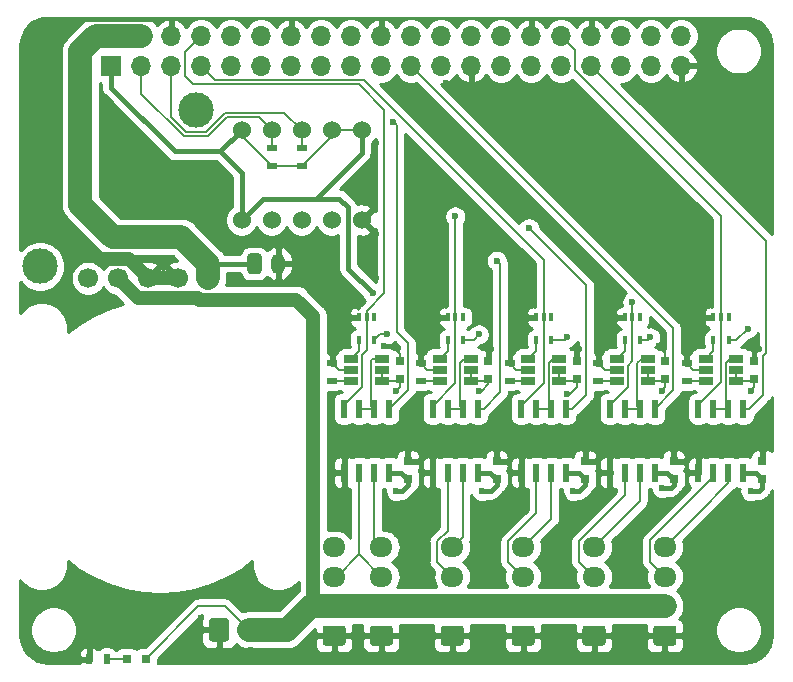
<source format=gtl>
G04 #@! TF.GenerationSoftware,KiCad,Pcbnew,(5.1.8)-1*
G04 #@! TF.CreationDate,2020-12-29T14:13:16+09:00*
G04 #@! TF.ProjectId,RasPi4-UART-RS485,52617350-6934-42d5-9541-52542d525334,rev?*
G04 #@! TF.SameCoordinates,Original*
G04 #@! TF.FileFunction,Copper,L1,Top*
G04 #@! TF.FilePolarity,Positive*
%FSLAX46Y46*%
G04 Gerber Fmt 4.6, Leading zero omitted, Abs format (unit mm)*
G04 Created by KiCad (PCBNEW (5.1.8)-1) date 2020-12-29 14:13:16*
%MOMM*%
%LPD*%
G01*
G04 APERTURE LIST*
G04 #@! TA.AperFunction,SMDPad,CuDef*
%ADD10R,0.600000X1.550000*%
G04 #@! TD*
G04 #@! TA.AperFunction,ComponentPad*
%ADD11C,1.524000*%
G04 #@! TD*
G04 #@! TA.AperFunction,ComponentPad*
%ADD12O,1.200000X1.750000*%
G04 #@! TD*
G04 #@! TA.AperFunction,ComponentPad*
%ADD13C,1.700000*%
G04 #@! TD*
G04 #@! TA.AperFunction,ComponentPad*
%ADD14C,3.000000*%
G04 #@! TD*
G04 #@! TA.AperFunction,SMDPad,CuDef*
%ADD15R,1.220000X0.650000*%
G04 #@! TD*
G04 #@! TA.AperFunction,SMDPad,CuDef*
%ADD16R,0.400000X0.650000*%
G04 #@! TD*
G04 #@! TA.AperFunction,SMDPad,CuDef*
%ADD17R,0.500000X0.900000*%
G04 #@! TD*
G04 #@! TA.AperFunction,SMDPad,CuDef*
%ADD18R,0.900000X0.500000*%
G04 #@! TD*
G04 #@! TA.AperFunction,ComponentPad*
%ADD19O,1.950000X1.700000*%
G04 #@! TD*
G04 #@! TA.AperFunction,SMDPad,CuDef*
%ADD20R,0.800000X0.800000*%
G04 #@! TD*
G04 #@! TA.AperFunction,SMDPad,CuDef*
%ADD21R,0.750000X0.800000*%
G04 #@! TD*
G04 #@! TA.AperFunction,ComponentPad*
%ADD22R,1.700000X1.700000*%
G04 #@! TD*
G04 #@! TA.AperFunction,ComponentPad*
%ADD23O,1.700000X1.700000*%
G04 #@! TD*
G04 #@! TA.AperFunction,ComponentPad*
%ADD24O,1.700000X2.000000*%
G04 #@! TD*
G04 #@! TA.AperFunction,ViaPad*
%ADD25C,0.600000*%
G04 #@! TD*
G04 #@! TA.AperFunction,Conductor*
%ADD26C,0.200000*%
G04 #@! TD*
G04 #@! TA.AperFunction,Conductor*
%ADD27C,0.400000*%
G04 #@! TD*
G04 #@! TA.AperFunction,Conductor*
%ADD28C,2.000000*%
G04 #@! TD*
G04 #@! TA.AperFunction,Conductor*
%ADD29C,1.200000*%
G04 #@! TD*
G04 #@! TA.AperFunction,Conductor*
%ADD30C,0.254000*%
G04 #@! TD*
G04 #@! TA.AperFunction,Conductor*
%ADD31C,0.152400*%
G04 #@! TD*
G04 APERTURE END LIST*
D10*
X261905000Y-127800000D03*
X260635000Y-127800000D03*
X259365000Y-127800000D03*
X258095000Y-127800000D03*
X258095000Y-133200000D03*
X259365000Y-133200000D03*
X260635000Y-133200000D03*
X261905000Y-133200000D03*
X254405000Y-127800000D03*
X253135000Y-127800000D03*
X251865000Y-127800000D03*
X250595000Y-127800000D03*
X250595000Y-133200000D03*
X251865000Y-133200000D03*
X253135000Y-133200000D03*
X254405000Y-133200000D03*
X246905000Y-127800000D03*
X245635000Y-127800000D03*
X244365000Y-127800000D03*
X243095000Y-127800000D03*
X243095000Y-133200000D03*
X244365000Y-133200000D03*
X245635000Y-133200000D03*
X246905000Y-133200000D03*
X239405000Y-127800000D03*
X238135000Y-127800000D03*
X236865000Y-127800000D03*
X235595000Y-127800000D03*
X235595000Y-133200000D03*
X236865000Y-133200000D03*
X238135000Y-133200000D03*
X239405000Y-133200000D03*
X231905000Y-127800000D03*
X230635000Y-127800000D03*
X229365000Y-127800000D03*
X228095000Y-127800000D03*
X228095000Y-133200000D03*
X229365000Y-133200000D03*
X230635000Y-133200000D03*
X231905000Y-133200000D03*
D11*
X229580000Y-111810000D03*
X227040000Y-111810000D03*
X224500000Y-111810000D03*
X221960000Y-111810000D03*
X219420000Y-111810000D03*
X219420000Y-104190000D03*
X221960000Y-104190000D03*
X224500000Y-104190000D03*
X227040000Y-104190000D03*
X229580000Y-104190000D03*
D12*
X222500000Y-115500000D03*
G04 #@! TA.AperFunction,ComponentPad*
G36*
G01*
X219900000Y-116125001D02*
X219900000Y-114874999D01*
G75*
G02*
X220149999Y-114625000I249999J0D01*
G01*
X220850001Y-114625000D01*
G75*
G02*
X221100000Y-114874999I0J-249999D01*
G01*
X221100000Y-116125001D01*
G75*
G02*
X220850001Y-116375000I-249999J0D01*
G01*
X220149999Y-116375000D01*
G75*
G02*
X219900000Y-116125001I0J249999D01*
G01*
G37*
G04 #@! TD.AperFunction*
D13*
X206420000Y-116750000D03*
X208960000Y-116750000D03*
X211500000Y-116750000D03*
X214040000Y-116750000D03*
X216580000Y-116750000D03*
D14*
X202356000Y-115734000D03*
X215564000Y-102526000D03*
D15*
X258690000Y-123550000D03*
X258690000Y-124500000D03*
X258690000Y-125450000D03*
X261310000Y-125450000D03*
X261310000Y-124500000D03*
X261310000Y-123550000D03*
X251190000Y-123550000D03*
X251190000Y-124500000D03*
X251190000Y-125450000D03*
X253810000Y-125450000D03*
X253810000Y-124500000D03*
X253810000Y-123550000D03*
X243690000Y-123550000D03*
X243690000Y-124500000D03*
X243690000Y-125450000D03*
X246310000Y-125450000D03*
X246310000Y-124500000D03*
X246310000Y-123550000D03*
X236190000Y-123550000D03*
X236190000Y-124500000D03*
X236190000Y-125450000D03*
X238810000Y-125450000D03*
X238810000Y-124500000D03*
X238810000Y-123550000D03*
X228690000Y-123550000D03*
X228690000Y-124500000D03*
X228690000Y-125450000D03*
X231310000Y-125450000D03*
X231310000Y-124500000D03*
X231310000Y-123550000D03*
D16*
X260650000Y-120050000D03*
X259350000Y-120050000D03*
X260000000Y-120050000D03*
X259350000Y-121950000D03*
X260650000Y-121950000D03*
X253150000Y-120050000D03*
X251850000Y-120050000D03*
X252500000Y-120050000D03*
X251850000Y-121950000D03*
X253150000Y-121950000D03*
X245650000Y-120050000D03*
X244350000Y-120050000D03*
X245000000Y-120050000D03*
X244350000Y-121950000D03*
X245650000Y-121950000D03*
X238150000Y-120050000D03*
X236850000Y-120050000D03*
X237500000Y-120050000D03*
X236850000Y-121950000D03*
X238150000Y-121950000D03*
X230650000Y-120050000D03*
X229350000Y-120050000D03*
X230000000Y-120050000D03*
X229350000Y-121950000D03*
X230650000Y-121950000D03*
D17*
X208000000Y-149000000D03*
X206500000Y-149000000D03*
D18*
X222000000Y-107250000D03*
X222000000Y-105750000D03*
X224500000Y-105750000D03*
X224500000Y-107250000D03*
X257100000Y-125450000D03*
X257100000Y-123950000D03*
X249600000Y-125450000D03*
X249600000Y-123950000D03*
X242100000Y-125450000D03*
X242100000Y-123950000D03*
X234600000Y-125450000D03*
X234600000Y-123950000D03*
X227100000Y-125450000D03*
X227100000Y-123950000D03*
D19*
X231250000Y-139500000D03*
X231250000Y-142000000D03*
X231250000Y-144500000D03*
G04 #@! TA.AperFunction,ComponentPad*
G36*
G01*
X231975000Y-147850000D02*
X230525000Y-147850000D01*
G75*
G02*
X230275000Y-147600000I0J250000D01*
G01*
X230275000Y-146400000D01*
G75*
G02*
X230525000Y-146150000I250000J0D01*
G01*
X231975000Y-146150000D01*
G75*
G02*
X232225000Y-146400000I0J-250000D01*
G01*
X232225000Y-147600000D01*
G75*
G02*
X231975000Y-147850000I-250000J0D01*
G01*
G37*
G04 #@! TD.AperFunction*
X255250000Y-139500000D03*
X255250000Y-142000000D03*
X255250000Y-144500000D03*
G04 #@! TA.AperFunction,ComponentPad*
G36*
G01*
X255975000Y-147850000D02*
X254525000Y-147850000D01*
G75*
G02*
X254275000Y-147600000I0J250000D01*
G01*
X254275000Y-146400000D01*
G75*
G02*
X254525000Y-146150000I250000J0D01*
G01*
X255975000Y-146150000D01*
G75*
G02*
X256225000Y-146400000I0J-250000D01*
G01*
X256225000Y-147600000D01*
G75*
G02*
X255975000Y-147850000I-250000J0D01*
G01*
G37*
G04 #@! TD.AperFunction*
X249250000Y-139500000D03*
X249250000Y-142000000D03*
X249250000Y-144500000D03*
G04 #@! TA.AperFunction,ComponentPad*
G36*
G01*
X249975000Y-147850000D02*
X248525000Y-147850000D01*
G75*
G02*
X248275000Y-147600000I0J250000D01*
G01*
X248275000Y-146400000D01*
G75*
G02*
X248525000Y-146150000I250000J0D01*
G01*
X249975000Y-146150000D01*
G75*
G02*
X250225000Y-146400000I0J-250000D01*
G01*
X250225000Y-147600000D01*
G75*
G02*
X249975000Y-147850000I-250000J0D01*
G01*
G37*
G04 #@! TD.AperFunction*
X243250000Y-139500000D03*
X243250000Y-142000000D03*
X243250000Y-144500000D03*
G04 #@! TA.AperFunction,ComponentPad*
G36*
G01*
X243975000Y-147850000D02*
X242525000Y-147850000D01*
G75*
G02*
X242275000Y-147600000I0J250000D01*
G01*
X242275000Y-146400000D01*
G75*
G02*
X242525000Y-146150000I250000J0D01*
G01*
X243975000Y-146150000D01*
G75*
G02*
X244225000Y-146400000I0J-250000D01*
G01*
X244225000Y-147600000D01*
G75*
G02*
X243975000Y-147850000I-250000J0D01*
G01*
G37*
G04 #@! TD.AperFunction*
X237250000Y-139500000D03*
X237250000Y-142000000D03*
X237250000Y-144500000D03*
G04 #@! TA.AperFunction,ComponentPad*
G36*
G01*
X237975000Y-147850000D02*
X236525000Y-147850000D01*
G75*
G02*
X236275000Y-147600000I0J250000D01*
G01*
X236275000Y-146400000D01*
G75*
G02*
X236525000Y-146150000I250000J0D01*
G01*
X237975000Y-146150000D01*
G75*
G02*
X238225000Y-146400000I0J-250000D01*
G01*
X238225000Y-147600000D01*
G75*
G02*
X237975000Y-147850000I-250000J0D01*
G01*
G37*
G04 #@! TD.AperFunction*
X227250000Y-139500000D03*
X227250000Y-142000000D03*
X227250000Y-144500000D03*
G04 #@! TA.AperFunction,ComponentPad*
G36*
G01*
X227975000Y-147850000D02*
X226525000Y-147850000D01*
G75*
G02*
X226275000Y-147600000I0J250000D01*
G01*
X226275000Y-146400000D01*
G75*
G02*
X226525000Y-146150000I250000J0D01*
G01*
X227975000Y-146150000D01*
G75*
G02*
X228225000Y-146400000I0J-250000D01*
G01*
X228225000Y-147600000D01*
G75*
G02*
X227975000Y-147850000I-250000J0D01*
G01*
G37*
G04 #@! TD.AperFunction*
D20*
X211300000Y-149000000D03*
X209700000Y-149000000D03*
D21*
X262800000Y-123750000D03*
X262800000Y-125250000D03*
X263500000Y-132250000D03*
X263500000Y-133750000D03*
X255300000Y-123750000D03*
X255300000Y-125250000D03*
X256000000Y-132250000D03*
X256000000Y-133750000D03*
X247800000Y-123750000D03*
X247800000Y-125250000D03*
X248500000Y-132250000D03*
X248500000Y-133750000D03*
X240300000Y-123750000D03*
X240300000Y-125250000D03*
X241000000Y-132250000D03*
X241000000Y-133750000D03*
X233500000Y-132250000D03*
X233500000Y-133750000D03*
X232800000Y-123750000D03*
X232800000Y-125250000D03*
D22*
X208370000Y-98770000D03*
D23*
X208370000Y-96230000D03*
X210910000Y-98770000D03*
X210910000Y-96230000D03*
X213450000Y-98770000D03*
X213450000Y-96230000D03*
X215990000Y-98770000D03*
X215990000Y-96230000D03*
X218530000Y-98770000D03*
X218530000Y-96230000D03*
X221070000Y-98770000D03*
X221070000Y-96230000D03*
X223610000Y-98770000D03*
X223610000Y-96230000D03*
X226150000Y-98770000D03*
X226150000Y-96230000D03*
X228690000Y-98770000D03*
X228690000Y-96230000D03*
X231230000Y-98770000D03*
X231230000Y-96230000D03*
X233770000Y-98770000D03*
X233770000Y-96230000D03*
X236310000Y-98770000D03*
X236310000Y-96230000D03*
X238850000Y-98770000D03*
X238850000Y-96230000D03*
X241390000Y-98770000D03*
X241390000Y-96230000D03*
X243930000Y-98770000D03*
X243930000Y-96230000D03*
X246470000Y-98770000D03*
X246470000Y-96230000D03*
X249010000Y-98770000D03*
X249010000Y-96230000D03*
X251550000Y-98770000D03*
X251550000Y-96230000D03*
X254090000Y-98770000D03*
X254090000Y-96230000D03*
X256630000Y-98770000D03*
X256630000Y-96230000D03*
G04 #@! TA.AperFunction,ComponentPad*
G36*
G01*
X216650000Y-147250000D02*
X216650000Y-145750000D01*
G75*
G02*
X216900000Y-145500000I250000J0D01*
G01*
X218100000Y-145500000D01*
G75*
G02*
X218350000Y-145750000I0J-250000D01*
G01*
X218350000Y-147250000D01*
G75*
G02*
X218100000Y-147500000I-250000J0D01*
G01*
X216900000Y-147500000D01*
G75*
G02*
X216650000Y-147250000I0J250000D01*
G01*
G37*
G04 #@! TD.AperFunction*
D24*
X220000000Y-146500000D03*
D25*
X230500000Y-118000000D03*
X262250000Y-121000000D03*
X262500000Y-126250000D03*
X262500000Y-134750000D03*
X255000000Y-126250000D03*
X255000000Y-134500000D03*
X247000000Y-126500000D03*
X247500000Y-134750000D03*
X239500000Y-126250000D03*
X239750000Y-134750000D03*
X232500000Y-134750000D03*
X232500000Y-126250000D03*
X254000000Y-121750000D03*
X247000000Y-121750000D03*
X239500000Y-121500000D03*
X231750000Y-121500000D03*
X234500000Y-122000000D03*
X235500000Y-122000000D03*
X233500000Y-105000000D03*
X233500000Y-107000000D03*
X233500000Y-108750000D03*
X233500000Y-110250000D03*
X233500000Y-112000000D03*
X233500000Y-114000000D03*
X233500000Y-115750000D03*
X233500000Y-117500000D03*
X240750000Y-100750000D03*
X240750000Y-102750000D03*
X238500000Y-106000000D03*
X241500000Y-109250000D03*
X239000000Y-111000000D03*
X240750000Y-113500000D03*
X259000000Y-111750000D03*
X259000000Y-118750000D03*
X252500000Y-105500000D03*
X247250000Y-100500000D03*
X263500000Y-100250000D03*
X263500000Y-102750000D03*
X263500000Y-105250000D03*
X263500000Y-107500000D03*
X263500000Y-110000000D03*
X229250000Y-118500000D03*
X226500000Y-118500000D03*
X226500000Y-116250000D03*
X248000000Y-122750000D03*
X240500000Y-122750000D03*
X231500000Y-122500000D03*
X254750000Y-122500000D03*
X263250000Y-122750000D03*
X261250000Y-130250000D03*
X258000000Y-130250000D03*
X253750000Y-130250000D03*
X250250000Y-130250000D03*
X245750000Y-130250000D03*
X242750000Y-130250000D03*
X238250000Y-130250000D03*
X235000000Y-130250000D03*
X201500000Y-97000000D03*
X201500000Y-99750000D03*
X201500000Y-102750000D03*
X201500000Y-105750000D03*
X201500000Y-108750000D03*
X201500000Y-111500000D03*
X201500000Y-113500000D03*
X201250000Y-118500000D03*
X205250000Y-120500000D03*
X207750000Y-102000000D03*
X207750000Y-105000000D03*
X207750000Y-107750000D03*
X209250000Y-111250000D03*
X213250000Y-111250000D03*
X216250000Y-111750000D03*
X218000000Y-113750000D03*
X264000000Y-135500000D03*
X264000000Y-137750000D03*
X264000000Y-140000000D03*
X264000000Y-142250000D03*
X264000000Y-144500000D03*
X230750000Y-116750000D03*
X229500000Y-115500000D03*
X230750000Y-113000000D03*
X230750000Y-105250000D03*
X228250000Y-109000000D03*
X230500000Y-110250000D03*
X232500000Y-100000000D03*
X231750000Y-100500000D03*
X234250000Y-100500000D03*
X233000000Y-142500000D03*
X235500000Y-142500000D03*
X239000000Y-142500000D03*
X241500000Y-142500000D03*
X245000000Y-142500000D03*
X247500000Y-142500000D03*
X251000000Y-142500000D03*
X253500000Y-142500000D03*
X227000000Y-126500000D03*
X234750000Y-126500000D03*
X242250000Y-126500000D03*
X249750000Y-126500000D03*
X257250000Y-126500000D03*
X264250000Y-127500000D03*
X264250000Y-131000000D03*
X228250000Y-138000000D03*
X227000000Y-137750000D03*
X219500000Y-149250000D03*
X220250000Y-148250000D03*
X216000000Y-145500000D03*
X212500000Y-149250000D03*
X201000000Y-143000000D03*
X205000000Y-141250000D03*
X220000000Y-141250000D03*
X224000000Y-143000000D03*
X205250000Y-149000000D03*
X250750000Y-122250000D03*
X249500000Y-122000000D03*
X249500000Y-117750000D03*
X251500000Y-117750000D03*
X236750000Y-100250000D03*
X236500000Y-111000000D03*
X232250000Y-103500000D03*
X252500000Y-118750000D03*
X237500000Y-111500000D03*
X241000000Y-115250000D03*
X243750000Y-112500000D03*
D26*
X261310000Y-124500000D02*
X261310000Y-125450000D01*
X262600000Y-125450000D02*
X262800000Y-125250000D01*
X261310000Y-125450000D02*
X262600000Y-125450000D01*
D27*
X262950000Y-133200000D02*
X263500000Y-133750000D01*
X261905000Y-133200000D02*
X262950000Y-133200000D01*
D26*
X253810000Y-124500000D02*
X253810000Y-125450000D01*
X255100000Y-125450000D02*
X255300000Y-125250000D01*
X253810000Y-125450000D02*
X255100000Y-125450000D01*
X246310000Y-124500000D02*
X246310000Y-125450000D01*
X247600000Y-125450000D02*
X247800000Y-125250000D01*
X246310000Y-125450000D02*
X247600000Y-125450000D01*
X219420000Y-104670000D02*
X222000000Y-107250000D01*
X219420000Y-104190000D02*
X219420000Y-104670000D01*
X227040000Y-104710000D02*
X227040000Y-104190000D01*
X224500000Y-107250000D02*
X227040000Y-104710000D01*
X222000000Y-107250000D02*
X224500000Y-107250000D01*
X227040000Y-104190000D02*
X229580000Y-104190000D01*
D27*
X208370000Y-98770000D02*
X208370000Y-100620000D01*
X208370000Y-100620000D02*
X213750000Y-106000000D01*
X217610000Y-106000000D02*
X219420000Y-104190000D01*
X213750000Y-106000000D02*
X217610000Y-106000000D01*
X219420000Y-107810000D02*
X217610000Y-106000000D01*
X219420000Y-111810000D02*
X219420000Y-107810000D01*
X219420000Y-111810000D02*
X221230000Y-110000000D01*
X221230000Y-110000000D02*
X225750000Y-110000000D01*
X229580000Y-106170000D02*
X229580000Y-104190000D01*
X225750000Y-110000000D02*
X229580000Y-106170000D01*
X232950000Y-133200000D02*
X233500000Y-133750000D01*
X231905000Y-133200000D02*
X232950000Y-133200000D01*
X240450000Y-133200000D02*
X241000000Y-133750000D01*
X239405000Y-133200000D02*
X240450000Y-133200000D01*
X247950000Y-133200000D02*
X248500000Y-133750000D01*
X246905000Y-133200000D02*
X247950000Y-133200000D01*
X255450000Y-133200000D02*
X256000000Y-133750000D01*
X254405000Y-133200000D02*
X255450000Y-133200000D01*
X228417999Y-115917999D02*
X230500000Y-118000000D01*
X228417999Y-110742001D02*
X228417999Y-115917999D01*
D26*
X262250000Y-121000000D02*
X261250000Y-122000000D01*
X260700000Y-122000000D02*
X260650000Y-121950000D01*
X261250000Y-122000000D02*
X260700000Y-122000000D01*
X262800000Y-125950000D02*
X262500000Y-126250000D01*
X262800000Y-125250000D02*
X262800000Y-125950000D01*
D27*
X262500000Y-134750000D02*
X263250000Y-134750000D01*
X263250000Y-134750000D02*
X263500000Y-134500000D01*
X263500000Y-134500000D02*
X263500000Y-133750000D01*
D26*
X255300000Y-125950000D02*
X255000000Y-126250000D01*
X255300000Y-125250000D02*
X255300000Y-125950000D01*
D27*
X256000000Y-133750000D02*
X256000000Y-134250000D01*
X255750000Y-134500000D02*
X255000000Y-134500000D01*
X256000000Y-134250000D02*
X255750000Y-134500000D01*
X248500000Y-133750000D02*
X248500000Y-134250000D01*
X248000000Y-134750000D02*
X247500000Y-134750000D01*
X248500000Y-134250000D02*
X248000000Y-134750000D01*
X239750000Y-134750000D02*
X240500000Y-134750000D01*
X240500000Y-134750000D02*
X241000000Y-134250000D01*
X241000000Y-134250000D02*
X241000000Y-133750000D01*
X232500000Y-134750000D02*
X233000000Y-134750000D01*
X233500000Y-134250000D02*
X233500000Y-133750000D01*
X233000000Y-134750000D02*
X233500000Y-134250000D01*
D26*
X231310000Y-124500000D02*
X231310000Y-125450000D01*
X232600000Y-125450000D02*
X232800000Y-125250000D01*
X231310000Y-125450000D02*
X232600000Y-125450000D01*
X232800000Y-125950000D02*
X232500000Y-126250000D01*
X232800000Y-125250000D02*
X232800000Y-125950000D01*
X238810000Y-124500000D02*
X238810000Y-125450000D01*
X240100000Y-125450000D02*
X240300000Y-125250000D01*
X238810000Y-125450000D02*
X240100000Y-125450000D01*
X240300000Y-125250000D02*
X240300000Y-125700000D01*
X239750000Y-126250000D02*
X239500000Y-126250000D01*
X240300000Y-125700000D02*
X239750000Y-126250000D01*
X247800000Y-125250000D02*
X247800000Y-125950000D01*
X247250000Y-126500000D02*
X247000000Y-126500000D01*
X247800000Y-125950000D02*
X247250000Y-126500000D01*
X253800000Y-121950000D02*
X254000000Y-121750000D01*
X253150000Y-121950000D02*
X253800000Y-121950000D01*
X246800000Y-121950000D02*
X247000000Y-121750000D01*
X245650000Y-121950000D02*
X246800000Y-121950000D01*
X239050000Y-121950000D02*
X239500000Y-121500000D01*
X238150000Y-121950000D02*
X239050000Y-121950000D01*
X230650000Y-121950000D02*
X231100000Y-121500000D01*
X231100000Y-121500000D02*
X231750000Y-121500000D01*
D27*
X227675998Y-110000000D02*
X228417999Y-110742001D01*
X225750000Y-110000000D02*
X227675998Y-110000000D01*
D28*
X208370000Y-96230000D02*
X210910000Y-96230000D01*
D27*
X216660000Y-115500000D02*
X216580000Y-115420000D01*
X220500000Y-115500000D02*
X216660000Y-115500000D01*
D28*
X216580000Y-115547919D02*
X216580000Y-116750000D01*
X208500000Y-113250000D02*
X214282081Y-113250000D01*
X205750000Y-110500000D02*
X208500000Y-113250000D01*
X205750000Y-97529998D02*
X205750000Y-110500000D01*
X214282081Y-113250000D02*
X216580000Y-115547919D01*
X207049998Y-96230000D02*
X205750000Y-97529998D01*
X208370000Y-96230000D02*
X207049998Y-96230000D01*
D27*
X205250000Y-94750000D02*
X212500000Y-94750000D01*
D26*
X227650000Y-124500000D02*
X228690000Y-124500000D01*
X227100000Y-123950000D02*
X227650000Y-124500000D01*
X235150000Y-124500000D02*
X236190000Y-124500000D01*
X234600000Y-123950000D02*
X235150000Y-124500000D01*
X242650000Y-124500000D02*
X243690000Y-124500000D01*
X242100000Y-123950000D02*
X242650000Y-124500000D01*
X250150000Y-124500000D02*
X251190000Y-124500000D01*
X249600000Y-123950000D02*
X250150000Y-124500000D01*
X229350000Y-120050000D02*
X228050000Y-120050000D01*
X236850000Y-120050000D02*
X235550000Y-120050000D01*
X244350000Y-120050000D02*
X243300000Y-120050000D01*
X251850000Y-120050000D02*
X250550000Y-120050000D01*
X247800000Y-122950000D02*
X248000000Y-122750000D01*
X247800000Y-123750000D02*
X247800000Y-122950000D01*
X240300000Y-122950000D02*
X240500000Y-122750000D01*
X240300000Y-123750000D02*
X240300000Y-122950000D01*
X232150000Y-122500000D02*
X231500000Y-122500000D01*
X232800000Y-123150000D02*
X232150000Y-122500000D01*
X232800000Y-123750000D02*
X232800000Y-123150000D01*
X255300000Y-123050000D02*
X254750000Y-122500000D01*
X255300000Y-123750000D02*
X255300000Y-123050000D01*
X257650000Y-124500000D02*
X257100000Y-123950000D01*
X258690000Y-124500000D02*
X257650000Y-124500000D01*
X262800000Y-123200000D02*
X263250000Y-122750000D01*
X262800000Y-123750000D02*
X262800000Y-123200000D01*
X259350000Y-120050000D02*
X258300000Y-120050000D01*
D29*
X211500000Y-116750000D02*
X214040000Y-116750000D01*
X209849999Y-115099999D02*
X207349999Y-115099999D01*
X211500000Y-116750000D02*
X209849999Y-115099999D01*
D28*
X255250000Y-144500000D02*
X249250000Y-144500000D01*
X249250000Y-144500000D02*
X243250000Y-144500000D01*
X243250000Y-144500000D02*
X237250000Y-144500000D01*
X237250000Y-144500000D02*
X231250000Y-144500000D01*
X231250000Y-144500000D02*
X227250000Y-144500000D01*
X227250000Y-144500000D02*
X225250000Y-144500000D01*
D29*
X208960000Y-116750000D02*
X210610001Y-118400001D01*
X210610001Y-118400001D02*
X215684402Y-118400001D01*
X215684402Y-118400001D02*
X215834412Y-118550011D01*
X215834412Y-118550011D02*
X224050011Y-118550011D01*
X225474990Y-119974990D02*
X225474990Y-144275010D01*
X224050011Y-118550011D02*
X225474990Y-119974990D01*
X225474990Y-144275010D02*
X225250000Y-144500000D01*
D26*
X220000000Y-146500000D02*
X220000000Y-147250000D01*
D28*
X223250000Y-146500000D02*
X225250000Y-144500000D01*
X220000000Y-146500000D02*
X223250000Y-146500000D01*
D26*
X211300000Y-149000000D02*
X211300000Y-148950000D01*
X211300000Y-148950000D02*
X215750000Y-144500000D01*
X218000000Y-144500000D02*
X220000000Y-146500000D01*
X215750000Y-144500000D02*
X218000000Y-144500000D01*
X209700000Y-149000000D02*
X208000000Y-149000000D01*
X230635000Y-138885000D02*
X231250000Y-139500000D01*
X230635000Y-133200000D02*
X230635000Y-138885000D01*
X229365000Y-133200000D02*
X229365000Y-140115000D01*
X229365000Y-140115000D02*
X231250000Y-142000000D01*
X227480000Y-142000000D02*
X229365000Y-140115000D01*
X227250000Y-142000000D02*
X227480000Y-142000000D01*
X238135000Y-138615000D02*
X237250000Y-139500000D01*
X238135000Y-133200000D02*
X238135000Y-138615000D01*
X235974990Y-140724990D02*
X237250000Y-142000000D01*
X235974990Y-139023651D02*
X235974990Y-140724990D01*
X236865000Y-138133641D02*
X235974990Y-139023651D01*
X236865000Y-133200000D02*
X236865000Y-138133641D01*
X245635000Y-137115000D02*
X243250000Y-139500000D01*
X245635000Y-133200000D02*
X245635000Y-137115000D01*
X241974990Y-140724990D02*
X243250000Y-142000000D01*
X241974990Y-139023651D02*
X241974990Y-140724990D01*
X244365000Y-136633641D02*
X241974990Y-139023651D01*
X244365000Y-133200000D02*
X244365000Y-136633641D01*
X253135000Y-133200000D02*
X253135000Y-135615000D01*
X253135000Y-135615000D02*
X249250000Y-139500000D01*
X247974990Y-140724990D02*
X249250000Y-142000000D01*
X247974990Y-139023651D02*
X247974990Y-140724990D01*
X251865000Y-135133641D02*
X247974990Y-139023651D01*
X251865000Y-133200000D02*
X251865000Y-135133641D01*
X258104185Y-136645815D02*
X255250000Y-139500000D01*
X260635000Y-134115000D02*
X258104185Y-136645815D01*
X260635000Y-133200000D02*
X260635000Y-134115000D01*
X253974990Y-138935012D02*
X253974990Y-140724990D01*
X259365000Y-133545002D02*
X253974990Y-138935012D01*
X253974990Y-140724990D02*
X255250000Y-142000000D01*
X259365000Y-133200000D02*
X259365000Y-133545002D01*
X221960000Y-105710000D02*
X222000000Y-105750000D01*
X221960000Y-104190000D02*
X221960000Y-105710000D01*
X216593690Y-104726012D02*
X214534310Y-104726012D01*
X221960000Y-104190000D02*
X220897999Y-103127999D01*
X220897999Y-103127999D02*
X218191703Y-103127999D01*
X210910000Y-101101702D02*
X210910000Y-98770000D01*
X218191703Y-103127999D02*
X216593690Y-104726012D01*
X214534310Y-104726012D02*
X210910000Y-101101702D01*
X224500000Y-104190000D02*
X224500000Y-105750000D01*
X216428001Y-104326001D02*
X214699999Y-104326001D01*
X224500000Y-104190000D02*
X223037988Y-102727988D01*
X214699999Y-104326001D02*
X213450000Y-103076002D01*
X213450000Y-103076002D02*
X213450000Y-98770000D01*
X223037988Y-102727988D02*
X218026014Y-102727988D01*
X218026014Y-102727988D02*
X216428001Y-104326001D01*
X245000000Y-120050000D02*
X245000000Y-123769298D01*
X245000000Y-123769298D02*
X244999988Y-123769310D01*
X244999988Y-123769310D02*
X244999988Y-125615014D01*
X243095000Y-127520002D02*
X243095000Y-127800000D01*
X244999988Y-125615014D02*
X243095000Y-127520002D01*
X217140001Y-99920001D02*
X215990000Y-98770000D01*
X229735701Y-99920001D02*
X217140001Y-99920001D01*
X245000000Y-120050000D02*
X245000000Y-115184300D01*
X245000000Y-115184300D02*
X229735701Y-99920001D01*
X230000000Y-120050000D02*
X230000000Y-119525000D01*
X214600001Y-97619999D02*
X215990000Y-96230000D01*
X230000000Y-119525000D02*
X231500000Y-118025000D01*
X214600001Y-99600001D02*
X214600001Y-97619999D01*
X231500000Y-118025000D02*
X231500000Y-102500000D01*
X231500000Y-102500000D02*
X229320012Y-100320012D01*
X229320012Y-100320012D02*
X215320012Y-100320012D01*
X215320012Y-100320012D02*
X214600001Y-99600001D01*
X229600001Y-125949997D02*
X228095000Y-127454998D01*
X228095000Y-127454998D02*
X228095000Y-127800000D01*
X230000000Y-122819298D02*
X229600001Y-123219297D01*
X229600001Y-123219297D02*
X229600001Y-125949997D01*
X230000000Y-120050000D02*
X230000000Y-122819298D01*
X231905000Y-127800000D02*
X231905000Y-127520002D01*
X232549999Y-103799999D02*
X232250000Y-103500000D01*
X231905000Y-127800000D02*
X233500000Y-126205000D01*
X233500000Y-122250000D02*
X232549999Y-121299999D01*
X233500000Y-126205000D02*
X233500000Y-122250000D01*
X232549999Y-121299999D02*
X232549999Y-103799999D01*
X255975001Y-120975001D02*
X233770000Y-98770000D01*
X255975001Y-126229999D02*
X255975001Y-120975001D01*
X254405000Y-127800000D02*
X255975001Y-126229999D01*
X252100001Y-125949997D02*
X250595000Y-127454998D01*
X252100001Y-124169297D02*
X252100001Y-125949997D01*
X252500000Y-120050000D02*
X252500000Y-123769298D01*
X252500000Y-123769298D02*
X252100001Y-124169297D01*
X250595000Y-127454998D02*
X250595000Y-127800000D01*
X252500000Y-120050000D02*
X252500000Y-119525000D01*
X252500000Y-118750000D02*
X252500000Y-119525000D01*
X237500000Y-120050000D02*
X237500000Y-111500000D01*
X237499988Y-125615014D02*
X235595000Y-127520002D01*
X237500000Y-120050000D02*
X237500000Y-123769298D01*
X237500000Y-123769298D02*
X237499988Y-123769310D01*
X237499988Y-123769310D02*
X237499988Y-125615014D01*
X235595000Y-127520002D02*
X235595000Y-127800000D01*
X241299999Y-115549999D02*
X241000000Y-115250000D01*
X241299999Y-126405001D02*
X241299999Y-115549999D01*
X239405000Y-127800000D02*
X239905000Y-127800000D01*
X239905000Y-127800000D02*
X241299999Y-126405001D01*
X247405000Y-127800000D02*
X248600002Y-126604998D01*
X244049999Y-112799999D02*
X243750000Y-112500000D01*
X246905000Y-127800000D02*
X247405000Y-127800000D01*
X248600002Y-126604998D02*
X248600002Y-117350002D01*
X248600002Y-117350002D02*
X244049999Y-112799999D01*
X260000000Y-120050000D02*
X260000000Y-111462002D01*
X260000000Y-111462002D02*
X247620001Y-99082003D01*
X247620001Y-99082003D02*
X247620001Y-97380001D01*
X247620001Y-97380001D02*
X246470000Y-96230000D01*
X260000000Y-120050000D02*
X260000000Y-122819298D01*
X259999988Y-122819310D02*
X259999988Y-125550010D01*
X260000000Y-122819298D02*
X259999988Y-122819310D01*
X259999988Y-125550010D02*
X258095000Y-127454998D01*
X258095000Y-127454998D02*
X258095000Y-127800000D01*
X262405000Y-127800000D02*
X261905000Y-127800000D01*
X249010000Y-98770000D02*
X263850002Y-113610002D01*
X263850002Y-113610002D02*
X263850002Y-123038002D01*
X263600002Y-126604998D02*
X262405000Y-127800000D01*
X263850002Y-123038002D02*
X263600002Y-123288002D01*
X263600002Y-123288002D02*
X263600002Y-126604998D01*
X227100000Y-125450000D02*
X228690000Y-125450000D01*
X234600000Y-125450000D02*
X236190000Y-125450000D01*
X242100000Y-125450000D02*
X243690000Y-125450000D01*
X251190000Y-125450000D02*
X249600000Y-125450000D01*
X257100000Y-125450000D02*
X258690000Y-125450000D01*
X229350000Y-122890000D02*
X228690000Y-123550000D01*
X229350000Y-121950000D02*
X229350000Y-122890000D01*
X236850000Y-122890000D02*
X236190000Y-123550000D01*
X236850000Y-121950000D02*
X236850000Y-122890000D01*
X244350000Y-122890000D02*
X243690000Y-123550000D01*
X244350000Y-121950000D02*
X244350000Y-122890000D01*
X251850000Y-122890000D02*
X251190000Y-123550000D01*
X251850000Y-121950000D02*
X251850000Y-122890000D01*
X259350000Y-122890000D02*
X258690000Y-123550000D01*
X259350000Y-121950000D02*
X259350000Y-122890000D01*
X230635000Y-127800000D02*
X229365000Y-127800000D01*
X230399999Y-127564999D02*
X230635000Y-127800000D01*
X230399999Y-123650001D02*
X230399999Y-127564999D01*
X230500000Y-123550000D02*
X230399999Y-123650001D01*
X231310000Y-123550000D02*
X230500000Y-123550000D01*
X237899999Y-127564999D02*
X238135000Y-127800000D01*
X237899999Y-123934999D02*
X237899999Y-127564999D01*
X238284998Y-123550000D02*
X237899999Y-123934999D01*
X238810000Y-123550000D02*
X238284998Y-123550000D01*
X238135000Y-127800000D02*
X236865000Y-127800000D01*
X245399999Y-123934999D02*
X245399999Y-127564999D01*
X245784998Y-123550000D02*
X245399999Y-123934999D01*
X246310000Y-123550000D02*
X245784998Y-123550000D01*
X245399999Y-127564999D02*
X245635000Y-127800000D01*
X245635000Y-127800000D02*
X244365000Y-127800000D01*
X253135000Y-127800000D02*
X251865000Y-127800000D01*
X253810000Y-123550000D02*
X253284998Y-123550000D01*
X253284998Y-123550000D02*
X252899999Y-123934999D01*
X252899999Y-123934999D02*
X252899999Y-127564999D01*
X252899999Y-127564999D02*
X253135000Y-127800000D01*
X260399999Y-127564999D02*
X260635000Y-127800000D01*
X260399999Y-123934999D02*
X260399999Y-127564999D01*
X260784998Y-123550000D02*
X260399999Y-123934999D01*
X261310000Y-123550000D02*
X260784998Y-123550000D01*
X259365000Y-127800000D02*
X260635000Y-127800000D01*
D30*
X261360820Y-134564502D02*
X261480518Y-134600812D01*
X261574516Y-134610070D01*
X261565000Y-134657911D01*
X261565000Y-134842089D01*
X261600932Y-135022729D01*
X261671414Y-135192889D01*
X261773738Y-135346028D01*
X261903972Y-135476262D01*
X262057111Y-135578586D01*
X262227271Y-135649068D01*
X262407911Y-135685000D01*
X262592089Y-135685000D01*
X262772729Y-135649068D01*
X262927404Y-135585000D01*
X263208982Y-135585000D01*
X263250000Y-135589040D01*
X263291018Y-135585000D01*
X263291019Y-135585000D01*
X263413689Y-135572918D01*
X263571087Y-135525172D01*
X263716146Y-135447636D01*
X263843291Y-135343291D01*
X263869446Y-135311421D01*
X264061422Y-135119445D01*
X264093291Y-135093291D01*
X264197636Y-134966146D01*
X264275172Y-134821087D01*
X264315000Y-134689790D01*
X264315000Y-146966495D01*
X264267688Y-147449016D01*
X264137287Y-147880927D01*
X263925480Y-148279280D01*
X263640325Y-148628914D01*
X263292697Y-148916497D01*
X262895825Y-149131085D01*
X262464834Y-149264500D01*
X261984346Y-149315000D01*
X212338072Y-149315000D01*
X212338072Y-148951374D01*
X213789446Y-147500000D01*
X216011928Y-147500000D01*
X216024188Y-147624482D01*
X216060498Y-147744180D01*
X216119463Y-147854494D01*
X216198815Y-147951185D01*
X216295506Y-148030537D01*
X216405820Y-148089502D01*
X216525518Y-148125812D01*
X216650000Y-148138072D01*
X217214250Y-148135000D01*
X217373000Y-147976250D01*
X217373000Y-146627000D01*
X216173750Y-146627000D01*
X216015000Y-146785750D01*
X216011928Y-147500000D01*
X213789446Y-147500000D01*
X216054447Y-145235000D01*
X216071627Y-145235000D01*
X216060498Y-145255820D01*
X216024188Y-145375518D01*
X216011928Y-145500000D01*
X216015000Y-146214250D01*
X216173750Y-146373000D01*
X217373000Y-146373000D01*
X217373000Y-146353000D01*
X217627000Y-146353000D01*
X217627000Y-146373000D01*
X217647000Y-146373000D01*
X217647000Y-146627000D01*
X217627000Y-146627000D01*
X217627000Y-147976250D01*
X217785750Y-148135000D01*
X218350000Y-148138072D01*
X218474482Y-148125812D01*
X218594180Y-148089502D01*
X218704494Y-148030537D01*
X218801185Y-147951185D01*
X218880537Y-147854494D01*
X218939279Y-147744597D01*
X219087248Y-147866031D01*
X219371285Y-148017852D01*
X219679484Y-148111343D01*
X219919678Y-148135000D01*
X219927050Y-148135000D01*
X220000000Y-148142185D01*
X220072950Y-148135000D01*
X223169681Y-148135000D01*
X223250000Y-148142911D01*
X223330319Y-148135000D01*
X223330322Y-148135000D01*
X223570516Y-148111343D01*
X223878715Y-148017852D01*
X224162752Y-147866031D01*
X224182285Y-147850000D01*
X225636928Y-147850000D01*
X225649188Y-147974482D01*
X225685498Y-148094180D01*
X225744463Y-148204494D01*
X225823815Y-148301185D01*
X225920506Y-148380537D01*
X226030820Y-148439502D01*
X226150518Y-148475812D01*
X226275000Y-148488072D01*
X226964250Y-148485000D01*
X227123000Y-148326250D01*
X227123000Y-147127000D01*
X227377000Y-147127000D01*
X227377000Y-148326250D01*
X227535750Y-148485000D01*
X228225000Y-148488072D01*
X228349482Y-148475812D01*
X228469180Y-148439502D01*
X228579494Y-148380537D01*
X228676185Y-148301185D01*
X228755537Y-148204494D01*
X228814502Y-148094180D01*
X228850812Y-147974482D01*
X228863072Y-147850000D01*
X229636928Y-147850000D01*
X229649188Y-147974482D01*
X229685498Y-148094180D01*
X229744463Y-148204494D01*
X229823815Y-148301185D01*
X229920506Y-148380537D01*
X230030820Y-148439502D01*
X230150518Y-148475812D01*
X230275000Y-148488072D01*
X230964250Y-148485000D01*
X231123000Y-148326250D01*
X231123000Y-147127000D01*
X231377000Y-147127000D01*
X231377000Y-148326250D01*
X231535750Y-148485000D01*
X232225000Y-148488072D01*
X232349482Y-148475812D01*
X232469180Y-148439502D01*
X232579494Y-148380537D01*
X232676185Y-148301185D01*
X232755537Y-148204494D01*
X232814502Y-148094180D01*
X232850812Y-147974482D01*
X232863072Y-147850000D01*
X235636928Y-147850000D01*
X235649188Y-147974482D01*
X235685498Y-148094180D01*
X235744463Y-148204494D01*
X235823815Y-148301185D01*
X235920506Y-148380537D01*
X236030820Y-148439502D01*
X236150518Y-148475812D01*
X236275000Y-148488072D01*
X236964250Y-148485000D01*
X237123000Y-148326250D01*
X237123000Y-147127000D01*
X237377000Y-147127000D01*
X237377000Y-148326250D01*
X237535750Y-148485000D01*
X238225000Y-148488072D01*
X238349482Y-148475812D01*
X238469180Y-148439502D01*
X238579494Y-148380537D01*
X238676185Y-148301185D01*
X238755537Y-148204494D01*
X238814502Y-148094180D01*
X238850812Y-147974482D01*
X238863072Y-147850000D01*
X241636928Y-147850000D01*
X241649188Y-147974482D01*
X241685498Y-148094180D01*
X241744463Y-148204494D01*
X241823815Y-148301185D01*
X241920506Y-148380537D01*
X242030820Y-148439502D01*
X242150518Y-148475812D01*
X242275000Y-148488072D01*
X242964250Y-148485000D01*
X243123000Y-148326250D01*
X243123000Y-147127000D01*
X243377000Y-147127000D01*
X243377000Y-148326250D01*
X243535750Y-148485000D01*
X244225000Y-148488072D01*
X244349482Y-148475812D01*
X244469180Y-148439502D01*
X244579494Y-148380537D01*
X244676185Y-148301185D01*
X244755537Y-148204494D01*
X244814502Y-148094180D01*
X244850812Y-147974482D01*
X244863072Y-147850000D01*
X247636928Y-147850000D01*
X247649188Y-147974482D01*
X247685498Y-148094180D01*
X247744463Y-148204494D01*
X247823815Y-148301185D01*
X247920506Y-148380537D01*
X248030820Y-148439502D01*
X248150518Y-148475812D01*
X248275000Y-148488072D01*
X248964250Y-148485000D01*
X249123000Y-148326250D01*
X249123000Y-147127000D01*
X249377000Y-147127000D01*
X249377000Y-148326250D01*
X249535750Y-148485000D01*
X250225000Y-148488072D01*
X250349482Y-148475812D01*
X250469180Y-148439502D01*
X250579494Y-148380537D01*
X250676185Y-148301185D01*
X250755537Y-148204494D01*
X250814502Y-148094180D01*
X250850812Y-147974482D01*
X250863072Y-147850000D01*
X253636928Y-147850000D01*
X253649188Y-147974482D01*
X253685498Y-148094180D01*
X253744463Y-148204494D01*
X253823815Y-148301185D01*
X253920506Y-148380537D01*
X254030820Y-148439502D01*
X254150518Y-148475812D01*
X254275000Y-148488072D01*
X254964250Y-148485000D01*
X255123000Y-148326250D01*
X255123000Y-147127000D01*
X255377000Y-147127000D01*
X255377000Y-148326250D01*
X255535750Y-148485000D01*
X256225000Y-148488072D01*
X256349482Y-148475812D01*
X256469180Y-148439502D01*
X256579494Y-148380537D01*
X256676185Y-148301185D01*
X256755537Y-148204494D01*
X256814502Y-148094180D01*
X256850812Y-147974482D01*
X256863072Y-147850000D01*
X256860000Y-147285750D01*
X256701250Y-147127000D01*
X255377000Y-147127000D01*
X255123000Y-147127000D01*
X253798750Y-147127000D01*
X253640000Y-147285750D01*
X253636928Y-147850000D01*
X250863072Y-147850000D01*
X250860000Y-147285750D01*
X250701250Y-147127000D01*
X249377000Y-147127000D01*
X249123000Y-147127000D01*
X247798750Y-147127000D01*
X247640000Y-147285750D01*
X247636928Y-147850000D01*
X244863072Y-147850000D01*
X244860000Y-147285750D01*
X244701250Y-147127000D01*
X243377000Y-147127000D01*
X243123000Y-147127000D01*
X241798750Y-147127000D01*
X241640000Y-147285750D01*
X241636928Y-147850000D01*
X238863072Y-147850000D01*
X238860000Y-147285750D01*
X238701250Y-147127000D01*
X237377000Y-147127000D01*
X237123000Y-147127000D01*
X235798750Y-147127000D01*
X235640000Y-147285750D01*
X235636928Y-147850000D01*
X232863072Y-147850000D01*
X232860000Y-147285750D01*
X232701250Y-147127000D01*
X231377000Y-147127000D01*
X231123000Y-147127000D01*
X229798750Y-147127000D01*
X229640000Y-147285750D01*
X229636928Y-147850000D01*
X228863072Y-147850000D01*
X228860000Y-147285750D01*
X228701250Y-147127000D01*
X227377000Y-147127000D01*
X227123000Y-147127000D01*
X225798750Y-147127000D01*
X225640000Y-147285750D01*
X225636928Y-147850000D01*
X224182285Y-147850000D01*
X224411714Y-147661714D01*
X224462925Y-147599313D01*
X225638419Y-146423820D01*
X225640000Y-146714250D01*
X225798750Y-146873000D01*
X227123000Y-146873000D01*
X227123000Y-146853000D01*
X227377000Y-146853000D01*
X227377000Y-146873000D01*
X228701250Y-146873000D01*
X228860000Y-146714250D01*
X228863072Y-146150000D01*
X228861595Y-146135000D01*
X229638405Y-146135000D01*
X229636928Y-146150000D01*
X229640000Y-146714250D01*
X229798750Y-146873000D01*
X231123000Y-146873000D01*
X231123000Y-146853000D01*
X231377000Y-146853000D01*
X231377000Y-146873000D01*
X232701250Y-146873000D01*
X232860000Y-146714250D01*
X232863072Y-146150000D01*
X232861595Y-146135000D01*
X235638405Y-146135000D01*
X235636928Y-146150000D01*
X235640000Y-146714250D01*
X235798750Y-146873000D01*
X237123000Y-146873000D01*
X237123000Y-146853000D01*
X237377000Y-146853000D01*
X237377000Y-146873000D01*
X238701250Y-146873000D01*
X238860000Y-146714250D01*
X238863072Y-146150000D01*
X238861595Y-146135000D01*
X241638405Y-146135000D01*
X241636928Y-146150000D01*
X241640000Y-146714250D01*
X241798750Y-146873000D01*
X243123000Y-146873000D01*
X243123000Y-146853000D01*
X243377000Y-146853000D01*
X243377000Y-146873000D01*
X244701250Y-146873000D01*
X244860000Y-146714250D01*
X244863072Y-146150000D01*
X244861595Y-146135000D01*
X247638405Y-146135000D01*
X247636928Y-146150000D01*
X247640000Y-146714250D01*
X247798750Y-146873000D01*
X249123000Y-146873000D01*
X249123000Y-146853000D01*
X249377000Y-146853000D01*
X249377000Y-146873000D01*
X250701250Y-146873000D01*
X250860000Y-146714250D01*
X250863072Y-146150000D01*
X250861595Y-146135000D01*
X253638405Y-146135000D01*
X253636928Y-146150000D01*
X253640000Y-146714250D01*
X253798750Y-146873000D01*
X255123000Y-146873000D01*
X255123000Y-146853000D01*
X255377000Y-146853000D01*
X255377000Y-146873000D01*
X256701250Y-146873000D01*
X256860000Y-146714250D01*
X256862230Y-146304495D01*
X259515000Y-146304495D01*
X259515000Y-146695505D01*
X259591282Y-147079003D01*
X259740915Y-147440250D01*
X259958149Y-147765364D01*
X260234636Y-148041851D01*
X260559750Y-148259085D01*
X260920997Y-148408718D01*
X261304495Y-148485000D01*
X261695505Y-148485000D01*
X262079003Y-148408718D01*
X262440250Y-148259085D01*
X262765364Y-148041851D01*
X263041851Y-147765364D01*
X263259085Y-147440250D01*
X263408718Y-147079003D01*
X263485000Y-146695505D01*
X263485000Y-146304495D01*
X263408718Y-145920997D01*
X263259085Y-145559750D01*
X263041851Y-145234636D01*
X262765364Y-144958149D01*
X262440250Y-144740915D01*
X262079003Y-144591282D01*
X261695505Y-144515000D01*
X261304495Y-144515000D01*
X260920997Y-144591282D01*
X260559750Y-144740915D01*
X260234636Y-144958149D01*
X259958149Y-145234636D01*
X259740915Y-145559750D01*
X259591282Y-145920997D01*
X259515000Y-146304495D01*
X256862230Y-146304495D01*
X256863072Y-146150000D01*
X256850812Y-146025518D01*
X256814502Y-145905820D01*
X256755537Y-145795506D01*
X256676185Y-145698815D01*
X256579494Y-145619463D01*
X256486974Y-145570009D01*
X256616031Y-145412752D01*
X256767852Y-145128715D01*
X256861343Y-144820516D01*
X256892911Y-144500000D01*
X256861343Y-144179484D01*
X256767852Y-143871285D01*
X256616031Y-143587248D01*
X256411714Y-143338286D01*
X256248413Y-143204269D01*
X256430134Y-143055134D01*
X256615706Y-142829014D01*
X256753599Y-142571034D01*
X256838513Y-142291111D01*
X256867185Y-142000000D01*
X256838513Y-141708889D01*
X256753599Y-141428966D01*
X256615706Y-141170986D01*
X256430134Y-140944866D01*
X256204014Y-140759294D01*
X256186626Y-140750000D01*
X256204014Y-140740706D01*
X256430134Y-140555134D01*
X256615706Y-140329014D01*
X256753599Y-140071034D01*
X256838513Y-139791111D01*
X256867185Y-139500000D01*
X256838513Y-139208889D01*
X256778475Y-139010971D01*
X258649438Y-137140009D01*
X258649442Y-137140004D01*
X261129193Y-134660254D01*
X261157238Y-134637238D01*
X261246433Y-134528554D01*
X261270000Y-134515957D01*
X261360820Y-134564502D01*
G04 #@! TA.AperFunction,Conductor*
D31*
G36*
X261360820Y-134564502D02*
G01*
X261480518Y-134600812D01*
X261574516Y-134610070D01*
X261565000Y-134657911D01*
X261565000Y-134842089D01*
X261600932Y-135022729D01*
X261671414Y-135192889D01*
X261773738Y-135346028D01*
X261903972Y-135476262D01*
X262057111Y-135578586D01*
X262227271Y-135649068D01*
X262407911Y-135685000D01*
X262592089Y-135685000D01*
X262772729Y-135649068D01*
X262927404Y-135585000D01*
X263208982Y-135585000D01*
X263250000Y-135589040D01*
X263291018Y-135585000D01*
X263291019Y-135585000D01*
X263413689Y-135572918D01*
X263571087Y-135525172D01*
X263716146Y-135447636D01*
X263843291Y-135343291D01*
X263869446Y-135311421D01*
X264061422Y-135119445D01*
X264093291Y-135093291D01*
X264197636Y-134966146D01*
X264275172Y-134821087D01*
X264315000Y-134689790D01*
X264315000Y-146966495D01*
X264267688Y-147449016D01*
X264137287Y-147880927D01*
X263925480Y-148279280D01*
X263640325Y-148628914D01*
X263292697Y-148916497D01*
X262895825Y-149131085D01*
X262464834Y-149264500D01*
X261984346Y-149315000D01*
X212338072Y-149315000D01*
X212338072Y-148951374D01*
X213789446Y-147500000D01*
X216011928Y-147500000D01*
X216024188Y-147624482D01*
X216060498Y-147744180D01*
X216119463Y-147854494D01*
X216198815Y-147951185D01*
X216295506Y-148030537D01*
X216405820Y-148089502D01*
X216525518Y-148125812D01*
X216650000Y-148138072D01*
X217214250Y-148135000D01*
X217373000Y-147976250D01*
X217373000Y-146627000D01*
X216173750Y-146627000D01*
X216015000Y-146785750D01*
X216011928Y-147500000D01*
X213789446Y-147500000D01*
X216054447Y-145235000D01*
X216071627Y-145235000D01*
X216060498Y-145255820D01*
X216024188Y-145375518D01*
X216011928Y-145500000D01*
X216015000Y-146214250D01*
X216173750Y-146373000D01*
X217373000Y-146373000D01*
X217373000Y-146353000D01*
X217627000Y-146353000D01*
X217627000Y-146373000D01*
X217647000Y-146373000D01*
X217647000Y-146627000D01*
X217627000Y-146627000D01*
X217627000Y-147976250D01*
X217785750Y-148135000D01*
X218350000Y-148138072D01*
X218474482Y-148125812D01*
X218594180Y-148089502D01*
X218704494Y-148030537D01*
X218801185Y-147951185D01*
X218880537Y-147854494D01*
X218939279Y-147744597D01*
X219087248Y-147866031D01*
X219371285Y-148017852D01*
X219679484Y-148111343D01*
X219919678Y-148135000D01*
X219927050Y-148135000D01*
X220000000Y-148142185D01*
X220072950Y-148135000D01*
X223169681Y-148135000D01*
X223250000Y-148142911D01*
X223330319Y-148135000D01*
X223330322Y-148135000D01*
X223570516Y-148111343D01*
X223878715Y-148017852D01*
X224162752Y-147866031D01*
X224182285Y-147850000D01*
X225636928Y-147850000D01*
X225649188Y-147974482D01*
X225685498Y-148094180D01*
X225744463Y-148204494D01*
X225823815Y-148301185D01*
X225920506Y-148380537D01*
X226030820Y-148439502D01*
X226150518Y-148475812D01*
X226275000Y-148488072D01*
X226964250Y-148485000D01*
X227123000Y-148326250D01*
X227123000Y-147127000D01*
X227377000Y-147127000D01*
X227377000Y-148326250D01*
X227535750Y-148485000D01*
X228225000Y-148488072D01*
X228349482Y-148475812D01*
X228469180Y-148439502D01*
X228579494Y-148380537D01*
X228676185Y-148301185D01*
X228755537Y-148204494D01*
X228814502Y-148094180D01*
X228850812Y-147974482D01*
X228863072Y-147850000D01*
X229636928Y-147850000D01*
X229649188Y-147974482D01*
X229685498Y-148094180D01*
X229744463Y-148204494D01*
X229823815Y-148301185D01*
X229920506Y-148380537D01*
X230030820Y-148439502D01*
X230150518Y-148475812D01*
X230275000Y-148488072D01*
X230964250Y-148485000D01*
X231123000Y-148326250D01*
X231123000Y-147127000D01*
X231377000Y-147127000D01*
X231377000Y-148326250D01*
X231535750Y-148485000D01*
X232225000Y-148488072D01*
X232349482Y-148475812D01*
X232469180Y-148439502D01*
X232579494Y-148380537D01*
X232676185Y-148301185D01*
X232755537Y-148204494D01*
X232814502Y-148094180D01*
X232850812Y-147974482D01*
X232863072Y-147850000D01*
X235636928Y-147850000D01*
X235649188Y-147974482D01*
X235685498Y-148094180D01*
X235744463Y-148204494D01*
X235823815Y-148301185D01*
X235920506Y-148380537D01*
X236030820Y-148439502D01*
X236150518Y-148475812D01*
X236275000Y-148488072D01*
X236964250Y-148485000D01*
X237123000Y-148326250D01*
X237123000Y-147127000D01*
X237377000Y-147127000D01*
X237377000Y-148326250D01*
X237535750Y-148485000D01*
X238225000Y-148488072D01*
X238349482Y-148475812D01*
X238469180Y-148439502D01*
X238579494Y-148380537D01*
X238676185Y-148301185D01*
X238755537Y-148204494D01*
X238814502Y-148094180D01*
X238850812Y-147974482D01*
X238863072Y-147850000D01*
X241636928Y-147850000D01*
X241649188Y-147974482D01*
X241685498Y-148094180D01*
X241744463Y-148204494D01*
X241823815Y-148301185D01*
X241920506Y-148380537D01*
X242030820Y-148439502D01*
X242150518Y-148475812D01*
X242275000Y-148488072D01*
X242964250Y-148485000D01*
X243123000Y-148326250D01*
X243123000Y-147127000D01*
X243377000Y-147127000D01*
X243377000Y-148326250D01*
X243535750Y-148485000D01*
X244225000Y-148488072D01*
X244349482Y-148475812D01*
X244469180Y-148439502D01*
X244579494Y-148380537D01*
X244676185Y-148301185D01*
X244755537Y-148204494D01*
X244814502Y-148094180D01*
X244850812Y-147974482D01*
X244863072Y-147850000D01*
X247636928Y-147850000D01*
X247649188Y-147974482D01*
X247685498Y-148094180D01*
X247744463Y-148204494D01*
X247823815Y-148301185D01*
X247920506Y-148380537D01*
X248030820Y-148439502D01*
X248150518Y-148475812D01*
X248275000Y-148488072D01*
X248964250Y-148485000D01*
X249123000Y-148326250D01*
X249123000Y-147127000D01*
X249377000Y-147127000D01*
X249377000Y-148326250D01*
X249535750Y-148485000D01*
X250225000Y-148488072D01*
X250349482Y-148475812D01*
X250469180Y-148439502D01*
X250579494Y-148380537D01*
X250676185Y-148301185D01*
X250755537Y-148204494D01*
X250814502Y-148094180D01*
X250850812Y-147974482D01*
X250863072Y-147850000D01*
X253636928Y-147850000D01*
X253649188Y-147974482D01*
X253685498Y-148094180D01*
X253744463Y-148204494D01*
X253823815Y-148301185D01*
X253920506Y-148380537D01*
X254030820Y-148439502D01*
X254150518Y-148475812D01*
X254275000Y-148488072D01*
X254964250Y-148485000D01*
X255123000Y-148326250D01*
X255123000Y-147127000D01*
X255377000Y-147127000D01*
X255377000Y-148326250D01*
X255535750Y-148485000D01*
X256225000Y-148488072D01*
X256349482Y-148475812D01*
X256469180Y-148439502D01*
X256579494Y-148380537D01*
X256676185Y-148301185D01*
X256755537Y-148204494D01*
X256814502Y-148094180D01*
X256850812Y-147974482D01*
X256863072Y-147850000D01*
X256860000Y-147285750D01*
X256701250Y-147127000D01*
X255377000Y-147127000D01*
X255123000Y-147127000D01*
X253798750Y-147127000D01*
X253640000Y-147285750D01*
X253636928Y-147850000D01*
X250863072Y-147850000D01*
X250860000Y-147285750D01*
X250701250Y-147127000D01*
X249377000Y-147127000D01*
X249123000Y-147127000D01*
X247798750Y-147127000D01*
X247640000Y-147285750D01*
X247636928Y-147850000D01*
X244863072Y-147850000D01*
X244860000Y-147285750D01*
X244701250Y-147127000D01*
X243377000Y-147127000D01*
X243123000Y-147127000D01*
X241798750Y-147127000D01*
X241640000Y-147285750D01*
X241636928Y-147850000D01*
X238863072Y-147850000D01*
X238860000Y-147285750D01*
X238701250Y-147127000D01*
X237377000Y-147127000D01*
X237123000Y-147127000D01*
X235798750Y-147127000D01*
X235640000Y-147285750D01*
X235636928Y-147850000D01*
X232863072Y-147850000D01*
X232860000Y-147285750D01*
X232701250Y-147127000D01*
X231377000Y-147127000D01*
X231123000Y-147127000D01*
X229798750Y-147127000D01*
X229640000Y-147285750D01*
X229636928Y-147850000D01*
X228863072Y-147850000D01*
X228860000Y-147285750D01*
X228701250Y-147127000D01*
X227377000Y-147127000D01*
X227123000Y-147127000D01*
X225798750Y-147127000D01*
X225640000Y-147285750D01*
X225636928Y-147850000D01*
X224182285Y-147850000D01*
X224411714Y-147661714D01*
X224462925Y-147599313D01*
X225638419Y-146423820D01*
X225640000Y-146714250D01*
X225798750Y-146873000D01*
X227123000Y-146873000D01*
X227123000Y-146853000D01*
X227377000Y-146853000D01*
X227377000Y-146873000D01*
X228701250Y-146873000D01*
X228860000Y-146714250D01*
X228863072Y-146150000D01*
X228861595Y-146135000D01*
X229638405Y-146135000D01*
X229636928Y-146150000D01*
X229640000Y-146714250D01*
X229798750Y-146873000D01*
X231123000Y-146873000D01*
X231123000Y-146853000D01*
X231377000Y-146853000D01*
X231377000Y-146873000D01*
X232701250Y-146873000D01*
X232860000Y-146714250D01*
X232863072Y-146150000D01*
X232861595Y-146135000D01*
X235638405Y-146135000D01*
X235636928Y-146150000D01*
X235640000Y-146714250D01*
X235798750Y-146873000D01*
X237123000Y-146873000D01*
X237123000Y-146853000D01*
X237377000Y-146853000D01*
X237377000Y-146873000D01*
X238701250Y-146873000D01*
X238860000Y-146714250D01*
X238863072Y-146150000D01*
X238861595Y-146135000D01*
X241638405Y-146135000D01*
X241636928Y-146150000D01*
X241640000Y-146714250D01*
X241798750Y-146873000D01*
X243123000Y-146873000D01*
X243123000Y-146853000D01*
X243377000Y-146853000D01*
X243377000Y-146873000D01*
X244701250Y-146873000D01*
X244860000Y-146714250D01*
X244863072Y-146150000D01*
X244861595Y-146135000D01*
X247638405Y-146135000D01*
X247636928Y-146150000D01*
X247640000Y-146714250D01*
X247798750Y-146873000D01*
X249123000Y-146873000D01*
X249123000Y-146853000D01*
X249377000Y-146853000D01*
X249377000Y-146873000D01*
X250701250Y-146873000D01*
X250860000Y-146714250D01*
X250863072Y-146150000D01*
X250861595Y-146135000D01*
X253638405Y-146135000D01*
X253636928Y-146150000D01*
X253640000Y-146714250D01*
X253798750Y-146873000D01*
X255123000Y-146873000D01*
X255123000Y-146853000D01*
X255377000Y-146853000D01*
X255377000Y-146873000D01*
X256701250Y-146873000D01*
X256860000Y-146714250D01*
X256862230Y-146304495D01*
X259515000Y-146304495D01*
X259515000Y-146695505D01*
X259591282Y-147079003D01*
X259740915Y-147440250D01*
X259958149Y-147765364D01*
X260234636Y-148041851D01*
X260559750Y-148259085D01*
X260920997Y-148408718D01*
X261304495Y-148485000D01*
X261695505Y-148485000D01*
X262079003Y-148408718D01*
X262440250Y-148259085D01*
X262765364Y-148041851D01*
X263041851Y-147765364D01*
X263259085Y-147440250D01*
X263408718Y-147079003D01*
X263485000Y-146695505D01*
X263485000Y-146304495D01*
X263408718Y-145920997D01*
X263259085Y-145559750D01*
X263041851Y-145234636D01*
X262765364Y-144958149D01*
X262440250Y-144740915D01*
X262079003Y-144591282D01*
X261695505Y-144515000D01*
X261304495Y-144515000D01*
X260920997Y-144591282D01*
X260559750Y-144740915D01*
X260234636Y-144958149D01*
X259958149Y-145234636D01*
X259740915Y-145559750D01*
X259591282Y-145920997D01*
X259515000Y-146304495D01*
X256862230Y-146304495D01*
X256863072Y-146150000D01*
X256850812Y-146025518D01*
X256814502Y-145905820D01*
X256755537Y-145795506D01*
X256676185Y-145698815D01*
X256579494Y-145619463D01*
X256486974Y-145570009D01*
X256616031Y-145412752D01*
X256767852Y-145128715D01*
X256861343Y-144820516D01*
X256892911Y-144500000D01*
X256861343Y-144179484D01*
X256767852Y-143871285D01*
X256616031Y-143587248D01*
X256411714Y-143338286D01*
X256248413Y-143204269D01*
X256430134Y-143055134D01*
X256615706Y-142829014D01*
X256753599Y-142571034D01*
X256838513Y-142291111D01*
X256867185Y-142000000D01*
X256838513Y-141708889D01*
X256753599Y-141428966D01*
X256615706Y-141170986D01*
X256430134Y-140944866D01*
X256204014Y-140759294D01*
X256186626Y-140750000D01*
X256204014Y-140740706D01*
X256430134Y-140555134D01*
X256615706Y-140329014D01*
X256753599Y-140071034D01*
X256838513Y-139791111D01*
X256867185Y-139500000D01*
X256838513Y-139208889D01*
X256778475Y-139010971D01*
X258649438Y-137140009D01*
X258649442Y-137140004D01*
X261129193Y-134660254D01*
X261157238Y-134637238D01*
X261246433Y-134528554D01*
X261270000Y-134515957D01*
X261360820Y-134564502D01*
G37*
G04 #@! TD.AperFunction*
D30*
X220255858Y-140778971D02*
X220255858Y-141221029D01*
X220342100Y-141654592D01*
X220511268Y-142063000D01*
X220756861Y-142430557D01*
X221069443Y-142743139D01*
X221437000Y-142988732D01*
X221845408Y-143157900D01*
X222278971Y-143244142D01*
X222721029Y-143244142D01*
X223154592Y-143157900D01*
X223563000Y-142988732D01*
X223930557Y-142743139D01*
X224239991Y-142433705D01*
X224239991Y-143213785D01*
X224088286Y-143338286D01*
X224037080Y-143400682D01*
X222572762Y-144865000D01*
X220072950Y-144865000D01*
X220000000Y-144857815D01*
X219927050Y-144865000D01*
X219919678Y-144865000D01*
X219679484Y-144888657D01*
X219486611Y-144947164D01*
X218545258Y-144005812D01*
X218522238Y-143977762D01*
X218410320Y-143885913D01*
X218282633Y-143817663D01*
X218144085Y-143775635D01*
X218036105Y-143765000D01*
X218000000Y-143761444D01*
X217963895Y-143765000D01*
X215786094Y-143765000D01*
X215749999Y-143761445D01*
X215713904Y-143765000D01*
X215713895Y-143765000D01*
X215605915Y-143775635D01*
X215467367Y-143817663D01*
X215339680Y-143885913D01*
X215227762Y-143977762D01*
X215204746Y-144005807D01*
X211248626Y-147961928D01*
X210900000Y-147961928D01*
X210775518Y-147974188D01*
X210655820Y-148010498D01*
X210545506Y-148069463D01*
X210500000Y-148106809D01*
X210454494Y-148069463D01*
X210344180Y-148010498D01*
X210224482Y-147974188D01*
X210100000Y-147961928D01*
X209300000Y-147961928D01*
X209175518Y-147974188D01*
X209055820Y-148010498D01*
X208945506Y-148069463D01*
X208848815Y-148148815D01*
X208792354Y-148217613D01*
X208780537Y-148195506D01*
X208701185Y-148098815D01*
X208604494Y-148019463D01*
X208494180Y-147960498D01*
X208374482Y-147924188D01*
X208250000Y-147911928D01*
X207750000Y-147911928D01*
X207625518Y-147924188D01*
X207505820Y-147960498D01*
X207395506Y-148019463D01*
X207298815Y-148098815D01*
X207249895Y-148158425D01*
X207210419Y-148108242D01*
X207115389Y-148026907D01*
X207006318Y-147965674D01*
X206887397Y-147926896D01*
X206781750Y-147915000D01*
X206623000Y-148073750D01*
X206623000Y-148873000D01*
X206647000Y-148873000D01*
X206647000Y-149127000D01*
X206623000Y-149127000D01*
X206623000Y-149147000D01*
X206377000Y-149147000D01*
X206377000Y-149127000D01*
X205773750Y-149127000D01*
X205615000Y-149285750D01*
X205614431Y-149315000D01*
X203033504Y-149315000D01*
X202550984Y-149267688D01*
X202119073Y-149137287D01*
X201720720Y-148925480D01*
X201371086Y-148640325D01*
X201307279Y-148563195D01*
X205612064Y-148563195D01*
X205615000Y-148714250D01*
X205773750Y-148873000D01*
X206377000Y-148873000D01*
X206377000Y-148073750D01*
X206218250Y-147915000D01*
X206112603Y-147926896D01*
X205993682Y-147965674D01*
X205884611Y-148026907D01*
X205789581Y-148108242D01*
X205712245Y-148206553D01*
X205655575Y-148318063D01*
X205621748Y-148438486D01*
X205612064Y-148563195D01*
X201307279Y-148563195D01*
X201083503Y-148292697D01*
X200868915Y-147895825D01*
X200735500Y-147464834D01*
X200685000Y-146984346D01*
X200685000Y-146304495D01*
X201515000Y-146304495D01*
X201515000Y-146695505D01*
X201591282Y-147079003D01*
X201740915Y-147440250D01*
X201958149Y-147765364D01*
X202234636Y-148041851D01*
X202559750Y-148259085D01*
X202920997Y-148408718D01*
X203304495Y-148485000D01*
X203695505Y-148485000D01*
X204079003Y-148408718D01*
X204440250Y-148259085D01*
X204765364Y-148041851D01*
X205041851Y-147765364D01*
X205259085Y-147440250D01*
X205408718Y-147079003D01*
X205485000Y-146695505D01*
X205485000Y-146304495D01*
X205408718Y-145920997D01*
X205259085Y-145559750D01*
X205041851Y-145234636D01*
X204765364Y-144958149D01*
X204440250Y-144740915D01*
X204079003Y-144591282D01*
X203695505Y-144515000D01*
X203304495Y-144515000D01*
X202920997Y-144591282D01*
X202559750Y-144740915D01*
X202234636Y-144958149D01*
X201958149Y-145234636D01*
X201740915Y-145559750D01*
X201591282Y-145920997D01*
X201515000Y-146304495D01*
X200685000Y-146304495D01*
X200685000Y-142323009D01*
X200756861Y-142430557D01*
X201069443Y-142743139D01*
X201437000Y-142988732D01*
X201845408Y-143157900D01*
X202278971Y-143244142D01*
X202721029Y-143244142D01*
X203154592Y-143157900D01*
X203563000Y-142988732D01*
X203930557Y-142743139D01*
X204243139Y-142430557D01*
X204488732Y-142063000D01*
X204657900Y-141654592D01*
X204744142Y-141221029D01*
X204744142Y-140778971D01*
X204732065Y-140718257D01*
X205655866Y-141406001D01*
X206910206Y-142130195D01*
X208240139Y-142703872D01*
X209627679Y-143119274D01*
X211054063Y-143370784D01*
X212500000Y-143455000D01*
X213945937Y-143370784D01*
X215372321Y-143119274D01*
X216759861Y-142703872D01*
X218089794Y-142130195D01*
X219344134Y-141406001D01*
X220267935Y-140718257D01*
X220255858Y-140778971D01*
G04 #@! TA.AperFunction,Conductor*
D31*
G36*
X220255858Y-140778971D02*
G01*
X220255858Y-141221029D01*
X220342100Y-141654592D01*
X220511268Y-142063000D01*
X220756861Y-142430557D01*
X221069443Y-142743139D01*
X221437000Y-142988732D01*
X221845408Y-143157900D01*
X222278971Y-143244142D01*
X222721029Y-143244142D01*
X223154592Y-143157900D01*
X223563000Y-142988732D01*
X223930557Y-142743139D01*
X224239991Y-142433705D01*
X224239991Y-143213785D01*
X224088286Y-143338286D01*
X224037080Y-143400682D01*
X222572762Y-144865000D01*
X220072950Y-144865000D01*
X220000000Y-144857815D01*
X219927050Y-144865000D01*
X219919678Y-144865000D01*
X219679484Y-144888657D01*
X219486611Y-144947164D01*
X218545258Y-144005812D01*
X218522238Y-143977762D01*
X218410320Y-143885913D01*
X218282633Y-143817663D01*
X218144085Y-143775635D01*
X218036105Y-143765000D01*
X218000000Y-143761444D01*
X217963895Y-143765000D01*
X215786094Y-143765000D01*
X215749999Y-143761445D01*
X215713904Y-143765000D01*
X215713895Y-143765000D01*
X215605915Y-143775635D01*
X215467367Y-143817663D01*
X215339680Y-143885913D01*
X215227762Y-143977762D01*
X215204746Y-144005807D01*
X211248626Y-147961928D01*
X210900000Y-147961928D01*
X210775518Y-147974188D01*
X210655820Y-148010498D01*
X210545506Y-148069463D01*
X210500000Y-148106809D01*
X210454494Y-148069463D01*
X210344180Y-148010498D01*
X210224482Y-147974188D01*
X210100000Y-147961928D01*
X209300000Y-147961928D01*
X209175518Y-147974188D01*
X209055820Y-148010498D01*
X208945506Y-148069463D01*
X208848815Y-148148815D01*
X208792354Y-148217613D01*
X208780537Y-148195506D01*
X208701185Y-148098815D01*
X208604494Y-148019463D01*
X208494180Y-147960498D01*
X208374482Y-147924188D01*
X208250000Y-147911928D01*
X207750000Y-147911928D01*
X207625518Y-147924188D01*
X207505820Y-147960498D01*
X207395506Y-148019463D01*
X207298815Y-148098815D01*
X207249895Y-148158425D01*
X207210419Y-148108242D01*
X207115389Y-148026907D01*
X207006318Y-147965674D01*
X206887397Y-147926896D01*
X206781750Y-147915000D01*
X206623000Y-148073750D01*
X206623000Y-148873000D01*
X206647000Y-148873000D01*
X206647000Y-149127000D01*
X206623000Y-149127000D01*
X206623000Y-149147000D01*
X206377000Y-149147000D01*
X206377000Y-149127000D01*
X205773750Y-149127000D01*
X205615000Y-149285750D01*
X205614431Y-149315000D01*
X203033504Y-149315000D01*
X202550984Y-149267688D01*
X202119073Y-149137287D01*
X201720720Y-148925480D01*
X201371086Y-148640325D01*
X201307279Y-148563195D01*
X205612064Y-148563195D01*
X205615000Y-148714250D01*
X205773750Y-148873000D01*
X206377000Y-148873000D01*
X206377000Y-148073750D01*
X206218250Y-147915000D01*
X206112603Y-147926896D01*
X205993682Y-147965674D01*
X205884611Y-148026907D01*
X205789581Y-148108242D01*
X205712245Y-148206553D01*
X205655575Y-148318063D01*
X205621748Y-148438486D01*
X205612064Y-148563195D01*
X201307279Y-148563195D01*
X201083503Y-148292697D01*
X200868915Y-147895825D01*
X200735500Y-147464834D01*
X200685000Y-146984346D01*
X200685000Y-146304495D01*
X201515000Y-146304495D01*
X201515000Y-146695505D01*
X201591282Y-147079003D01*
X201740915Y-147440250D01*
X201958149Y-147765364D01*
X202234636Y-148041851D01*
X202559750Y-148259085D01*
X202920997Y-148408718D01*
X203304495Y-148485000D01*
X203695505Y-148485000D01*
X204079003Y-148408718D01*
X204440250Y-148259085D01*
X204765364Y-148041851D01*
X205041851Y-147765364D01*
X205259085Y-147440250D01*
X205408718Y-147079003D01*
X205485000Y-146695505D01*
X205485000Y-146304495D01*
X205408718Y-145920997D01*
X205259085Y-145559750D01*
X205041851Y-145234636D01*
X204765364Y-144958149D01*
X204440250Y-144740915D01*
X204079003Y-144591282D01*
X203695505Y-144515000D01*
X203304495Y-144515000D01*
X202920997Y-144591282D01*
X202559750Y-144740915D01*
X202234636Y-144958149D01*
X201958149Y-145234636D01*
X201740915Y-145559750D01*
X201591282Y-145920997D01*
X201515000Y-146304495D01*
X200685000Y-146304495D01*
X200685000Y-142323009D01*
X200756861Y-142430557D01*
X201069443Y-142743139D01*
X201437000Y-142988732D01*
X201845408Y-143157900D01*
X202278971Y-143244142D01*
X202721029Y-143244142D01*
X203154592Y-143157900D01*
X203563000Y-142988732D01*
X203930557Y-142743139D01*
X204243139Y-142430557D01*
X204488732Y-142063000D01*
X204657900Y-141654592D01*
X204744142Y-141221029D01*
X204744142Y-140778971D01*
X204732065Y-140718257D01*
X205655866Y-141406001D01*
X206910206Y-142130195D01*
X208240139Y-142703872D01*
X209627679Y-143119274D01*
X211054063Y-143370784D01*
X212500000Y-143455000D01*
X213945937Y-143370784D01*
X215372321Y-143119274D01*
X216759861Y-142703872D01*
X218089794Y-142130195D01*
X219344134Y-141406001D01*
X220267935Y-140718257D01*
X220255858Y-140778971D01*
G37*
G04 #@! TD.AperFunction*
D30*
X257835820Y-126364502D02*
X257909749Y-126386928D01*
X257795000Y-126386928D01*
X257670518Y-126399188D01*
X257550820Y-126435498D01*
X257440506Y-126494463D01*
X257343815Y-126573815D01*
X257264463Y-126670506D01*
X257205498Y-126780820D01*
X257169188Y-126900518D01*
X257156928Y-127025000D01*
X257156928Y-128575000D01*
X257169188Y-128699482D01*
X257205498Y-128819180D01*
X257264463Y-128929494D01*
X257343815Y-129026185D01*
X257440506Y-129105537D01*
X257550820Y-129164502D01*
X257670518Y-129200812D01*
X257795000Y-129213072D01*
X258395000Y-129213072D01*
X258519482Y-129200812D01*
X258639180Y-129164502D01*
X258730000Y-129115957D01*
X258820820Y-129164502D01*
X258940518Y-129200812D01*
X259065000Y-129213072D01*
X259665000Y-129213072D01*
X259789482Y-129200812D01*
X259909180Y-129164502D01*
X260000000Y-129115957D01*
X260090820Y-129164502D01*
X260210518Y-129200812D01*
X260335000Y-129213072D01*
X260935000Y-129213072D01*
X261059482Y-129200812D01*
X261179180Y-129164502D01*
X261270000Y-129115957D01*
X261360820Y-129164502D01*
X261480518Y-129200812D01*
X261605000Y-129213072D01*
X262205000Y-129213072D01*
X262329482Y-129200812D01*
X262449180Y-129164502D01*
X262559494Y-129105537D01*
X262656185Y-129026185D01*
X262735537Y-128929494D01*
X262794502Y-128819180D01*
X262830812Y-128699482D01*
X262843072Y-128575000D01*
X262843072Y-128391311D01*
X262927238Y-128322238D01*
X262950258Y-128294188D01*
X264094195Y-127150252D01*
X264122240Y-127127236D01*
X264214089Y-127015318D01*
X264282339Y-126887631D01*
X264315000Y-126779961D01*
X264315000Y-131389636D01*
X264229494Y-131319463D01*
X264119180Y-131260498D01*
X263999482Y-131224188D01*
X263875000Y-131211928D01*
X263785750Y-131215000D01*
X263627000Y-131373750D01*
X263627000Y-132123000D01*
X263647000Y-132123000D01*
X263647000Y-132377000D01*
X263627000Y-132377000D01*
X263627000Y-132397000D01*
X263373000Y-132397000D01*
X263373000Y-132377000D01*
X263353000Y-132377000D01*
X263353000Y-132123000D01*
X263373000Y-132123000D01*
X263373000Y-131373750D01*
X263214250Y-131215000D01*
X263125000Y-131211928D01*
X263000518Y-131224188D01*
X262880820Y-131260498D01*
X262770506Y-131319463D01*
X262673815Y-131398815D01*
X262594463Y-131495506D01*
X262535498Y-131605820D01*
X262499188Y-131725518D01*
X262486928Y-131850000D01*
X262487083Y-131855758D01*
X262449180Y-131835498D01*
X262329482Y-131799188D01*
X262205000Y-131786928D01*
X261605000Y-131786928D01*
X261480518Y-131799188D01*
X261360820Y-131835498D01*
X261270000Y-131884043D01*
X261179180Y-131835498D01*
X261059482Y-131799188D01*
X260935000Y-131786928D01*
X260335000Y-131786928D01*
X260210518Y-131799188D01*
X260090820Y-131835498D01*
X260000000Y-131884043D01*
X259909180Y-131835498D01*
X259789482Y-131799188D01*
X259665000Y-131786928D01*
X259065000Y-131786928D01*
X258940518Y-131799188D01*
X258820820Y-131835498D01*
X258730000Y-131884043D01*
X258639180Y-131835498D01*
X258519482Y-131799188D01*
X258395000Y-131786928D01*
X258380750Y-131790000D01*
X258222000Y-131948750D01*
X258222000Y-133073000D01*
X258242000Y-133073000D01*
X258242000Y-133327000D01*
X258222000Y-133327000D01*
X258222000Y-133347000D01*
X257968000Y-133347000D01*
X257968000Y-133327000D01*
X257318750Y-133327000D01*
X257160000Y-133485750D01*
X257156928Y-133975000D01*
X257169188Y-134099482D01*
X257205498Y-134219180D01*
X257264463Y-134329494D01*
X257343815Y-134426185D01*
X257399045Y-134471511D01*
X253480798Y-138389758D01*
X253452752Y-138412775D01*
X253360903Y-138524693D01*
X253292653Y-138652380D01*
X253265796Y-138740915D01*
X253250625Y-138790927D01*
X253236434Y-138935012D01*
X253239990Y-138971117D01*
X253239991Y-140688875D01*
X253236434Y-140724990D01*
X253250625Y-140869075D01*
X253279273Y-140963513D01*
X253292654Y-141007623D01*
X253360904Y-141135310D01*
X253452753Y-141247228D01*
X253480798Y-141270244D01*
X253721525Y-141510971D01*
X253661487Y-141708889D01*
X253632815Y-142000000D01*
X253661487Y-142291111D01*
X253746401Y-142571034D01*
X253884294Y-142829014D01*
X253913827Y-142865000D01*
X250586173Y-142865000D01*
X250615706Y-142829014D01*
X250753599Y-142571034D01*
X250838513Y-142291111D01*
X250867185Y-142000000D01*
X250838513Y-141708889D01*
X250753599Y-141428966D01*
X250615706Y-141170986D01*
X250430134Y-140944866D01*
X250204014Y-140759294D01*
X250186626Y-140750000D01*
X250204014Y-140740706D01*
X250430134Y-140555134D01*
X250615706Y-140329014D01*
X250753599Y-140071034D01*
X250838513Y-139791111D01*
X250867185Y-139500000D01*
X250838513Y-139208889D01*
X250778475Y-139010971D01*
X253629193Y-136160254D01*
X253657238Y-136137238D01*
X253749087Y-136025320D01*
X253782142Y-135963479D01*
X253817337Y-135897634D01*
X253859365Y-135759085D01*
X253873556Y-135615000D01*
X253870000Y-135578895D01*
X253870000Y-134567287D01*
X253980518Y-134600812D01*
X254068458Y-134609473D01*
X254100932Y-134772729D01*
X254171414Y-134942889D01*
X254273738Y-135096028D01*
X254403972Y-135226262D01*
X254557111Y-135328586D01*
X254727271Y-135399068D01*
X254907911Y-135435000D01*
X255092089Y-135435000D01*
X255272729Y-135399068D01*
X255427404Y-135335000D01*
X255708982Y-135335000D01*
X255750000Y-135339040D01*
X255791018Y-135335000D01*
X255791019Y-135335000D01*
X255913689Y-135322918D01*
X256071087Y-135275172D01*
X256216146Y-135197636D01*
X256343291Y-135093291D01*
X256369446Y-135061421D01*
X256561421Y-134869446D01*
X256593291Y-134843291D01*
X256697636Y-134716146D01*
X256711540Y-134690134D01*
X256729494Y-134680537D01*
X256826185Y-134601185D01*
X256905537Y-134504494D01*
X256964502Y-134394180D01*
X257000812Y-134274482D01*
X257013072Y-134150000D01*
X257013072Y-133350000D01*
X257000812Y-133225518D01*
X256964502Y-133105820D01*
X256907939Y-133000000D01*
X256964502Y-132894180D01*
X257000812Y-132774482D01*
X257013072Y-132650000D01*
X257010000Y-132535750D01*
X256899250Y-132425000D01*
X257156928Y-132425000D01*
X257160000Y-132914250D01*
X257318750Y-133073000D01*
X257968000Y-133073000D01*
X257968000Y-131948750D01*
X257809250Y-131790000D01*
X257795000Y-131786928D01*
X257670518Y-131799188D01*
X257550820Y-131835498D01*
X257440506Y-131894463D01*
X257343815Y-131973815D01*
X257264463Y-132070506D01*
X257205498Y-132180820D01*
X257169188Y-132300518D01*
X257156928Y-132425000D01*
X256899250Y-132425000D01*
X256851250Y-132377000D01*
X256127000Y-132377000D01*
X256127000Y-132397000D01*
X255873000Y-132397000D01*
X255873000Y-132377000D01*
X255853000Y-132377000D01*
X255853000Y-132123000D01*
X255873000Y-132123000D01*
X255873000Y-131373750D01*
X256127000Y-131373750D01*
X256127000Y-132123000D01*
X256851250Y-132123000D01*
X257010000Y-131964250D01*
X257013072Y-131850000D01*
X257000812Y-131725518D01*
X256964502Y-131605820D01*
X256905537Y-131495506D01*
X256826185Y-131398815D01*
X256729494Y-131319463D01*
X256619180Y-131260498D01*
X256499482Y-131224188D01*
X256375000Y-131211928D01*
X256285750Y-131215000D01*
X256127000Y-131373750D01*
X255873000Y-131373750D01*
X255714250Y-131215000D01*
X255625000Y-131211928D01*
X255500518Y-131224188D01*
X255380820Y-131260498D01*
X255270506Y-131319463D01*
X255173815Y-131398815D01*
X255094463Y-131495506D01*
X255035498Y-131605820D01*
X254999188Y-131725518D01*
X254986928Y-131850000D01*
X254987083Y-131855758D01*
X254949180Y-131835498D01*
X254829482Y-131799188D01*
X254705000Y-131786928D01*
X254105000Y-131786928D01*
X253980518Y-131799188D01*
X253860820Y-131835498D01*
X253770000Y-131884043D01*
X253679180Y-131835498D01*
X253559482Y-131799188D01*
X253435000Y-131786928D01*
X252835000Y-131786928D01*
X252710518Y-131799188D01*
X252590820Y-131835498D01*
X252500000Y-131884043D01*
X252409180Y-131835498D01*
X252289482Y-131799188D01*
X252165000Y-131786928D01*
X251565000Y-131786928D01*
X251440518Y-131799188D01*
X251320820Y-131835498D01*
X251230000Y-131884043D01*
X251139180Y-131835498D01*
X251019482Y-131799188D01*
X250895000Y-131786928D01*
X250880750Y-131790000D01*
X250722000Y-131948750D01*
X250722000Y-133073000D01*
X250742000Y-133073000D01*
X250742000Y-133327000D01*
X250722000Y-133327000D01*
X250722000Y-134451250D01*
X250880750Y-134610000D01*
X250895000Y-134613072D01*
X251019482Y-134600812D01*
X251130001Y-134567287D01*
X251130001Y-134829193D01*
X247480798Y-138478397D01*
X247452752Y-138501414D01*
X247360903Y-138613332D01*
X247292653Y-138741019D01*
X247263374Y-138837538D01*
X247250625Y-138879566D01*
X247236434Y-139023651D01*
X247239990Y-139059756D01*
X247239991Y-140688875D01*
X247236434Y-140724990D01*
X247250625Y-140869075D01*
X247279273Y-140963513D01*
X247292654Y-141007623D01*
X247360904Y-141135310D01*
X247452753Y-141247228D01*
X247480798Y-141270244D01*
X247721525Y-141510971D01*
X247661487Y-141708889D01*
X247632815Y-142000000D01*
X247661487Y-142291111D01*
X247746401Y-142571034D01*
X247884294Y-142829014D01*
X247913827Y-142865000D01*
X244586173Y-142865000D01*
X244615706Y-142829014D01*
X244753599Y-142571034D01*
X244838513Y-142291111D01*
X244867185Y-142000000D01*
X244838513Y-141708889D01*
X244753599Y-141428966D01*
X244615706Y-141170986D01*
X244430134Y-140944866D01*
X244204014Y-140759294D01*
X244186626Y-140750000D01*
X244204014Y-140740706D01*
X244430134Y-140555134D01*
X244615706Y-140329014D01*
X244753599Y-140071034D01*
X244838513Y-139791111D01*
X244867185Y-139500000D01*
X244838513Y-139208889D01*
X244778475Y-139010971D01*
X246129193Y-137660254D01*
X246157238Y-137637238D01*
X246249087Y-137525320D01*
X246317337Y-137397633D01*
X246359365Y-137259085D01*
X246370000Y-137151105D01*
X246370000Y-137151096D01*
X246373555Y-137115001D01*
X246370000Y-137078906D01*
X246370000Y-134567287D01*
X246480518Y-134600812D01*
X246574516Y-134610070D01*
X246565000Y-134657911D01*
X246565000Y-134842089D01*
X246600932Y-135022729D01*
X246671414Y-135192889D01*
X246773738Y-135346028D01*
X246903972Y-135476262D01*
X247057111Y-135578586D01*
X247227271Y-135649068D01*
X247407911Y-135685000D01*
X247592089Y-135685000D01*
X247772729Y-135649068D01*
X247927404Y-135585000D01*
X247958982Y-135585000D01*
X248000000Y-135589040D01*
X248041018Y-135585000D01*
X248041019Y-135585000D01*
X248163689Y-135572918D01*
X248321087Y-135525172D01*
X248466146Y-135447636D01*
X248593291Y-135343291D01*
X248619445Y-135311422D01*
X249061426Y-134869442D01*
X249093291Y-134843291D01*
X249197636Y-134716146D01*
X249211540Y-134690134D01*
X249229494Y-134680537D01*
X249326185Y-134601185D01*
X249405537Y-134504494D01*
X249464502Y-134394180D01*
X249500812Y-134274482D01*
X249513072Y-134150000D01*
X249513072Y-133975000D01*
X249656928Y-133975000D01*
X249669188Y-134099482D01*
X249705498Y-134219180D01*
X249764463Y-134329494D01*
X249843815Y-134426185D01*
X249940506Y-134505537D01*
X250050820Y-134564502D01*
X250170518Y-134600812D01*
X250295000Y-134613072D01*
X250309250Y-134610000D01*
X250468000Y-134451250D01*
X250468000Y-133327000D01*
X249818750Y-133327000D01*
X249660000Y-133485750D01*
X249656928Y-133975000D01*
X249513072Y-133975000D01*
X249513072Y-133350000D01*
X249500812Y-133225518D01*
X249464502Y-133105820D01*
X249407939Y-133000000D01*
X249464502Y-132894180D01*
X249500812Y-132774482D01*
X249513072Y-132650000D01*
X249510000Y-132535750D01*
X249399250Y-132425000D01*
X249656928Y-132425000D01*
X249660000Y-132914250D01*
X249818750Y-133073000D01*
X250468000Y-133073000D01*
X250468000Y-131948750D01*
X250309250Y-131790000D01*
X250295000Y-131786928D01*
X250170518Y-131799188D01*
X250050820Y-131835498D01*
X249940506Y-131894463D01*
X249843815Y-131973815D01*
X249764463Y-132070506D01*
X249705498Y-132180820D01*
X249669188Y-132300518D01*
X249656928Y-132425000D01*
X249399250Y-132425000D01*
X249351250Y-132377000D01*
X248627000Y-132377000D01*
X248627000Y-132397000D01*
X248373000Y-132397000D01*
X248373000Y-132377000D01*
X248353000Y-132377000D01*
X248353000Y-132123000D01*
X248373000Y-132123000D01*
X248373000Y-131373750D01*
X248627000Y-131373750D01*
X248627000Y-132123000D01*
X249351250Y-132123000D01*
X249510000Y-131964250D01*
X249513072Y-131850000D01*
X249500812Y-131725518D01*
X249464502Y-131605820D01*
X249405537Y-131495506D01*
X249326185Y-131398815D01*
X249229494Y-131319463D01*
X249119180Y-131260498D01*
X248999482Y-131224188D01*
X248875000Y-131211928D01*
X248785750Y-131215000D01*
X248627000Y-131373750D01*
X248373000Y-131373750D01*
X248214250Y-131215000D01*
X248125000Y-131211928D01*
X248000518Y-131224188D01*
X247880820Y-131260498D01*
X247770506Y-131319463D01*
X247673815Y-131398815D01*
X247594463Y-131495506D01*
X247535498Y-131605820D01*
X247499188Y-131725518D01*
X247486928Y-131850000D01*
X247487083Y-131855758D01*
X247449180Y-131835498D01*
X247329482Y-131799188D01*
X247205000Y-131786928D01*
X246605000Y-131786928D01*
X246480518Y-131799188D01*
X246360820Y-131835498D01*
X246270000Y-131884043D01*
X246179180Y-131835498D01*
X246059482Y-131799188D01*
X245935000Y-131786928D01*
X245335000Y-131786928D01*
X245210518Y-131799188D01*
X245090820Y-131835498D01*
X245000000Y-131884043D01*
X244909180Y-131835498D01*
X244789482Y-131799188D01*
X244665000Y-131786928D01*
X244065000Y-131786928D01*
X243940518Y-131799188D01*
X243820820Y-131835498D01*
X243730000Y-131884043D01*
X243639180Y-131835498D01*
X243519482Y-131799188D01*
X243395000Y-131786928D01*
X243380750Y-131790000D01*
X243222000Y-131948750D01*
X243222000Y-133073000D01*
X243242000Y-133073000D01*
X243242000Y-133327000D01*
X243222000Y-133327000D01*
X243222000Y-134451250D01*
X243380750Y-134610000D01*
X243395000Y-134613072D01*
X243519482Y-134600812D01*
X243630000Y-134567287D01*
X243630001Y-136329193D01*
X241480798Y-138478397D01*
X241452752Y-138501414D01*
X241360903Y-138613332D01*
X241292653Y-138741019D01*
X241263374Y-138837538D01*
X241250625Y-138879566D01*
X241236434Y-139023651D01*
X241239990Y-139059756D01*
X241239991Y-140688875D01*
X241236434Y-140724990D01*
X241250625Y-140869075D01*
X241279273Y-140963513D01*
X241292654Y-141007623D01*
X241360904Y-141135310D01*
X241452753Y-141247228D01*
X241480798Y-141270244D01*
X241721525Y-141510971D01*
X241661487Y-141708889D01*
X241632815Y-142000000D01*
X241661487Y-142291111D01*
X241746401Y-142571034D01*
X241884294Y-142829014D01*
X241913827Y-142865000D01*
X238586173Y-142865000D01*
X238615706Y-142829014D01*
X238753599Y-142571034D01*
X238838513Y-142291111D01*
X238867185Y-142000000D01*
X238838513Y-141708889D01*
X238753599Y-141428966D01*
X238615706Y-141170986D01*
X238430134Y-140944866D01*
X238204014Y-140759294D01*
X238186626Y-140750000D01*
X238204014Y-140740706D01*
X238430134Y-140555134D01*
X238615706Y-140329014D01*
X238753599Y-140071034D01*
X238838513Y-139791111D01*
X238867185Y-139500000D01*
X238838513Y-139208889D01*
X238770612Y-138985050D01*
X238817337Y-138897633D01*
X238859365Y-138759085D01*
X238861144Y-138741019D01*
X238873556Y-138615001D01*
X238870000Y-138578896D01*
X238870000Y-135068764D01*
X238921414Y-135192889D01*
X239023738Y-135346028D01*
X239153972Y-135476262D01*
X239307111Y-135578586D01*
X239477271Y-135649068D01*
X239657911Y-135685000D01*
X239842089Y-135685000D01*
X240022729Y-135649068D01*
X240177404Y-135585000D01*
X240458982Y-135585000D01*
X240500000Y-135589040D01*
X240541018Y-135585000D01*
X240541019Y-135585000D01*
X240663689Y-135572918D01*
X240821087Y-135525172D01*
X240966146Y-135447636D01*
X241093291Y-135343291D01*
X241119445Y-135311422D01*
X241561427Y-134869441D01*
X241593291Y-134843291D01*
X241697636Y-134716146D01*
X241711540Y-134690134D01*
X241729494Y-134680537D01*
X241826185Y-134601185D01*
X241905537Y-134504494D01*
X241964502Y-134394180D01*
X242000812Y-134274482D01*
X242013072Y-134150000D01*
X242013072Y-133975000D01*
X242156928Y-133975000D01*
X242169188Y-134099482D01*
X242205498Y-134219180D01*
X242264463Y-134329494D01*
X242343815Y-134426185D01*
X242440506Y-134505537D01*
X242550820Y-134564502D01*
X242670518Y-134600812D01*
X242795000Y-134613072D01*
X242809250Y-134610000D01*
X242968000Y-134451250D01*
X242968000Y-133327000D01*
X242318750Y-133327000D01*
X242160000Y-133485750D01*
X242156928Y-133975000D01*
X242013072Y-133975000D01*
X242013072Y-133350000D01*
X242000812Y-133225518D01*
X241964502Y-133105820D01*
X241907939Y-133000000D01*
X241964502Y-132894180D01*
X242000812Y-132774482D01*
X242013072Y-132650000D01*
X242010000Y-132535750D01*
X241899250Y-132425000D01*
X242156928Y-132425000D01*
X242160000Y-132914250D01*
X242318750Y-133073000D01*
X242968000Y-133073000D01*
X242968000Y-131948750D01*
X242809250Y-131790000D01*
X242795000Y-131786928D01*
X242670518Y-131799188D01*
X242550820Y-131835498D01*
X242440506Y-131894463D01*
X242343815Y-131973815D01*
X242264463Y-132070506D01*
X242205498Y-132180820D01*
X242169188Y-132300518D01*
X242156928Y-132425000D01*
X241899250Y-132425000D01*
X241851250Y-132377000D01*
X241127000Y-132377000D01*
X241127000Y-132397000D01*
X240873000Y-132397000D01*
X240873000Y-132377000D01*
X240853000Y-132377000D01*
X240853000Y-132123000D01*
X240873000Y-132123000D01*
X240873000Y-131373750D01*
X241127000Y-131373750D01*
X241127000Y-132123000D01*
X241851250Y-132123000D01*
X242010000Y-131964250D01*
X242013072Y-131850000D01*
X242000812Y-131725518D01*
X241964502Y-131605820D01*
X241905537Y-131495506D01*
X241826185Y-131398815D01*
X241729494Y-131319463D01*
X241619180Y-131260498D01*
X241499482Y-131224188D01*
X241375000Y-131211928D01*
X241285750Y-131215000D01*
X241127000Y-131373750D01*
X240873000Y-131373750D01*
X240714250Y-131215000D01*
X240625000Y-131211928D01*
X240500518Y-131224188D01*
X240380820Y-131260498D01*
X240270506Y-131319463D01*
X240173815Y-131398815D01*
X240094463Y-131495506D01*
X240035498Y-131605820D01*
X239999188Y-131725518D01*
X239986928Y-131850000D01*
X239987083Y-131855758D01*
X239949180Y-131835498D01*
X239829482Y-131799188D01*
X239705000Y-131786928D01*
X239105000Y-131786928D01*
X238980518Y-131799188D01*
X238860820Y-131835498D01*
X238770000Y-131884043D01*
X238679180Y-131835498D01*
X238559482Y-131799188D01*
X238435000Y-131786928D01*
X237835000Y-131786928D01*
X237710518Y-131799188D01*
X237590820Y-131835498D01*
X237500000Y-131884043D01*
X237409180Y-131835498D01*
X237289482Y-131799188D01*
X237165000Y-131786928D01*
X236565000Y-131786928D01*
X236440518Y-131799188D01*
X236320820Y-131835498D01*
X236230000Y-131884043D01*
X236139180Y-131835498D01*
X236019482Y-131799188D01*
X235895000Y-131786928D01*
X235880750Y-131790000D01*
X235722000Y-131948750D01*
X235722000Y-133073000D01*
X235742000Y-133073000D01*
X235742000Y-133327000D01*
X235722000Y-133327000D01*
X235722000Y-134451250D01*
X235880750Y-134610000D01*
X235895000Y-134613072D01*
X236019482Y-134600812D01*
X236130000Y-134567287D01*
X236130001Y-137829193D01*
X235480798Y-138478397D01*
X235452752Y-138501414D01*
X235360903Y-138613332D01*
X235292653Y-138741019D01*
X235263374Y-138837538D01*
X235250625Y-138879566D01*
X235236434Y-139023651D01*
X235239990Y-139059756D01*
X235239991Y-140688875D01*
X235236434Y-140724990D01*
X235250625Y-140869075D01*
X235279273Y-140963513D01*
X235292654Y-141007623D01*
X235360904Y-141135310D01*
X235452753Y-141247228D01*
X235480798Y-141270244D01*
X235721525Y-141510971D01*
X235661487Y-141708889D01*
X235632815Y-142000000D01*
X235661487Y-142291111D01*
X235746401Y-142571034D01*
X235884294Y-142829014D01*
X235913827Y-142865000D01*
X232586173Y-142865000D01*
X232615706Y-142829014D01*
X232753599Y-142571034D01*
X232838513Y-142291111D01*
X232867185Y-142000000D01*
X232838513Y-141708889D01*
X232753599Y-141428966D01*
X232615706Y-141170986D01*
X232430134Y-140944866D01*
X232204014Y-140759294D01*
X232186626Y-140750000D01*
X232204014Y-140740706D01*
X232430134Y-140555134D01*
X232615706Y-140329014D01*
X232753599Y-140071034D01*
X232838513Y-139791111D01*
X232867185Y-139500000D01*
X232838513Y-139208889D01*
X232753599Y-138928966D01*
X232615706Y-138670986D01*
X232430134Y-138444866D01*
X232204014Y-138259294D01*
X231946034Y-138121401D01*
X231666111Y-138036487D01*
X231447950Y-138015000D01*
X231370000Y-138015000D01*
X231370000Y-134567287D01*
X231480518Y-134600812D01*
X231574516Y-134610070D01*
X231565000Y-134657911D01*
X231565000Y-134842089D01*
X231600932Y-135022729D01*
X231671414Y-135192889D01*
X231773738Y-135346028D01*
X231903972Y-135476262D01*
X232057111Y-135578586D01*
X232227271Y-135649068D01*
X232407911Y-135685000D01*
X232592089Y-135685000D01*
X232772729Y-135649068D01*
X232927404Y-135585000D01*
X232958982Y-135585000D01*
X233000000Y-135589040D01*
X233041018Y-135585000D01*
X233041019Y-135585000D01*
X233163689Y-135572918D01*
X233321087Y-135525172D01*
X233466146Y-135447636D01*
X233593291Y-135343291D01*
X233619445Y-135311422D01*
X234061427Y-134869441D01*
X234093291Y-134843291D01*
X234197636Y-134716146D01*
X234211540Y-134690134D01*
X234229494Y-134680537D01*
X234326185Y-134601185D01*
X234405537Y-134504494D01*
X234464502Y-134394180D01*
X234500812Y-134274482D01*
X234513072Y-134150000D01*
X234513072Y-133975000D01*
X234656928Y-133975000D01*
X234669188Y-134099482D01*
X234705498Y-134219180D01*
X234764463Y-134329494D01*
X234843815Y-134426185D01*
X234940506Y-134505537D01*
X235050820Y-134564502D01*
X235170518Y-134600812D01*
X235295000Y-134613072D01*
X235309250Y-134610000D01*
X235468000Y-134451250D01*
X235468000Y-133327000D01*
X234818750Y-133327000D01*
X234660000Y-133485750D01*
X234656928Y-133975000D01*
X234513072Y-133975000D01*
X234513072Y-133350000D01*
X234500812Y-133225518D01*
X234464502Y-133105820D01*
X234407939Y-133000000D01*
X234464502Y-132894180D01*
X234500812Y-132774482D01*
X234513072Y-132650000D01*
X234510000Y-132535750D01*
X234399250Y-132425000D01*
X234656928Y-132425000D01*
X234660000Y-132914250D01*
X234818750Y-133073000D01*
X235468000Y-133073000D01*
X235468000Y-131948750D01*
X235309250Y-131790000D01*
X235295000Y-131786928D01*
X235170518Y-131799188D01*
X235050820Y-131835498D01*
X234940506Y-131894463D01*
X234843815Y-131973815D01*
X234764463Y-132070506D01*
X234705498Y-132180820D01*
X234669188Y-132300518D01*
X234656928Y-132425000D01*
X234399250Y-132425000D01*
X234351250Y-132377000D01*
X233627000Y-132377000D01*
X233627000Y-132397000D01*
X233373000Y-132397000D01*
X233373000Y-132377000D01*
X233353000Y-132377000D01*
X233353000Y-132123000D01*
X233373000Y-132123000D01*
X233373000Y-131373750D01*
X233627000Y-131373750D01*
X233627000Y-132123000D01*
X234351250Y-132123000D01*
X234510000Y-131964250D01*
X234513072Y-131850000D01*
X234500812Y-131725518D01*
X234464502Y-131605820D01*
X234405537Y-131495506D01*
X234326185Y-131398815D01*
X234229494Y-131319463D01*
X234119180Y-131260498D01*
X233999482Y-131224188D01*
X233875000Y-131211928D01*
X233785750Y-131215000D01*
X233627000Y-131373750D01*
X233373000Y-131373750D01*
X233214250Y-131215000D01*
X233125000Y-131211928D01*
X233000518Y-131224188D01*
X232880820Y-131260498D01*
X232770506Y-131319463D01*
X232673815Y-131398815D01*
X232594463Y-131495506D01*
X232535498Y-131605820D01*
X232499188Y-131725518D01*
X232486928Y-131850000D01*
X232487083Y-131855758D01*
X232449180Y-131835498D01*
X232329482Y-131799188D01*
X232205000Y-131786928D01*
X231605000Y-131786928D01*
X231480518Y-131799188D01*
X231360820Y-131835498D01*
X231270000Y-131884043D01*
X231179180Y-131835498D01*
X231059482Y-131799188D01*
X230935000Y-131786928D01*
X230335000Y-131786928D01*
X230210518Y-131799188D01*
X230090820Y-131835498D01*
X230000000Y-131884043D01*
X229909180Y-131835498D01*
X229789482Y-131799188D01*
X229665000Y-131786928D01*
X229065000Y-131786928D01*
X228940518Y-131799188D01*
X228820820Y-131835498D01*
X228730000Y-131884043D01*
X228639180Y-131835498D01*
X228519482Y-131799188D01*
X228395000Y-131786928D01*
X228380750Y-131790000D01*
X228222000Y-131948750D01*
X228222000Y-133073000D01*
X228242000Y-133073000D01*
X228242000Y-133327000D01*
X228222000Y-133327000D01*
X228222000Y-134451250D01*
X228380750Y-134610000D01*
X228395000Y-134613072D01*
X228519482Y-134600812D01*
X228630000Y-134567287D01*
X228630001Y-138697730D01*
X228615706Y-138670986D01*
X228430134Y-138444866D01*
X228204014Y-138259294D01*
X227946034Y-138121401D01*
X227666111Y-138036487D01*
X227447950Y-138015000D01*
X227052050Y-138015000D01*
X226833889Y-138036487D01*
X226709990Y-138074071D01*
X226709990Y-133975000D01*
X227156928Y-133975000D01*
X227169188Y-134099482D01*
X227205498Y-134219180D01*
X227264463Y-134329494D01*
X227343815Y-134426185D01*
X227440506Y-134505537D01*
X227550820Y-134564502D01*
X227670518Y-134600812D01*
X227795000Y-134613072D01*
X227809250Y-134610000D01*
X227968000Y-134451250D01*
X227968000Y-133327000D01*
X227318750Y-133327000D01*
X227160000Y-133485750D01*
X227156928Y-133975000D01*
X226709990Y-133975000D01*
X226709990Y-132425000D01*
X227156928Y-132425000D01*
X227160000Y-132914250D01*
X227318750Y-133073000D01*
X227968000Y-133073000D01*
X227968000Y-131948750D01*
X227809250Y-131790000D01*
X227795000Y-131786928D01*
X227670518Y-131799188D01*
X227550820Y-131835498D01*
X227440506Y-131894463D01*
X227343815Y-131973815D01*
X227264463Y-132070506D01*
X227205498Y-132180820D01*
X227169188Y-132300518D01*
X227156928Y-132425000D01*
X226709990Y-132425000D01*
X226709990Y-126338072D01*
X227550000Y-126338072D01*
X227674482Y-126325812D01*
X227731231Y-126308597D01*
X227835820Y-126364502D01*
X227909749Y-126386928D01*
X227795000Y-126386928D01*
X227670518Y-126399188D01*
X227550820Y-126435498D01*
X227440506Y-126494463D01*
X227343815Y-126573815D01*
X227264463Y-126670506D01*
X227205498Y-126780820D01*
X227169188Y-126900518D01*
X227156928Y-127025000D01*
X227156928Y-128575000D01*
X227169188Y-128699482D01*
X227205498Y-128819180D01*
X227264463Y-128929494D01*
X227343815Y-129026185D01*
X227440506Y-129105537D01*
X227550820Y-129164502D01*
X227670518Y-129200812D01*
X227795000Y-129213072D01*
X228395000Y-129213072D01*
X228519482Y-129200812D01*
X228639180Y-129164502D01*
X228730000Y-129115957D01*
X228820820Y-129164502D01*
X228940518Y-129200812D01*
X229065000Y-129213072D01*
X229665000Y-129213072D01*
X229789482Y-129200812D01*
X229909180Y-129164502D01*
X230000000Y-129115957D01*
X230090820Y-129164502D01*
X230210518Y-129200812D01*
X230335000Y-129213072D01*
X230935000Y-129213072D01*
X231059482Y-129200812D01*
X231179180Y-129164502D01*
X231270000Y-129115957D01*
X231360820Y-129164502D01*
X231480518Y-129200812D01*
X231605000Y-129213072D01*
X232205000Y-129213072D01*
X232329482Y-129200812D01*
X232449180Y-129164502D01*
X232559494Y-129105537D01*
X232656185Y-129026185D01*
X232735537Y-128929494D01*
X232794502Y-128819180D01*
X232830812Y-128699482D01*
X232843072Y-128575000D01*
X232843072Y-127901374D01*
X233994197Y-126750250D01*
X234022237Y-126727238D01*
X234045250Y-126699197D01*
X234045253Y-126699194D01*
X234114087Y-126615320D01*
X234182337Y-126487634D01*
X234224365Y-126349085D01*
X234225450Y-126338072D01*
X235050000Y-126338072D01*
X235174482Y-126325812D01*
X235231231Y-126308597D01*
X235335820Y-126364502D01*
X235409749Y-126386928D01*
X235295000Y-126386928D01*
X235170518Y-126399188D01*
X235050820Y-126435498D01*
X234940506Y-126494463D01*
X234843815Y-126573815D01*
X234764463Y-126670506D01*
X234705498Y-126780820D01*
X234669188Y-126900518D01*
X234656928Y-127025000D01*
X234656928Y-128575000D01*
X234669188Y-128699482D01*
X234705498Y-128819180D01*
X234764463Y-128929494D01*
X234843815Y-129026185D01*
X234940506Y-129105537D01*
X235050820Y-129164502D01*
X235170518Y-129200812D01*
X235295000Y-129213072D01*
X235895000Y-129213072D01*
X236019482Y-129200812D01*
X236139180Y-129164502D01*
X236230000Y-129115957D01*
X236320820Y-129164502D01*
X236440518Y-129200812D01*
X236565000Y-129213072D01*
X237165000Y-129213072D01*
X237289482Y-129200812D01*
X237409180Y-129164502D01*
X237500000Y-129115957D01*
X237590820Y-129164502D01*
X237710518Y-129200812D01*
X237835000Y-129213072D01*
X238435000Y-129213072D01*
X238559482Y-129200812D01*
X238679180Y-129164502D01*
X238770000Y-129115957D01*
X238860820Y-129164502D01*
X238980518Y-129200812D01*
X239105000Y-129213072D01*
X239705000Y-129213072D01*
X239829482Y-129200812D01*
X239949180Y-129164502D01*
X240059494Y-129105537D01*
X240156185Y-129026185D01*
X240235537Y-128929494D01*
X240294502Y-128819180D01*
X240330812Y-128699482D01*
X240343072Y-128575000D01*
X240343072Y-128391311D01*
X240427238Y-128322238D01*
X240450258Y-128294188D01*
X241794196Y-126950251D01*
X241822236Y-126927239D01*
X241845249Y-126899198D01*
X241845252Y-126899195D01*
X241914086Y-126815321D01*
X241982336Y-126687635D01*
X242024364Y-126549086D01*
X242038555Y-126405001D01*
X242034999Y-126368896D01*
X242034999Y-126338072D01*
X242550000Y-126338072D01*
X242674482Y-126325812D01*
X242731231Y-126308597D01*
X242835820Y-126364502D01*
X242909749Y-126386928D01*
X242795000Y-126386928D01*
X242670518Y-126399188D01*
X242550820Y-126435498D01*
X242440506Y-126494463D01*
X242343815Y-126573815D01*
X242264463Y-126670506D01*
X242205498Y-126780820D01*
X242169188Y-126900518D01*
X242156928Y-127025000D01*
X242156928Y-128575000D01*
X242169188Y-128699482D01*
X242205498Y-128819180D01*
X242264463Y-128929494D01*
X242343815Y-129026185D01*
X242440506Y-129105537D01*
X242550820Y-129164502D01*
X242670518Y-129200812D01*
X242795000Y-129213072D01*
X243395000Y-129213072D01*
X243519482Y-129200812D01*
X243639180Y-129164502D01*
X243730000Y-129115957D01*
X243820820Y-129164502D01*
X243940518Y-129200812D01*
X244065000Y-129213072D01*
X244665000Y-129213072D01*
X244789482Y-129200812D01*
X244909180Y-129164502D01*
X245000000Y-129115957D01*
X245090820Y-129164502D01*
X245210518Y-129200812D01*
X245335000Y-129213072D01*
X245935000Y-129213072D01*
X246059482Y-129200812D01*
X246179180Y-129164502D01*
X246270000Y-129115957D01*
X246360820Y-129164502D01*
X246480518Y-129200812D01*
X246605000Y-129213072D01*
X247205000Y-129213072D01*
X247329482Y-129200812D01*
X247449180Y-129164502D01*
X247559494Y-129105537D01*
X247656185Y-129026185D01*
X247735537Y-128929494D01*
X247794502Y-128819180D01*
X247830812Y-128699482D01*
X247843072Y-128575000D01*
X247843072Y-128391311D01*
X247927238Y-128322238D01*
X247950258Y-128294188D01*
X249094199Y-127150248D01*
X249122239Y-127127236D01*
X249145252Y-127099195D01*
X249145255Y-127099192D01*
X249173315Y-127065000D01*
X249214089Y-127015318D01*
X249282339Y-126887631D01*
X249317343Y-126772237D01*
X249324367Y-126749084D01*
X249338558Y-126604999D01*
X249335002Y-126568894D01*
X249335002Y-126338072D01*
X250050000Y-126338072D01*
X250174482Y-126325812D01*
X250231231Y-126308597D01*
X250335820Y-126364502D01*
X250409749Y-126386928D01*
X250295000Y-126386928D01*
X250170518Y-126399188D01*
X250050820Y-126435498D01*
X249940506Y-126494463D01*
X249843815Y-126573815D01*
X249764463Y-126670506D01*
X249705498Y-126780820D01*
X249669188Y-126900518D01*
X249656928Y-127025000D01*
X249656928Y-128575000D01*
X249669188Y-128699482D01*
X249705498Y-128819180D01*
X249764463Y-128929494D01*
X249843815Y-129026185D01*
X249940506Y-129105537D01*
X250050820Y-129164502D01*
X250170518Y-129200812D01*
X250295000Y-129213072D01*
X250895000Y-129213072D01*
X251019482Y-129200812D01*
X251139180Y-129164502D01*
X251230000Y-129115957D01*
X251320820Y-129164502D01*
X251440518Y-129200812D01*
X251565000Y-129213072D01*
X252165000Y-129213072D01*
X252289482Y-129200812D01*
X252409180Y-129164502D01*
X252500000Y-129115957D01*
X252590820Y-129164502D01*
X252710518Y-129200812D01*
X252835000Y-129213072D01*
X253435000Y-129213072D01*
X253559482Y-129200812D01*
X253679180Y-129164502D01*
X253770000Y-129115957D01*
X253860820Y-129164502D01*
X253980518Y-129200812D01*
X254105000Y-129213072D01*
X254705000Y-129213072D01*
X254829482Y-129200812D01*
X254949180Y-129164502D01*
X255059494Y-129105537D01*
X255156185Y-129026185D01*
X255235537Y-128929494D01*
X255294502Y-128819180D01*
X255330812Y-128699482D01*
X255343072Y-128575000D01*
X255343072Y-127901374D01*
X256469198Y-126775249D01*
X256497238Y-126752237D01*
X256520251Y-126724196D01*
X256520254Y-126724193D01*
X256589088Y-126640319D01*
X256657338Y-126512633D01*
X256699366Y-126374084D01*
X256702913Y-126338072D01*
X257550000Y-126338072D01*
X257674482Y-126325812D01*
X257731231Y-126308597D01*
X257835820Y-126364502D01*
G04 #@! TA.AperFunction,Conductor*
D31*
G36*
X257835820Y-126364502D02*
G01*
X257909749Y-126386928D01*
X257795000Y-126386928D01*
X257670518Y-126399188D01*
X257550820Y-126435498D01*
X257440506Y-126494463D01*
X257343815Y-126573815D01*
X257264463Y-126670506D01*
X257205498Y-126780820D01*
X257169188Y-126900518D01*
X257156928Y-127025000D01*
X257156928Y-128575000D01*
X257169188Y-128699482D01*
X257205498Y-128819180D01*
X257264463Y-128929494D01*
X257343815Y-129026185D01*
X257440506Y-129105537D01*
X257550820Y-129164502D01*
X257670518Y-129200812D01*
X257795000Y-129213072D01*
X258395000Y-129213072D01*
X258519482Y-129200812D01*
X258639180Y-129164502D01*
X258730000Y-129115957D01*
X258820820Y-129164502D01*
X258940518Y-129200812D01*
X259065000Y-129213072D01*
X259665000Y-129213072D01*
X259789482Y-129200812D01*
X259909180Y-129164502D01*
X260000000Y-129115957D01*
X260090820Y-129164502D01*
X260210518Y-129200812D01*
X260335000Y-129213072D01*
X260935000Y-129213072D01*
X261059482Y-129200812D01*
X261179180Y-129164502D01*
X261270000Y-129115957D01*
X261360820Y-129164502D01*
X261480518Y-129200812D01*
X261605000Y-129213072D01*
X262205000Y-129213072D01*
X262329482Y-129200812D01*
X262449180Y-129164502D01*
X262559494Y-129105537D01*
X262656185Y-129026185D01*
X262735537Y-128929494D01*
X262794502Y-128819180D01*
X262830812Y-128699482D01*
X262843072Y-128575000D01*
X262843072Y-128391311D01*
X262927238Y-128322238D01*
X262950258Y-128294188D01*
X264094195Y-127150252D01*
X264122240Y-127127236D01*
X264214089Y-127015318D01*
X264282339Y-126887631D01*
X264315000Y-126779961D01*
X264315000Y-131389636D01*
X264229494Y-131319463D01*
X264119180Y-131260498D01*
X263999482Y-131224188D01*
X263875000Y-131211928D01*
X263785750Y-131215000D01*
X263627000Y-131373750D01*
X263627000Y-132123000D01*
X263647000Y-132123000D01*
X263647000Y-132377000D01*
X263627000Y-132377000D01*
X263627000Y-132397000D01*
X263373000Y-132397000D01*
X263373000Y-132377000D01*
X263353000Y-132377000D01*
X263353000Y-132123000D01*
X263373000Y-132123000D01*
X263373000Y-131373750D01*
X263214250Y-131215000D01*
X263125000Y-131211928D01*
X263000518Y-131224188D01*
X262880820Y-131260498D01*
X262770506Y-131319463D01*
X262673815Y-131398815D01*
X262594463Y-131495506D01*
X262535498Y-131605820D01*
X262499188Y-131725518D01*
X262486928Y-131850000D01*
X262487083Y-131855758D01*
X262449180Y-131835498D01*
X262329482Y-131799188D01*
X262205000Y-131786928D01*
X261605000Y-131786928D01*
X261480518Y-131799188D01*
X261360820Y-131835498D01*
X261270000Y-131884043D01*
X261179180Y-131835498D01*
X261059482Y-131799188D01*
X260935000Y-131786928D01*
X260335000Y-131786928D01*
X260210518Y-131799188D01*
X260090820Y-131835498D01*
X260000000Y-131884043D01*
X259909180Y-131835498D01*
X259789482Y-131799188D01*
X259665000Y-131786928D01*
X259065000Y-131786928D01*
X258940518Y-131799188D01*
X258820820Y-131835498D01*
X258730000Y-131884043D01*
X258639180Y-131835498D01*
X258519482Y-131799188D01*
X258395000Y-131786928D01*
X258380750Y-131790000D01*
X258222000Y-131948750D01*
X258222000Y-133073000D01*
X258242000Y-133073000D01*
X258242000Y-133327000D01*
X258222000Y-133327000D01*
X258222000Y-133347000D01*
X257968000Y-133347000D01*
X257968000Y-133327000D01*
X257318750Y-133327000D01*
X257160000Y-133485750D01*
X257156928Y-133975000D01*
X257169188Y-134099482D01*
X257205498Y-134219180D01*
X257264463Y-134329494D01*
X257343815Y-134426185D01*
X257399045Y-134471511D01*
X253480798Y-138389758D01*
X253452752Y-138412775D01*
X253360903Y-138524693D01*
X253292653Y-138652380D01*
X253265796Y-138740915D01*
X253250625Y-138790927D01*
X253236434Y-138935012D01*
X253239990Y-138971117D01*
X253239991Y-140688875D01*
X253236434Y-140724990D01*
X253250625Y-140869075D01*
X253279273Y-140963513D01*
X253292654Y-141007623D01*
X253360904Y-141135310D01*
X253452753Y-141247228D01*
X253480798Y-141270244D01*
X253721525Y-141510971D01*
X253661487Y-141708889D01*
X253632815Y-142000000D01*
X253661487Y-142291111D01*
X253746401Y-142571034D01*
X253884294Y-142829014D01*
X253913827Y-142865000D01*
X250586173Y-142865000D01*
X250615706Y-142829014D01*
X250753599Y-142571034D01*
X250838513Y-142291111D01*
X250867185Y-142000000D01*
X250838513Y-141708889D01*
X250753599Y-141428966D01*
X250615706Y-141170986D01*
X250430134Y-140944866D01*
X250204014Y-140759294D01*
X250186626Y-140750000D01*
X250204014Y-140740706D01*
X250430134Y-140555134D01*
X250615706Y-140329014D01*
X250753599Y-140071034D01*
X250838513Y-139791111D01*
X250867185Y-139500000D01*
X250838513Y-139208889D01*
X250778475Y-139010971D01*
X253629193Y-136160254D01*
X253657238Y-136137238D01*
X253749087Y-136025320D01*
X253782142Y-135963479D01*
X253817337Y-135897634D01*
X253859365Y-135759085D01*
X253873556Y-135615000D01*
X253870000Y-135578895D01*
X253870000Y-134567287D01*
X253980518Y-134600812D01*
X254068458Y-134609473D01*
X254100932Y-134772729D01*
X254171414Y-134942889D01*
X254273738Y-135096028D01*
X254403972Y-135226262D01*
X254557111Y-135328586D01*
X254727271Y-135399068D01*
X254907911Y-135435000D01*
X255092089Y-135435000D01*
X255272729Y-135399068D01*
X255427404Y-135335000D01*
X255708982Y-135335000D01*
X255750000Y-135339040D01*
X255791018Y-135335000D01*
X255791019Y-135335000D01*
X255913689Y-135322918D01*
X256071087Y-135275172D01*
X256216146Y-135197636D01*
X256343291Y-135093291D01*
X256369446Y-135061421D01*
X256561421Y-134869446D01*
X256593291Y-134843291D01*
X256697636Y-134716146D01*
X256711540Y-134690134D01*
X256729494Y-134680537D01*
X256826185Y-134601185D01*
X256905537Y-134504494D01*
X256964502Y-134394180D01*
X257000812Y-134274482D01*
X257013072Y-134150000D01*
X257013072Y-133350000D01*
X257000812Y-133225518D01*
X256964502Y-133105820D01*
X256907939Y-133000000D01*
X256964502Y-132894180D01*
X257000812Y-132774482D01*
X257013072Y-132650000D01*
X257010000Y-132535750D01*
X256899250Y-132425000D01*
X257156928Y-132425000D01*
X257160000Y-132914250D01*
X257318750Y-133073000D01*
X257968000Y-133073000D01*
X257968000Y-131948750D01*
X257809250Y-131790000D01*
X257795000Y-131786928D01*
X257670518Y-131799188D01*
X257550820Y-131835498D01*
X257440506Y-131894463D01*
X257343815Y-131973815D01*
X257264463Y-132070506D01*
X257205498Y-132180820D01*
X257169188Y-132300518D01*
X257156928Y-132425000D01*
X256899250Y-132425000D01*
X256851250Y-132377000D01*
X256127000Y-132377000D01*
X256127000Y-132397000D01*
X255873000Y-132397000D01*
X255873000Y-132377000D01*
X255853000Y-132377000D01*
X255853000Y-132123000D01*
X255873000Y-132123000D01*
X255873000Y-131373750D01*
X256127000Y-131373750D01*
X256127000Y-132123000D01*
X256851250Y-132123000D01*
X257010000Y-131964250D01*
X257013072Y-131850000D01*
X257000812Y-131725518D01*
X256964502Y-131605820D01*
X256905537Y-131495506D01*
X256826185Y-131398815D01*
X256729494Y-131319463D01*
X256619180Y-131260498D01*
X256499482Y-131224188D01*
X256375000Y-131211928D01*
X256285750Y-131215000D01*
X256127000Y-131373750D01*
X255873000Y-131373750D01*
X255714250Y-131215000D01*
X255625000Y-131211928D01*
X255500518Y-131224188D01*
X255380820Y-131260498D01*
X255270506Y-131319463D01*
X255173815Y-131398815D01*
X255094463Y-131495506D01*
X255035498Y-131605820D01*
X254999188Y-131725518D01*
X254986928Y-131850000D01*
X254987083Y-131855758D01*
X254949180Y-131835498D01*
X254829482Y-131799188D01*
X254705000Y-131786928D01*
X254105000Y-131786928D01*
X253980518Y-131799188D01*
X253860820Y-131835498D01*
X253770000Y-131884043D01*
X253679180Y-131835498D01*
X253559482Y-131799188D01*
X253435000Y-131786928D01*
X252835000Y-131786928D01*
X252710518Y-131799188D01*
X252590820Y-131835498D01*
X252500000Y-131884043D01*
X252409180Y-131835498D01*
X252289482Y-131799188D01*
X252165000Y-131786928D01*
X251565000Y-131786928D01*
X251440518Y-131799188D01*
X251320820Y-131835498D01*
X251230000Y-131884043D01*
X251139180Y-131835498D01*
X251019482Y-131799188D01*
X250895000Y-131786928D01*
X250880750Y-131790000D01*
X250722000Y-131948750D01*
X250722000Y-133073000D01*
X250742000Y-133073000D01*
X250742000Y-133327000D01*
X250722000Y-133327000D01*
X250722000Y-134451250D01*
X250880750Y-134610000D01*
X250895000Y-134613072D01*
X251019482Y-134600812D01*
X251130001Y-134567287D01*
X251130001Y-134829193D01*
X247480798Y-138478397D01*
X247452752Y-138501414D01*
X247360903Y-138613332D01*
X247292653Y-138741019D01*
X247263374Y-138837538D01*
X247250625Y-138879566D01*
X247236434Y-139023651D01*
X247239990Y-139059756D01*
X247239991Y-140688875D01*
X247236434Y-140724990D01*
X247250625Y-140869075D01*
X247279273Y-140963513D01*
X247292654Y-141007623D01*
X247360904Y-141135310D01*
X247452753Y-141247228D01*
X247480798Y-141270244D01*
X247721525Y-141510971D01*
X247661487Y-141708889D01*
X247632815Y-142000000D01*
X247661487Y-142291111D01*
X247746401Y-142571034D01*
X247884294Y-142829014D01*
X247913827Y-142865000D01*
X244586173Y-142865000D01*
X244615706Y-142829014D01*
X244753599Y-142571034D01*
X244838513Y-142291111D01*
X244867185Y-142000000D01*
X244838513Y-141708889D01*
X244753599Y-141428966D01*
X244615706Y-141170986D01*
X244430134Y-140944866D01*
X244204014Y-140759294D01*
X244186626Y-140750000D01*
X244204014Y-140740706D01*
X244430134Y-140555134D01*
X244615706Y-140329014D01*
X244753599Y-140071034D01*
X244838513Y-139791111D01*
X244867185Y-139500000D01*
X244838513Y-139208889D01*
X244778475Y-139010971D01*
X246129193Y-137660254D01*
X246157238Y-137637238D01*
X246249087Y-137525320D01*
X246317337Y-137397633D01*
X246359365Y-137259085D01*
X246370000Y-137151105D01*
X246370000Y-137151096D01*
X246373555Y-137115001D01*
X246370000Y-137078906D01*
X246370000Y-134567287D01*
X246480518Y-134600812D01*
X246574516Y-134610070D01*
X246565000Y-134657911D01*
X246565000Y-134842089D01*
X246600932Y-135022729D01*
X246671414Y-135192889D01*
X246773738Y-135346028D01*
X246903972Y-135476262D01*
X247057111Y-135578586D01*
X247227271Y-135649068D01*
X247407911Y-135685000D01*
X247592089Y-135685000D01*
X247772729Y-135649068D01*
X247927404Y-135585000D01*
X247958982Y-135585000D01*
X248000000Y-135589040D01*
X248041018Y-135585000D01*
X248041019Y-135585000D01*
X248163689Y-135572918D01*
X248321087Y-135525172D01*
X248466146Y-135447636D01*
X248593291Y-135343291D01*
X248619445Y-135311422D01*
X249061426Y-134869442D01*
X249093291Y-134843291D01*
X249197636Y-134716146D01*
X249211540Y-134690134D01*
X249229494Y-134680537D01*
X249326185Y-134601185D01*
X249405537Y-134504494D01*
X249464502Y-134394180D01*
X249500812Y-134274482D01*
X249513072Y-134150000D01*
X249513072Y-133975000D01*
X249656928Y-133975000D01*
X249669188Y-134099482D01*
X249705498Y-134219180D01*
X249764463Y-134329494D01*
X249843815Y-134426185D01*
X249940506Y-134505537D01*
X250050820Y-134564502D01*
X250170518Y-134600812D01*
X250295000Y-134613072D01*
X250309250Y-134610000D01*
X250468000Y-134451250D01*
X250468000Y-133327000D01*
X249818750Y-133327000D01*
X249660000Y-133485750D01*
X249656928Y-133975000D01*
X249513072Y-133975000D01*
X249513072Y-133350000D01*
X249500812Y-133225518D01*
X249464502Y-133105820D01*
X249407939Y-133000000D01*
X249464502Y-132894180D01*
X249500812Y-132774482D01*
X249513072Y-132650000D01*
X249510000Y-132535750D01*
X249399250Y-132425000D01*
X249656928Y-132425000D01*
X249660000Y-132914250D01*
X249818750Y-133073000D01*
X250468000Y-133073000D01*
X250468000Y-131948750D01*
X250309250Y-131790000D01*
X250295000Y-131786928D01*
X250170518Y-131799188D01*
X250050820Y-131835498D01*
X249940506Y-131894463D01*
X249843815Y-131973815D01*
X249764463Y-132070506D01*
X249705498Y-132180820D01*
X249669188Y-132300518D01*
X249656928Y-132425000D01*
X249399250Y-132425000D01*
X249351250Y-132377000D01*
X248627000Y-132377000D01*
X248627000Y-132397000D01*
X248373000Y-132397000D01*
X248373000Y-132377000D01*
X248353000Y-132377000D01*
X248353000Y-132123000D01*
X248373000Y-132123000D01*
X248373000Y-131373750D01*
X248627000Y-131373750D01*
X248627000Y-132123000D01*
X249351250Y-132123000D01*
X249510000Y-131964250D01*
X249513072Y-131850000D01*
X249500812Y-131725518D01*
X249464502Y-131605820D01*
X249405537Y-131495506D01*
X249326185Y-131398815D01*
X249229494Y-131319463D01*
X249119180Y-131260498D01*
X248999482Y-131224188D01*
X248875000Y-131211928D01*
X248785750Y-131215000D01*
X248627000Y-131373750D01*
X248373000Y-131373750D01*
X248214250Y-131215000D01*
X248125000Y-131211928D01*
X248000518Y-131224188D01*
X247880820Y-131260498D01*
X247770506Y-131319463D01*
X247673815Y-131398815D01*
X247594463Y-131495506D01*
X247535498Y-131605820D01*
X247499188Y-131725518D01*
X247486928Y-131850000D01*
X247487083Y-131855758D01*
X247449180Y-131835498D01*
X247329482Y-131799188D01*
X247205000Y-131786928D01*
X246605000Y-131786928D01*
X246480518Y-131799188D01*
X246360820Y-131835498D01*
X246270000Y-131884043D01*
X246179180Y-131835498D01*
X246059482Y-131799188D01*
X245935000Y-131786928D01*
X245335000Y-131786928D01*
X245210518Y-131799188D01*
X245090820Y-131835498D01*
X245000000Y-131884043D01*
X244909180Y-131835498D01*
X244789482Y-131799188D01*
X244665000Y-131786928D01*
X244065000Y-131786928D01*
X243940518Y-131799188D01*
X243820820Y-131835498D01*
X243730000Y-131884043D01*
X243639180Y-131835498D01*
X243519482Y-131799188D01*
X243395000Y-131786928D01*
X243380750Y-131790000D01*
X243222000Y-131948750D01*
X243222000Y-133073000D01*
X243242000Y-133073000D01*
X243242000Y-133327000D01*
X243222000Y-133327000D01*
X243222000Y-134451250D01*
X243380750Y-134610000D01*
X243395000Y-134613072D01*
X243519482Y-134600812D01*
X243630000Y-134567287D01*
X243630001Y-136329193D01*
X241480798Y-138478397D01*
X241452752Y-138501414D01*
X241360903Y-138613332D01*
X241292653Y-138741019D01*
X241263374Y-138837538D01*
X241250625Y-138879566D01*
X241236434Y-139023651D01*
X241239990Y-139059756D01*
X241239991Y-140688875D01*
X241236434Y-140724990D01*
X241250625Y-140869075D01*
X241279273Y-140963513D01*
X241292654Y-141007623D01*
X241360904Y-141135310D01*
X241452753Y-141247228D01*
X241480798Y-141270244D01*
X241721525Y-141510971D01*
X241661487Y-141708889D01*
X241632815Y-142000000D01*
X241661487Y-142291111D01*
X241746401Y-142571034D01*
X241884294Y-142829014D01*
X241913827Y-142865000D01*
X238586173Y-142865000D01*
X238615706Y-142829014D01*
X238753599Y-142571034D01*
X238838513Y-142291111D01*
X238867185Y-142000000D01*
X238838513Y-141708889D01*
X238753599Y-141428966D01*
X238615706Y-141170986D01*
X238430134Y-140944866D01*
X238204014Y-140759294D01*
X238186626Y-140750000D01*
X238204014Y-140740706D01*
X238430134Y-140555134D01*
X238615706Y-140329014D01*
X238753599Y-140071034D01*
X238838513Y-139791111D01*
X238867185Y-139500000D01*
X238838513Y-139208889D01*
X238770612Y-138985050D01*
X238817337Y-138897633D01*
X238859365Y-138759085D01*
X238861144Y-138741019D01*
X238873556Y-138615001D01*
X238870000Y-138578896D01*
X238870000Y-135068764D01*
X238921414Y-135192889D01*
X239023738Y-135346028D01*
X239153972Y-135476262D01*
X239307111Y-135578586D01*
X239477271Y-135649068D01*
X239657911Y-135685000D01*
X239842089Y-135685000D01*
X240022729Y-135649068D01*
X240177404Y-135585000D01*
X240458982Y-135585000D01*
X240500000Y-135589040D01*
X240541018Y-135585000D01*
X240541019Y-135585000D01*
X240663689Y-135572918D01*
X240821087Y-135525172D01*
X240966146Y-135447636D01*
X241093291Y-135343291D01*
X241119445Y-135311422D01*
X241561427Y-134869441D01*
X241593291Y-134843291D01*
X241697636Y-134716146D01*
X241711540Y-134690134D01*
X241729494Y-134680537D01*
X241826185Y-134601185D01*
X241905537Y-134504494D01*
X241964502Y-134394180D01*
X242000812Y-134274482D01*
X242013072Y-134150000D01*
X242013072Y-133975000D01*
X242156928Y-133975000D01*
X242169188Y-134099482D01*
X242205498Y-134219180D01*
X242264463Y-134329494D01*
X242343815Y-134426185D01*
X242440506Y-134505537D01*
X242550820Y-134564502D01*
X242670518Y-134600812D01*
X242795000Y-134613072D01*
X242809250Y-134610000D01*
X242968000Y-134451250D01*
X242968000Y-133327000D01*
X242318750Y-133327000D01*
X242160000Y-133485750D01*
X242156928Y-133975000D01*
X242013072Y-133975000D01*
X242013072Y-133350000D01*
X242000812Y-133225518D01*
X241964502Y-133105820D01*
X241907939Y-133000000D01*
X241964502Y-132894180D01*
X242000812Y-132774482D01*
X242013072Y-132650000D01*
X242010000Y-132535750D01*
X241899250Y-132425000D01*
X242156928Y-132425000D01*
X242160000Y-132914250D01*
X242318750Y-133073000D01*
X242968000Y-133073000D01*
X242968000Y-131948750D01*
X242809250Y-131790000D01*
X242795000Y-131786928D01*
X242670518Y-131799188D01*
X242550820Y-131835498D01*
X242440506Y-131894463D01*
X242343815Y-131973815D01*
X242264463Y-132070506D01*
X242205498Y-132180820D01*
X242169188Y-132300518D01*
X242156928Y-132425000D01*
X241899250Y-132425000D01*
X241851250Y-132377000D01*
X241127000Y-132377000D01*
X241127000Y-132397000D01*
X240873000Y-132397000D01*
X240873000Y-132377000D01*
X240853000Y-132377000D01*
X240853000Y-132123000D01*
X240873000Y-132123000D01*
X240873000Y-131373750D01*
X241127000Y-131373750D01*
X241127000Y-132123000D01*
X241851250Y-132123000D01*
X242010000Y-131964250D01*
X242013072Y-131850000D01*
X242000812Y-131725518D01*
X241964502Y-131605820D01*
X241905537Y-131495506D01*
X241826185Y-131398815D01*
X241729494Y-131319463D01*
X241619180Y-131260498D01*
X241499482Y-131224188D01*
X241375000Y-131211928D01*
X241285750Y-131215000D01*
X241127000Y-131373750D01*
X240873000Y-131373750D01*
X240714250Y-131215000D01*
X240625000Y-131211928D01*
X240500518Y-131224188D01*
X240380820Y-131260498D01*
X240270506Y-131319463D01*
X240173815Y-131398815D01*
X240094463Y-131495506D01*
X240035498Y-131605820D01*
X239999188Y-131725518D01*
X239986928Y-131850000D01*
X239987083Y-131855758D01*
X239949180Y-131835498D01*
X239829482Y-131799188D01*
X239705000Y-131786928D01*
X239105000Y-131786928D01*
X238980518Y-131799188D01*
X238860820Y-131835498D01*
X238770000Y-131884043D01*
X238679180Y-131835498D01*
X238559482Y-131799188D01*
X238435000Y-131786928D01*
X237835000Y-131786928D01*
X237710518Y-131799188D01*
X237590820Y-131835498D01*
X237500000Y-131884043D01*
X237409180Y-131835498D01*
X237289482Y-131799188D01*
X237165000Y-131786928D01*
X236565000Y-131786928D01*
X236440518Y-131799188D01*
X236320820Y-131835498D01*
X236230000Y-131884043D01*
X236139180Y-131835498D01*
X236019482Y-131799188D01*
X235895000Y-131786928D01*
X235880750Y-131790000D01*
X235722000Y-131948750D01*
X235722000Y-133073000D01*
X235742000Y-133073000D01*
X235742000Y-133327000D01*
X235722000Y-133327000D01*
X235722000Y-134451250D01*
X235880750Y-134610000D01*
X235895000Y-134613072D01*
X236019482Y-134600812D01*
X236130000Y-134567287D01*
X236130001Y-137829193D01*
X235480798Y-138478397D01*
X235452752Y-138501414D01*
X235360903Y-138613332D01*
X235292653Y-138741019D01*
X235263374Y-138837538D01*
X235250625Y-138879566D01*
X235236434Y-139023651D01*
X235239990Y-139059756D01*
X235239991Y-140688875D01*
X235236434Y-140724990D01*
X235250625Y-140869075D01*
X235279273Y-140963513D01*
X235292654Y-141007623D01*
X235360904Y-141135310D01*
X235452753Y-141247228D01*
X235480798Y-141270244D01*
X235721525Y-141510971D01*
X235661487Y-141708889D01*
X235632815Y-142000000D01*
X235661487Y-142291111D01*
X235746401Y-142571034D01*
X235884294Y-142829014D01*
X235913827Y-142865000D01*
X232586173Y-142865000D01*
X232615706Y-142829014D01*
X232753599Y-142571034D01*
X232838513Y-142291111D01*
X232867185Y-142000000D01*
X232838513Y-141708889D01*
X232753599Y-141428966D01*
X232615706Y-141170986D01*
X232430134Y-140944866D01*
X232204014Y-140759294D01*
X232186626Y-140750000D01*
X232204014Y-140740706D01*
X232430134Y-140555134D01*
X232615706Y-140329014D01*
X232753599Y-140071034D01*
X232838513Y-139791111D01*
X232867185Y-139500000D01*
X232838513Y-139208889D01*
X232753599Y-138928966D01*
X232615706Y-138670986D01*
X232430134Y-138444866D01*
X232204014Y-138259294D01*
X231946034Y-138121401D01*
X231666111Y-138036487D01*
X231447950Y-138015000D01*
X231370000Y-138015000D01*
X231370000Y-134567287D01*
X231480518Y-134600812D01*
X231574516Y-134610070D01*
X231565000Y-134657911D01*
X231565000Y-134842089D01*
X231600932Y-135022729D01*
X231671414Y-135192889D01*
X231773738Y-135346028D01*
X231903972Y-135476262D01*
X232057111Y-135578586D01*
X232227271Y-135649068D01*
X232407911Y-135685000D01*
X232592089Y-135685000D01*
X232772729Y-135649068D01*
X232927404Y-135585000D01*
X232958982Y-135585000D01*
X233000000Y-135589040D01*
X233041018Y-135585000D01*
X233041019Y-135585000D01*
X233163689Y-135572918D01*
X233321087Y-135525172D01*
X233466146Y-135447636D01*
X233593291Y-135343291D01*
X233619445Y-135311422D01*
X234061427Y-134869441D01*
X234093291Y-134843291D01*
X234197636Y-134716146D01*
X234211540Y-134690134D01*
X234229494Y-134680537D01*
X234326185Y-134601185D01*
X234405537Y-134504494D01*
X234464502Y-134394180D01*
X234500812Y-134274482D01*
X234513072Y-134150000D01*
X234513072Y-133975000D01*
X234656928Y-133975000D01*
X234669188Y-134099482D01*
X234705498Y-134219180D01*
X234764463Y-134329494D01*
X234843815Y-134426185D01*
X234940506Y-134505537D01*
X235050820Y-134564502D01*
X235170518Y-134600812D01*
X235295000Y-134613072D01*
X235309250Y-134610000D01*
X235468000Y-134451250D01*
X235468000Y-133327000D01*
X234818750Y-133327000D01*
X234660000Y-133485750D01*
X234656928Y-133975000D01*
X234513072Y-133975000D01*
X234513072Y-133350000D01*
X234500812Y-133225518D01*
X234464502Y-133105820D01*
X234407939Y-133000000D01*
X234464502Y-132894180D01*
X234500812Y-132774482D01*
X234513072Y-132650000D01*
X234510000Y-132535750D01*
X234399250Y-132425000D01*
X234656928Y-132425000D01*
X234660000Y-132914250D01*
X234818750Y-133073000D01*
X235468000Y-133073000D01*
X235468000Y-131948750D01*
X235309250Y-131790000D01*
X235295000Y-131786928D01*
X235170518Y-131799188D01*
X235050820Y-131835498D01*
X234940506Y-131894463D01*
X234843815Y-131973815D01*
X234764463Y-132070506D01*
X234705498Y-132180820D01*
X234669188Y-132300518D01*
X234656928Y-132425000D01*
X234399250Y-132425000D01*
X234351250Y-132377000D01*
X233627000Y-132377000D01*
X233627000Y-132397000D01*
X233373000Y-132397000D01*
X233373000Y-132377000D01*
X233353000Y-132377000D01*
X233353000Y-132123000D01*
X233373000Y-132123000D01*
X233373000Y-131373750D01*
X233627000Y-131373750D01*
X233627000Y-132123000D01*
X234351250Y-132123000D01*
X234510000Y-131964250D01*
X234513072Y-131850000D01*
X234500812Y-131725518D01*
X234464502Y-131605820D01*
X234405537Y-131495506D01*
X234326185Y-131398815D01*
X234229494Y-131319463D01*
X234119180Y-131260498D01*
X233999482Y-131224188D01*
X233875000Y-131211928D01*
X233785750Y-131215000D01*
X233627000Y-131373750D01*
X233373000Y-131373750D01*
X233214250Y-131215000D01*
X233125000Y-131211928D01*
X233000518Y-131224188D01*
X232880820Y-131260498D01*
X232770506Y-131319463D01*
X232673815Y-131398815D01*
X232594463Y-131495506D01*
X232535498Y-131605820D01*
X232499188Y-131725518D01*
X232486928Y-131850000D01*
X232487083Y-131855758D01*
X232449180Y-131835498D01*
X232329482Y-131799188D01*
X232205000Y-131786928D01*
X231605000Y-131786928D01*
X231480518Y-131799188D01*
X231360820Y-131835498D01*
X231270000Y-131884043D01*
X231179180Y-131835498D01*
X231059482Y-131799188D01*
X230935000Y-131786928D01*
X230335000Y-131786928D01*
X230210518Y-131799188D01*
X230090820Y-131835498D01*
X230000000Y-131884043D01*
X229909180Y-131835498D01*
X229789482Y-131799188D01*
X229665000Y-131786928D01*
X229065000Y-131786928D01*
X228940518Y-131799188D01*
X228820820Y-131835498D01*
X228730000Y-131884043D01*
X228639180Y-131835498D01*
X228519482Y-131799188D01*
X228395000Y-131786928D01*
X228380750Y-131790000D01*
X228222000Y-131948750D01*
X228222000Y-133073000D01*
X228242000Y-133073000D01*
X228242000Y-133327000D01*
X228222000Y-133327000D01*
X228222000Y-134451250D01*
X228380750Y-134610000D01*
X228395000Y-134613072D01*
X228519482Y-134600812D01*
X228630000Y-134567287D01*
X228630001Y-138697730D01*
X228615706Y-138670986D01*
X228430134Y-138444866D01*
X228204014Y-138259294D01*
X227946034Y-138121401D01*
X227666111Y-138036487D01*
X227447950Y-138015000D01*
X227052050Y-138015000D01*
X226833889Y-138036487D01*
X226709990Y-138074071D01*
X226709990Y-133975000D01*
X227156928Y-133975000D01*
X227169188Y-134099482D01*
X227205498Y-134219180D01*
X227264463Y-134329494D01*
X227343815Y-134426185D01*
X227440506Y-134505537D01*
X227550820Y-134564502D01*
X227670518Y-134600812D01*
X227795000Y-134613072D01*
X227809250Y-134610000D01*
X227968000Y-134451250D01*
X227968000Y-133327000D01*
X227318750Y-133327000D01*
X227160000Y-133485750D01*
X227156928Y-133975000D01*
X226709990Y-133975000D01*
X226709990Y-132425000D01*
X227156928Y-132425000D01*
X227160000Y-132914250D01*
X227318750Y-133073000D01*
X227968000Y-133073000D01*
X227968000Y-131948750D01*
X227809250Y-131790000D01*
X227795000Y-131786928D01*
X227670518Y-131799188D01*
X227550820Y-131835498D01*
X227440506Y-131894463D01*
X227343815Y-131973815D01*
X227264463Y-132070506D01*
X227205498Y-132180820D01*
X227169188Y-132300518D01*
X227156928Y-132425000D01*
X226709990Y-132425000D01*
X226709990Y-126338072D01*
X227550000Y-126338072D01*
X227674482Y-126325812D01*
X227731231Y-126308597D01*
X227835820Y-126364502D01*
X227909749Y-126386928D01*
X227795000Y-126386928D01*
X227670518Y-126399188D01*
X227550820Y-126435498D01*
X227440506Y-126494463D01*
X227343815Y-126573815D01*
X227264463Y-126670506D01*
X227205498Y-126780820D01*
X227169188Y-126900518D01*
X227156928Y-127025000D01*
X227156928Y-128575000D01*
X227169188Y-128699482D01*
X227205498Y-128819180D01*
X227264463Y-128929494D01*
X227343815Y-129026185D01*
X227440506Y-129105537D01*
X227550820Y-129164502D01*
X227670518Y-129200812D01*
X227795000Y-129213072D01*
X228395000Y-129213072D01*
X228519482Y-129200812D01*
X228639180Y-129164502D01*
X228730000Y-129115957D01*
X228820820Y-129164502D01*
X228940518Y-129200812D01*
X229065000Y-129213072D01*
X229665000Y-129213072D01*
X229789482Y-129200812D01*
X229909180Y-129164502D01*
X230000000Y-129115957D01*
X230090820Y-129164502D01*
X230210518Y-129200812D01*
X230335000Y-129213072D01*
X230935000Y-129213072D01*
X231059482Y-129200812D01*
X231179180Y-129164502D01*
X231270000Y-129115957D01*
X231360820Y-129164502D01*
X231480518Y-129200812D01*
X231605000Y-129213072D01*
X232205000Y-129213072D01*
X232329482Y-129200812D01*
X232449180Y-129164502D01*
X232559494Y-129105537D01*
X232656185Y-129026185D01*
X232735537Y-128929494D01*
X232794502Y-128819180D01*
X232830812Y-128699482D01*
X232843072Y-128575000D01*
X232843072Y-127901374D01*
X233994197Y-126750250D01*
X234022237Y-126727238D01*
X234045250Y-126699197D01*
X234045253Y-126699194D01*
X234114087Y-126615320D01*
X234182337Y-126487634D01*
X234224365Y-126349085D01*
X234225450Y-126338072D01*
X235050000Y-126338072D01*
X235174482Y-126325812D01*
X235231231Y-126308597D01*
X235335820Y-126364502D01*
X235409749Y-126386928D01*
X235295000Y-126386928D01*
X235170518Y-126399188D01*
X235050820Y-126435498D01*
X234940506Y-126494463D01*
X234843815Y-126573815D01*
X234764463Y-126670506D01*
X234705498Y-126780820D01*
X234669188Y-126900518D01*
X234656928Y-127025000D01*
X234656928Y-128575000D01*
X234669188Y-128699482D01*
X234705498Y-128819180D01*
X234764463Y-128929494D01*
X234843815Y-129026185D01*
X234940506Y-129105537D01*
X235050820Y-129164502D01*
X235170518Y-129200812D01*
X235295000Y-129213072D01*
X235895000Y-129213072D01*
X236019482Y-129200812D01*
X236139180Y-129164502D01*
X236230000Y-129115957D01*
X236320820Y-129164502D01*
X236440518Y-129200812D01*
X236565000Y-129213072D01*
X237165000Y-129213072D01*
X237289482Y-129200812D01*
X237409180Y-129164502D01*
X237500000Y-129115957D01*
X237590820Y-129164502D01*
X237710518Y-129200812D01*
X237835000Y-129213072D01*
X238435000Y-129213072D01*
X238559482Y-129200812D01*
X238679180Y-129164502D01*
X238770000Y-129115957D01*
X238860820Y-129164502D01*
X238980518Y-129200812D01*
X239105000Y-129213072D01*
X239705000Y-129213072D01*
X239829482Y-129200812D01*
X239949180Y-129164502D01*
X240059494Y-129105537D01*
X240156185Y-129026185D01*
X240235537Y-128929494D01*
X240294502Y-128819180D01*
X240330812Y-128699482D01*
X240343072Y-128575000D01*
X240343072Y-128391311D01*
X240427238Y-128322238D01*
X240450258Y-128294188D01*
X241794196Y-126950251D01*
X241822236Y-126927239D01*
X241845249Y-126899198D01*
X241845252Y-126899195D01*
X241914086Y-126815321D01*
X241982336Y-126687635D01*
X242024364Y-126549086D01*
X242038555Y-126405001D01*
X242034999Y-126368896D01*
X242034999Y-126338072D01*
X242550000Y-126338072D01*
X242674482Y-126325812D01*
X242731231Y-126308597D01*
X242835820Y-126364502D01*
X242909749Y-126386928D01*
X242795000Y-126386928D01*
X242670518Y-126399188D01*
X242550820Y-126435498D01*
X242440506Y-126494463D01*
X242343815Y-126573815D01*
X242264463Y-126670506D01*
X242205498Y-126780820D01*
X242169188Y-126900518D01*
X242156928Y-127025000D01*
X242156928Y-128575000D01*
X242169188Y-128699482D01*
X242205498Y-128819180D01*
X242264463Y-128929494D01*
X242343815Y-129026185D01*
X242440506Y-129105537D01*
X242550820Y-129164502D01*
X242670518Y-129200812D01*
X242795000Y-129213072D01*
X243395000Y-129213072D01*
X243519482Y-129200812D01*
X243639180Y-129164502D01*
X243730000Y-129115957D01*
X243820820Y-129164502D01*
X243940518Y-129200812D01*
X244065000Y-129213072D01*
X244665000Y-129213072D01*
X244789482Y-129200812D01*
X244909180Y-129164502D01*
X245000000Y-129115957D01*
X245090820Y-129164502D01*
X245210518Y-129200812D01*
X245335000Y-129213072D01*
X245935000Y-129213072D01*
X246059482Y-129200812D01*
X246179180Y-129164502D01*
X246270000Y-129115957D01*
X246360820Y-129164502D01*
X246480518Y-129200812D01*
X246605000Y-129213072D01*
X247205000Y-129213072D01*
X247329482Y-129200812D01*
X247449180Y-129164502D01*
X247559494Y-129105537D01*
X247656185Y-129026185D01*
X247735537Y-128929494D01*
X247794502Y-128819180D01*
X247830812Y-128699482D01*
X247843072Y-128575000D01*
X247843072Y-128391311D01*
X247927238Y-128322238D01*
X247950258Y-128294188D01*
X249094199Y-127150248D01*
X249122239Y-127127236D01*
X249145252Y-127099195D01*
X249145255Y-127099192D01*
X249173315Y-127065000D01*
X249214089Y-127015318D01*
X249282339Y-126887631D01*
X249317343Y-126772237D01*
X249324367Y-126749084D01*
X249338558Y-126604999D01*
X249335002Y-126568894D01*
X249335002Y-126338072D01*
X250050000Y-126338072D01*
X250174482Y-126325812D01*
X250231231Y-126308597D01*
X250335820Y-126364502D01*
X250409749Y-126386928D01*
X250295000Y-126386928D01*
X250170518Y-126399188D01*
X250050820Y-126435498D01*
X249940506Y-126494463D01*
X249843815Y-126573815D01*
X249764463Y-126670506D01*
X249705498Y-126780820D01*
X249669188Y-126900518D01*
X249656928Y-127025000D01*
X249656928Y-128575000D01*
X249669188Y-128699482D01*
X249705498Y-128819180D01*
X249764463Y-128929494D01*
X249843815Y-129026185D01*
X249940506Y-129105537D01*
X250050820Y-129164502D01*
X250170518Y-129200812D01*
X250295000Y-129213072D01*
X250895000Y-129213072D01*
X251019482Y-129200812D01*
X251139180Y-129164502D01*
X251230000Y-129115957D01*
X251320820Y-129164502D01*
X251440518Y-129200812D01*
X251565000Y-129213072D01*
X252165000Y-129213072D01*
X252289482Y-129200812D01*
X252409180Y-129164502D01*
X252500000Y-129115957D01*
X252590820Y-129164502D01*
X252710518Y-129200812D01*
X252835000Y-129213072D01*
X253435000Y-129213072D01*
X253559482Y-129200812D01*
X253679180Y-129164502D01*
X253770000Y-129115957D01*
X253860820Y-129164502D01*
X253980518Y-129200812D01*
X254105000Y-129213072D01*
X254705000Y-129213072D01*
X254829482Y-129200812D01*
X254949180Y-129164502D01*
X255059494Y-129105537D01*
X255156185Y-129026185D01*
X255235537Y-128929494D01*
X255294502Y-128819180D01*
X255330812Y-128699482D01*
X255343072Y-128575000D01*
X255343072Y-127901374D01*
X256469198Y-126775249D01*
X256497238Y-126752237D01*
X256520251Y-126724196D01*
X256520254Y-126724193D01*
X256589088Y-126640319D01*
X256657338Y-126512633D01*
X256699366Y-126374084D01*
X256702913Y-126338072D01*
X257550000Y-126338072D01*
X257674482Y-126325812D01*
X257731231Y-126308597D01*
X257835820Y-126364502D01*
G37*
G04 #@! TD.AperFunction*
D30*
X238977000Y-98643000D02*
X238997000Y-98643000D01*
X238997000Y-98897000D01*
X238977000Y-98897000D01*
X238977000Y-100090155D01*
X239206890Y-100211476D01*
X239354099Y-100166825D01*
X239616920Y-100041641D01*
X239850269Y-99867588D01*
X240045178Y-99651355D01*
X240114805Y-99534466D01*
X240236525Y-99716632D01*
X240443368Y-99923475D01*
X240686589Y-100085990D01*
X240956842Y-100197932D01*
X241243740Y-100255000D01*
X241536260Y-100255000D01*
X241823158Y-100197932D01*
X242093411Y-100085990D01*
X242336632Y-99923475D01*
X242543475Y-99716632D01*
X242660000Y-99542240D01*
X242776525Y-99716632D01*
X242983368Y-99923475D01*
X243226589Y-100085990D01*
X243496842Y-100197932D01*
X243783740Y-100255000D01*
X244076260Y-100255000D01*
X244363158Y-100197932D01*
X244633411Y-100085990D01*
X244876632Y-99923475D01*
X245083475Y-99716632D01*
X245200000Y-99542240D01*
X245316525Y-99716632D01*
X245523368Y-99923475D01*
X245766589Y-100085990D01*
X246036842Y-100197932D01*
X246323740Y-100255000D01*
X246616260Y-100255000D01*
X246903158Y-100197932D01*
X247173411Y-100085990D01*
X247416632Y-99923475D01*
X247419329Y-99920778D01*
X259265001Y-111766450D01*
X259265000Y-119090000D01*
X259222998Y-119090000D01*
X259222998Y-119194748D01*
X259118250Y-119090000D01*
X259010098Y-119102454D01*
X258891334Y-119141710D01*
X258782510Y-119203381D01*
X258687808Y-119285097D01*
X258610868Y-119383719D01*
X258554647Y-119495456D01*
X258521305Y-119616014D01*
X258512123Y-119740761D01*
X258515000Y-119764250D01*
X258673750Y-119923000D01*
X259161928Y-119923000D01*
X259161928Y-120177000D01*
X258673750Y-120177000D01*
X258515000Y-120335750D01*
X258512123Y-120359239D01*
X258521305Y-120483986D01*
X258554647Y-120604544D01*
X258610868Y-120716281D01*
X258687808Y-120814903D01*
X258782510Y-120896619D01*
X258891334Y-120958290D01*
X259010098Y-120997546D01*
X259025199Y-120999285D01*
X258905820Y-121035498D01*
X258795506Y-121094463D01*
X258698815Y-121173815D01*
X258619463Y-121270506D01*
X258560498Y-121380820D01*
X258524188Y-121500518D01*
X258511928Y-121625000D01*
X258511928Y-122275000D01*
X258524188Y-122399482D01*
X258560498Y-122519180D01*
X258596711Y-122586928D01*
X258080000Y-122586928D01*
X257955518Y-122599188D01*
X257835820Y-122635498D01*
X257725506Y-122694463D01*
X257628815Y-122773815D01*
X257549463Y-122870506D01*
X257490498Y-122980820D01*
X257465432Y-123063451D01*
X257385750Y-123065000D01*
X257227000Y-123223750D01*
X257227000Y-123827000D01*
X257247000Y-123827000D01*
X257247000Y-124073000D01*
X257227000Y-124073000D01*
X257227000Y-124097000D01*
X256973000Y-124097000D01*
X256973000Y-124073000D01*
X256953000Y-124073000D01*
X256953000Y-123827000D01*
X256973000Y-123827000D01*
X256973000Y-123223750D01*
X256814250Y-123065000D01*
X256710001Y-123062974D01*
X256710001Y-121011106D01*
X256713557Y-120975001D01*
X256699366Y-120830916D01*
X256657338Y-120692367D01*
X256589088Y-120564681D01*
X256520254Y-120480807D01*
X256497239Y-120452763D01*
X256469194Y-120429747D01*
X236294446Y-100255000D01*
X236456260Y-100255000D01*
X236743158Y-100197932D01*
X237013411Y-100085990D01*
X237256632Y-99923475D01*
X237463475Y-99716632D01*
X237585195Y-99534466D01*
X237654822Y-99651355D01*
X237849731Y-99867588D01*
X238083080Y-100041641D01*
X238345901Y-100166825D01*
X238493110Y-100211476D01*
X238723000Y-100090155D01*
X238723000Y-98897000D01*
X238703000Y-98897000D01*
X238703000Y-98643000D01*
X238723000Y-98643000D01*
X238723000Y-98623000D01*
X238977000Y-98623000D01*
X238977000Y-98643000D01*
G04 #@! TA.AperFunction,Conductor*
D31*
G36*
X238977000Y-98643000D02*
G01*
X238997000Y-98643000D01*
X238997000Y-98897000D01*
X238977000Y-98897000D01*
X238977000Y-100090155D01*
X239206890Y-100211476D01*
X239354099Y-100166825D01*
X239616920Y-100041641D01*
X239850269Y-99867588D01*
X240045178Y-99651355D01*
X240114805Y-99534466D01*
X240236525Y-99716632D01*
X240443368Y-99923475D01*
X240686589Y-100085990D01*
X240956842Y-100197932D01*
X241243740Y-100255000D01*
X241536260Y-100255000D01*
X241823158Y-100197932D01*
X242093411Y-100085990D01*
X242336632Y-99923475D01*
X242543475Y-99716632D01*
X242660000Y-99542240D01*
X242776525Y-99716632D01*
X242983368Y-99923475D01*
X243226589Y-100085990D01*
X243496842Y-100197932D01*
X243783740Y-100255000D01*
X244076260Y-100255000D01*
X244363158Y-100197932D01*
X244633411Y-100085990D01*
X244876632Y-99923475D01*
X245083475Y-99716632D01*
X245200000Y-99542240D01*
X245316525Y-99716632D01*
X245523368Y-99923475D01*
X245766589Y-100085990D01*
X246036842Y-100197932D01*
X246323740Y-100255000D01*
X246616260Y-100255000D01*
X246903158Y-100197932D01*
X247173411Y-100085990D01*
X247416632Y-99923475D01*
X247419329Y-99920778D01*
X259265001Y-111766450D01*
X259265000Y-119090000D01*
X259222998Y-119090000D01*
X259222998Y-119194748D01*
X259118250Y-119090000D01*
X259010098Y-119102454D01*
X258891334Y-119141710D01*
X258782510Y-119203381D01*
X258687808Y-119285097D01*
X258610868Y-119383719D01*
X258554647Y-119495456D01*
X258521305Y-119616014D01*
X258512123Y-119740761D01*
X258515000Y-119764250D01*
X258673750Y-119923000D01*
X259161928Y-119923000D01*
X259161928Y-120177000D01*
X258673750Y-120177000D01*
X258515000Y-120335750D01*
X258512123Y-120359239D01*
X258521305Y-120483986D01*
X258554647Y-120604544D01*
X258610868Y-120716281D01*
X258687808Y-120814903D01*
X258782510Y-120896619D01*
X258891334Y-120958290D01*
X259010098Y-120997546D01*
X259025199Y-120999285D01*
X258905820Y-121035498D01*
X258795506Y-121094463D01*
X258698815Y-121173815D01*
X258619463Y-121270506D01*
X258560498Y-121380820D01*
X258524188Y-121500518D01*
X258511928Y-121625000D01*
X258511928Y-122275000D01*
X258524188Y-122399482D01*
X258560498Y-122519180D01*
X258596711Y-122586928D01*
X258080000Y-122586928D01*
X257955518Y-122599188D01*
X257835820Y-122635498D01*
X257725506Y-122694463D01*
X257628815Y-122773815D01*
X257549463Y-122870506D01*
X257490498Y-122980820D01*
X257465432Y-123063451D01*
X257385750Y-123065000D01*
X257227000Y-123223750D01*
X257227000Y-123827000D01*
X257247000Y-123827000D01*
X257247000Y-124073000D01*
X257227000Y-124073000D01*
X257227000Y-124097000D01*
X256973000Y-124097000D01*
X256973000Y-124073000D01*
X256953000Y-124073000D01*
X256953000Y-123827000D01*
X256973000Y-123827000D01*
X256973000Y-123223750D01*
X256814250Y-123065000D01*
X256710001Y-123062974D01*
X256710001Y-121011106D01*
X256713557Y-120975001D01*
X256699366Y-120830916D01*
X256657338Y-120692367D01*
X256589088Y-120564681D01*
X256520254Y-120480807D01*
X256497239Y-120452763D01*
X256469194Y-120429747D01*
X236294446Y-100255000D01*
X236456260Y-100255000D01*
X236743158Y-100197932D01*
X237013411Y-100085990D01*
X237256632Y-99923475D01*
X237463475Y-99716632D01*
X237585195Y-99534466D01*
X237654822Y-99651355D01*
X237849731Y-99867588D01*
X238083080Y-100041641D01*
X238345901Y-100166825D01*
X238493110Y-100211476D01*
X238723000Y-100090155D01*
X238723000Y-98897000D01*
X238703000Y-98897000D01*
X238703000Y-98643000D01*
X238723000Y-98643000D01*
X238723000Y-98623000D01*
X238977000Y-98623000D01*
X238977000Y-98643000D01*
G37*
G04 #@! TD.AperFunction*
D30*
X244265001Y-115488748D02*
X244265000Y-119090000D01*
X244222998Y-119090000D01*
X244222998Y-119194748D01*
X244118250Y-119090000D01*
X244010098Y-119102454D01*
X243891334Y-119141710D01*
X243782510Y-119203381D01*
X243687808Y-119285097D01*
X243610868Y-119383719D01*
X243554647Y-119495456D01*
X243521305Y-119616014D01*
X243512123Y-119740761D01*
X243515000Y-119764250D01*
X243673750Y-119923000D01*
X244161928Y-119923000D01*
X244161928Y-120177000D01*
X243673750Y-120177000D01*
X243515000Y-120335750D01*
X243512123Y-120359239D01*
X243521305Y-120483986D01*
X243554647Y-120604544D01*
X243610868Y-120716281D01*
X243687808Y-120814903D01*
X243782510Y-120896619D01*
X243891334Y-120958290D01*
X244010098Y-120997546D01*
X244025199Y-120999285D01*
X243905820Y-121035498D01*
X243795506Y-121094463D01*
X243698815Y-121173815D01*
X243619463Y-121270506D01*
X243560498Y-121380820D01*
X243524188Y-121500518D01*
X243511928Y-121625000D01*
X243511928Y-122275000D01*
X243524188Y-122399482D01*
X243560498Y-122519180D01*
X243596711Y-122586928D01*
X243080000Y-122586928D01*
X242955518Y-122599188D01*
X242835820Y-122635498D01*
X242725506Y-122694463D01*
X242628815Y-122773815D01*
X242549463Y-122870506D01*
X242490498Y-122980820D01*
X242465432Y-123063451D01*
X242385750Y-123065000D01*
X242227000Y-123223750D01*
X242227000Y-123827000D01*
X242247000Y-123827000D01*
X242247000Y-124073000D01*
X242227000Y-124073000D01*
X242227000Y-124097000D01*
X242034999Y-124097000D01*
X242034999Y-115586104D01*
X242038555Y-115549999D01*
X242024364Y-115405914D01*
X241982336Y-115267365D01*
X241937936Y-115184300D01*
X241935000Y-115178806D01*
X241935000Y-115157911D01*
X241899068Y-114977271D01*
X241828586Y-114807111D01*
X241726262Y-114653972D01*
X241596028Y-114523738D01*
X241442889Y-114421414D01*
X241272729Y-114350932D01*
X241092089Y-114315000D01*
X240907911Y-114315000D01*
X240727271Y-114350932D01*
X240557111Y-114421414D01*
X240403972Y-114523738D01*
X240273738Y-114653972D01*
X240171414Y-114807111D01*
X240100932Y-114977271D01*
X240065000Y-115157911D01*
X240065000Y-115342089D01*
X240100932Y-115522729D01*
X240171414Y-115692889D01*
X240273738Y-115846028D01*
X240403972Y-115976262D01*
X240557111Y-116078586D01*
X240565000Y-116081854D01*
X240564999Y-122735751D01*
X240427000Y-122873750D01*
X240427000Y-123623000D01*
X240447000Y-123623000D01*
X240447000Y-123877000D01*
X240427000Y-123877000D01*
X240427000Y-123897000D01*
X240173000Y-123897000D01*
X240173000Y-123877000D01*
X240153000Y-123877000D01*
X240153000Y-123623000D01*
X240173000Y-123623000D01*
X240173000Y-122873750D01*
X240014250Y-122715000D01*
X239925000Y-122711928D01*
X239809622Y-122723291D01*
X239774494Y-122694463D01*
X239664180Y-122635498D01*
X239544482Y-122599188D01*
X239420000Y-122586928D01*
X239417587Y-122586928D01*
X239460320Y-122564087D01*
X239572238Y-122472238D01*
X239595259Y-122444187D01*
X239607514Y-122431932D01*
X239772729Y-122399068D01*
X239942889Y-122328586D01*
X240096028Y-122226262D01*
X240226262Y-122096028D01*
X240328586Y-121942889D01*
X240399068Y-121772729D01*
X240435000Y-121592089D01*
X240435000Y-121407911D01*
X240399068Y-121227271D01*
X240328586Y-121057111D01*
X240226262Y-120903972D01*
X240096028Y-120773738D01*
X239942889Y-120671414D01*
X239772729Y-120600932D01*
X239592089Y-120565000D01*
X239407911Y-120565000D01*
X239227271Y-120600932D01*
X239057111Y-120671414D01*
X238903972Y-120773738D01*
X238773738Y-120903972D01*
X238671414Y-121057111D01*
X238664743Y-121073215D01*
X238594180Y-121035498D01*
X238477159Y-121000000D01*
X238594180Y-120964502D01*
X238704494Y-120905537D01*
X238801185Y-120826185D01*
X238880537Y-120729494D01*
X238939502Y-120619180D01*
X238975812Y-120499482D01*
X238988072Y-120375000D01*
X238988072Y-119725000D01*
X238975812Y-119600518D01*
X238939502Y-119480820D01*
X238880537Y-119370506D01*
X238801185Y-119273815D01*
X238704494Y-119194463D01*
X238594180Y-119135498D01*
X238474482Y-119099188D01*
X238350000Y-119086928D01*
X238235000Y-119086928D01*
X238235000Y-112082951D01*
X238328586Y-111942889D01*
X238399068Y-111772729D01*
X238435000Y-111592089D01*
X238435000Y-111407911D01*
X238399068Y-111227271D01*
X238328586Y-111057111D01*
X238226262Y-110903972D01*
X238096028Y-110773738D01*
X237942889Y-110671414D01*
X237772729Y-110600932D01*
X237592089Y-110565000D01*
X237407911Y-110565000D01*
X237227271Y-110600932D01*
X237057111Y-110671414D01*
X236903972Y-110773738D01*
X236773738Y-110903972D01*
X236671414Y-111057111D01*
X236600932Y-111227271D01*
X236565000Y-111407911D01*
X236565000Y-111592089D01*
X236600932Y-111772729D01*
X236671414Y-111942889D01*
X236765001Y-112082952D01*
X236765000Y-119090000D01*
X236722998Y-119090000D01*
X236722998Y-119194748D01*
X236618250Y-119090000D01*
X236510098Y-119102454D01*
X236391334Y-119141710D01*
X236282510Y-119203381D01*
X236187808Y-119285097D01*
X236110868Y-119383719D01*
X236054647Y-119495456D01*
X236021305Y-119616014D01*
X236012123Y-119740761D01*
X236015000Y-119764250D01*
X236173750Y-119923000D01*
X236661928Y-119923000D01*
X236661928Y-120177000D01*
X236173750Y-120177000D01*
X236015000Y-120335750D01*
X236012123Y-120359239D01*
X236021305Y-120483986D01*
X236054647Y-120604544D01*
X236110868Y-120716281D01*
X236187808Y-120814903D01*
X236282510Y-120896619D01*
X236391334Y-120958290D01*
X236510098Y-120997546D01*
X236525199Y-120999285D01*
X236405820Y-121035498D01*
X236295506Y-121094463D01*
X236198815Y-121173815D01*
X236119463Y-121270506D01*
X236060498Y-121380820D01*
X236024188Y-121500518D01*
X236011928Y-121625000D01*
X236011928Y-122275000D01*
X236024188Y-122399482D01*
X236060498Y-122519180D01*
X236096711Y-122586928D01*
X235580000Y-122586928D01*
X235455518Y-122599188D01*
X235335820Y-122635498D01*
X235225506Y-122694463D01*
X235128815Y-122773815D01*
X235049463Y-122870506D01*
X234990498Y-122980820D01*
X234965432Y-123063451D01*
X234885750Y-123065000D01*
X234727000Y-123223750D01*
X234727000Y-123827000D01*
X234747000Y-123827000D01*
X234747000Y-124073000D01*
X234727000Y-124073000D01*
X234727000Y-124097000D01*
X234473000Y-124097000D01*
X234473000Y-124073000D01*
X234453000Y-124073000D01*
X234453000Y-123827000D01*
X234473000Y-123827000D01*
X234473000Y-123223750D01*
X234314250Y-123065000D01*
X234235000Y-123063460D01*
X234235000Y-122286094D01*
X234238555Y-122249999D01*
X234235000Y-122213904D01*
X234235000Y-122213895D01*
X234224365Y-122105915D01*
X234182337Y-121967367D01*
X234114087Y-121839680D01*
X234022238Y-121727762D01*
X233994193Y-121704746D01*
X233284999Y-120995553D01*
X233284999Y-104508745D01*
X244265001Y-115488748D01*
G04 #@! TA.AperFunction,Conductor*
D31*
G36*
X244265001Y-115488748D02*
G01*
X244265000Y-119090000D01*
X244222998Y-119090000D01*
X244222998Y-119194748D01*
X244118250Y-119090000D01*
X244010098Y-119102454D01*
X243891334Y-119141710D01*
X243782510Y-119203381D01*
X243687808Y-119285097D01*
X243610868Y-119383719D01*
X243554647Y-119495456D01*
X243521305Y-119616014D01*
X243512123Y-119740761D01*
X243515000Y-119764250D01*
X243673750Y-119923000D01*
X244161928Y-119923000D01*
X244161928Y-120177000D01*
X243673750Y-120177000D01*
X243515000Y-120335750D01*
X243512123Y-120359239D01*
X243521305Y-120483986D01*
X243554647Y-120604544D01*
X243610868Y-120716281D01*
X243687808Y-120814903D01*
X243782510Y-120896619D01*
X243891334Y-120958290D01*
X244010098Y-120997546D01*
X244025199Y-120999285D01*
X243905820Y-121035498D01*
X243795506Y-121094463D01*
X243698815Y-121173815D01*
X243619463Y-121270506D01*
X243560498Y-121380820D01*
X243524188Y-121500518D01*
X243511928Y-121625000D01*
X243511928Y-122275000D01*
X243524188Y-122399482D01*
X243560498Y-122519180D01*
X243596711Y-122586928D01*
X243080000Y-122586928D01*
X242955518Y-122599188D01*
X242835820Y-122635498D01*
X242725506Y-122694463D01*
X242628815Y-122773815D01*
X242549463Y-122870506D01*
X242490498Y-122980820D01*
X242465432Y-123063451D01*
X242385750Y-123065000D01*
X242227000Y-123223750D01*
X242227000Y-123827000D01*
X242247000Y-123827000D01*
X242247000Y-124073000D01*
X242227000Y-124073000D01*
X242227000Y-124097000D01*
X242034999Y-124097000D01*
X242034999Y-115586104D01*
X242038555Y-115549999D01*
X242024364Y-115405914D01*
X241982336Y-115267365D01*
X241937936Y-115184300D01*
X241935000Y-115178806D01*
X241935000Y-115157911D01*
X241899068Y-114977271D01*
X241828586Y-114807111D01*
X241726262Y-114653972D01*
X241596028Y-114523738D01*
X241442889Y-114421414D01*
X241272729Y-114350932D01*
X241092089Y-114315000D01*
X240907911Y-114315000D01*
X240727271Y-114350932D01*
X240557111Y-114421414D01*
X240403972Y-114523738D01*
X240273738Y-114653972D01*
X240171414Y-114807111D01*
X240100932Y-114977271D01*
X240065000Y-115157911D01*
X240065000Y-115342089D01*
X240100932Y-115522729D01*
X240171414Y-115692889D01*
X240273738Y-115846028D01*
X240403972Y-115976262D01*
X240557111Y-116078586D01*
X240565000Y-116081854D01*
X240564999Y-122735751D01*
X240427000Y-122873750D01*
X240427000Y-123623000D01*
X240447000Y-123623000D01*
X240447000Y-123877000D01*
X240427000Y-123877000D01*
X240427000Y-123897000D01*
X240173000Y-123897000D01*
X240173000Y-123877000D01*
X240153000Y-123877000D01*
X240153000Y-123623000D01*
X240173000Y-123623000D01*
X240173000Y-122873750D01*
X240014250Y-122715000D01*
X239925000Y-122711928D01*
X239809622Y-122723291D01*
X239774494Y-122694463D01*
X239664180Y-122635498D01*
X239544482Y-122599188D01*
X239420000Y-122586928D01*
X239417587Y-122586928D01*
X239460320Y-122564087D01*
X239572238Y-122472238D01*
X239595259Y-122444187D01*
X239607514Y-122431932D01*
X239772729Y-122399068D01*
X239942889Y-122328586D01*
X240096028Y-122226262D01*
X240226262Y-122096028D01*
X240328586Y-121942889D01*
X240399068Y-121772729D01*
X240435000Y-121592089D01*
X240435000Y-121407911D01*
X240399068Y-121227271D01*
X240328586Y-121057111D01*
X240226262Y-120903972D01*
X240096028Y-120773738D01*
X239942889Y-120671414D01*
X239772729Y-120600932D01*
X239592089Y-120565000D01*
X239407911Y-120565000D01*
X239227271Y-120600932D01*
X239057111Y-120671414D01*
X238903972Y-120773738D01*
X238773738Y-120903972D01*
X238671414Y-121057111D01*
X238664743Y-121073215D01*
X238594180Y-121035498D01*
X238477159Y-121000000D01*
X238594180Y-120964502D01*
X238704494Y-120905537D01*
X238801185Y-120826185D01*
X238880537Y-120729494D01*
X238939502Y-120619180D01*
X238975812Y-120499482D01*
X238988072Y-120375000D01*
X238988072Y-119725000D01*
X238975812Y-119600518D01*
X238939502Y-119480820D01*
X238880537Y-119370506D01*
X238801185Y-119273815D01*
X238704494Y-119194463D01*
X238594180Y-119135498D01*
X238474482Y-119099188D01*
X238350000Y-119086928D01*
X238235000Y-119086928D01*
X238235000Y-112082951D01*
X238328586Y-111942889D01*
X238399068Y-111772729D01*
X238435000Y-111592089D01*
X238435000Y-111407911D01*
X238399068Y-111227271D01*
X238328586Y-111057111D01*
X238226262Y-110903972D01*
X238096028Y-110773738D01*
X237942889Y-110671414D01*
X237772729Y-110600932D01*
X237592089Y-110565000D01*
X237407911Y-110565000D01*
X237227271Y-110600932D01*
X237057111Y-110671414D01*
X236903972Y-110773738D01*
X236773738Y-110903972D01*
X236671414Y-111057111D01*
X236600932Y-111227271D01*
X236565000Y-111407911D01*
X236565000Y-111592089D01*
X236600932Y-111772729D01*
X236671414Y-111942889D01*
X236765001Y-112082952D01*
X236765000Y-119090000D01*
X236722998Y-119090000D01*
X236722998Y-119194748D01*
X236618250Y-119090000D01*
X236510098Y-119102454D01*
X236391334Y-119141710D01*
X236282510Y-119203381D01*
X236187808Y-119285097D01*
X236110868Y-119383719D01*
X236054647Y-119495456D01*
X236021305Y-119616014D01*
X236012123Y-119740761D01*
X236015000Y-119764250D01*
X236173750Y-119923000D01*
X236661928Y-119923000D01*
X236661928Y-120177000D01*
X236173750Y-120177000D01*
X236015000Y-120335750D01*
X236012123Y-120359239D01*
X236021305Y-120483986D01*
X236054647Y-120604544D01*
X236110868Y-120716281D01*
X236187808Y-120814903D01*
X236282510Y-120896619D01*
X236391334Y-120958290D01*
X236510098Y-120997546D01*
X236525199Y-120999285D01*
X236405820Y-121035498D01*
X236295506Y-121094463D01*
X236198815Y-121173815D01*
X236119463Y-121270506D01*
X236060498Y-121380820D01*
X236024188Y-121500518D01*
X236011928Y-121625000D01*
X236011928Y-122275000D01*
X236024188Y-122399482D01*
X236060498Y-122519180D01*
X236096711Y-122586928D01*
X235580000Y-122586928D01*
X235455518Y-122599188D01*
X235335820Y-122635498D01*
X235225506Y-122694463D01*
X235128815Y-122773815D01*
X235049463Y-122870506D01*
X234990498Y-122980820D01*
X234965432Y-123063451D01*
X234885750Y-123065000D01*
X234727000Y-123223750D01*
X234727000Y-123827000D01*
X234747000Y-123827000D01*
X234747000Y-124073000D01*
X234727000Y-124073000D01*
X234727000Y-124097000D01*
X234473000Y-124097000D01*
X234473000Y-124073000D01*
X234453000Y-124073000D01*
X234453000Y-123827000D01*
X234473000Y-123827000D01*
X234473000Y-123223750D01*
X234314250Y-123065000D01*
X234235000Y-123063460D01*
X234235000Y-122286094D01*
X234238555Y-122249999D01*
X234235000Y-122213904D01*
X234235000Y-122213895D01*
X234224365Y-122105915D01*
X234182337Y-121967367D01*
X234114087Y-121839680D01*
X234022238Y-121727762D01*
X233994193Y-121704746D01*
X233284999Y-120995553D01*
X233284999Y-104508745D01*
X244265001Y-115488748D01*
G37*
G04 #@! TD.AperFunction*
D30*
X207395518Y-100245812D02*
X207520000Y-100258072D01*
X207535001Y-100258072D01*
X207535001Y-100578972D01*
X207530960Y-100620000D01*
X207547082Y-100783688D01*
X207594828Y-100941086D01*
X207672364Y-101086145D01*
X207672365Y-101086146D01*
X207776710Y-101213291D01*
X207808574Y-101239441D01*
X213130559Y-106561427D01*
X213156709Y-106593291D01*
X213283854Y-106697636D01*
X213428913Y-106775172D01*
X213586311Y-106822918D01*
X213750000Y-106839040D01*
X213791018Y-106835000D01*
X217264133Y-106835000D01*
X218585001Y-108155870D01*
X218585000Y-110687772D01*
X218529465Y-110724880D01*
X218334880Y-110919465D01*
X218181995Y-111148273D01*
X218076686Y-111402510D01*
X218023000Y-111672408D01*
X218023000Y-111947592D01*
X218076686Y-112217490D01*
X218181995Y-112471727D01*
X218334880Y-112700535D01*
X218529465Y-112895120D01*
X218758273Y-113048005D01*
X219012510Y-113153314D01*
X219282408Y-113207000D01*
X219557592Y-113207000D01*
X219827490Y-113153314D01*
X220081727Y-113048005D01*
X220310535Y-112895120D01*
X220505120Y-112700535D01*
X220658005Y-112471727D01*
X220690000Y-112394485D01*
X220721995Y-112471727D01*
X220874880Y-112700535D01*
X221069465Y-112895120D01*
X221298273Y-113048005D01*
X221552510Y-113153314D01*
X221822408Y-113207000D01*
X222097592Y-113207000D01*
X222367490Y-113153314D01*
X222621727Y-113048005D01*
X222850535Y-112895120D01*
X223045120Y-112700535D01*
X223198005Y-112471727D01*
X223230000Y-112394485D01*
X223261995Y-112471727D01*
X223414880Y-112700535D01*
X223609465Y-112895120D01*
X223838273Y-113048005D01*
X224092510Y-113153314D01*
X224362408Y-113207000D01*
X224637592Y-113207000D01*
X224907490Y-113153314D01*
X225161727Y-113048005D01*
X225390535Y-112895120D01*
X225585120Y-112700535D01*
X225738005Y-112471727D01*
X225770000Y-112394485D01*
X225801995Y-112471727D01*
X225954880Y-112700535D01*
X226149465Y-112895120D01*
X226378273Y-113048005D01*
X226632510Y-113153314D01*
X226902408Y-113207000D01*
X227177592Y-113207000D01*
X227447490Y-113153314D01*
X227582999Y-113097184D01*
X227583000Y-115876971D01*
X227578959Y-115917999D01*
X227595081Y-116081687D01*
X227642827Y-116239085D01*
X227720363Y-116384144D01*
X227720364Y-116384145D01*
X227824709Y-116511290D01*
X227856573Y-116537440D01*
X229607346Y-118288214D01*
X229671414Y-118442889D01*
X229773738Y-118596028D01*
X229831632Y-118653922D01*
X229505808Y-118979746D01*
X229477763Y-119002762D01*
X229385913Y-119114680D01*
X229317663Y-119242367D01*
X229301355Y-119296128D01*
X229284263Y-119352472D01*
X229277000Y-119361322D01*
X229277000Y-119248750D01*
X229118250Y-119090000D01*
X229010098Y-119102454D01*
X228891334Y-119141710D01*
X228782510Y-119203381D01*
X228687808Y-119285097D01*
X228610868Y-119383719D01*
X228554647Y-119495456D01*
X228521305Y-119616014D01*
X228512123Y-119740761D01*
X228515000Y-119764250D01*
X228673750Y-119923000D01*
X229161928Y-119923000D01*
X229161928Y-120177000D01*
X228673750Y-120177000D01*
X228515000Y-120335750D01*
X228512123Y-120359239D01*
X228521305Y-120483986D01*
X228554647Y-120604544D01*
X228610868Y-120716281D01*
X228687808Y-120814903D01*
X228782510Y-120896619D01*
X228891334Y-120958290D01*
X229010098Y-120997546D01*
X229025199Y-120999285D01*
X228905820Y-121035498D01*
X228795506Y-121094463D01*
X228698815Y-121173815D01*
X228619463Y-121270506D01*
X228560498Y-121380820D01*
X228524188Y-121500518D01*
X228511928Y-121625000D01*
X228511928Y-122275000D01*
X228524188Y-122399482D01*
X228560498Y-122519180D01*
X228596711Y-122586928D01*
X228080000Y-122586928D01*
X227955518Y-122599188D01*
X227835820Y-122635498D01*
X227725506Y-122694463D01*
X227628815Y-122773815D01*
X227549463Y-122870506D01*
X227490498Y-122980820D01*
X227465432Y-123063451D01*
X227385750Y-123065000D01*
X227227000Y-123223750D01*
X227227000Y-123827000D01*
X227247000Y-123827000D01*
X227247000Y-124073000D01*
X227227000Y-124073000D01*
X227227000Y-124097000D01*
X226973000Y-124097000D01*
X226973000Y-124073000D01*
X226953000Y-124073000D01*
X226953000Y-123827000D01*
X226973000Y-123827000D01*
X226973000Y-123223750D01*
X226814250Y-123065000D01*
X226709990Y-123062974D01*
X226709990Y-120035655D01*
X226715965Y-119974990D01*
X226692120Y-119732888D01*
X226677593Y-119685000D01*
X226621501Y-119500089D01*
X226506823Y-119285541D01*
X226352492Y-119097488D01*
X226305366Y-119058813D01*
X224966190Y-117719637D01*
X224927513Y-117672509D01*
X224739460Y-117518178D01*
X224524912Y-117403500D01*
X224292113Y-117332881D01*
X224110676Y-117315011D01*
X224050011Y-117309036D01*
X223989346Y-117315011D01*
X218117176Y-117315011D01*
X218191343Y-117070516D01*
X218215000Y-116830322D01*
X218215000Y-116335000D01*
X219290138Y-116335000D01*
X219329528Y-116464851D01*
X219411595Y-116618387D01*
X219522038Y-116752962D01*
X219656613Y-116863405D01*
X219810149Y-116945472D01*
X219976745Y-116996008D01*
X220149999Y-117013072D01*
X220850001Y-117013072D01*
X221023255Y-116996008D01*
X221189851Y-116945472D01*
X221343387Y-116863405D01*
X221477962Y-116752962D01*
X221588405Y-116618387D01*
X221590967Y-116613594D01*
X221716526Y-116738078D01*
X221919467Y-116872421D01*
X222144718Y-116964591D01*
X222182391Y-116968462D01*
X222373000Y-116843731D01*
X222373000Y-115627000D01*
X222627000Y-115627000D01*
X222627000Y-116843731D01*
X222817609Y-116968462D01*
X222855282Y-116964591D01*
X223080533Y-116872421D01*
X223283474Y-116738078D01*
X223456307Y-116566725D01*
X223592390Y-116364946D01*
X223686493Y-116140496D01*
X223735000Y-115902000D01*
X223735000Y-115627000D01*
X222627000Y-115627000D01*
X222373000Y-115627000D01*
X222353000Y-115627000D01*
X222353000Y-115373000D01*
X222373000Y-115373000D01*
X222373000Y-114156269D01*
X222627000Y-114156269D01*
X222627000Y-115373000D01*
X223735000Y-115373000D01*
X223735000Y-115098000D01*
X223686493Y-114859504D01*
X223592390Y-114635054D01*
X223456307Y-114433275D01*
X223283474Y-114261922D01*
X223080533Y-114127579D01*
X222855282Y-114035409D01*
X222817609Y-114031538D01*
X222627000Y-114156269D01*
X222373000Y-114156269D01*
X222182391Y-114031538D01*
X222144718Y-114035409D01*
X221919467Y-114127579D01*
X221716526Y-114261922D01*
X221590967Y-114386406D01*
X221588405Y-114381613D01*
X221477962Y-114247038D01*
X221343387Y-114136595D01*
X221189851Y-114054528D01*
X221023255Y-114003992D01*
X220850001Y-113986928D01*
X220149999Y-113986928D01*
X219976745Y-114003992D01*
X219810149Y-114054528D01*
X219656613Y-114136595D01*
X219522038Y-114247038D01*
X219411595Y-114381613D01*
X219329528Y-114535149D01*
X219290138Y-114665000D01*
X217961977Y-114665000D01*
X217946031Y-114635167D01*
X217741714Y-114386205D01*
X217679320Y-114335000D01*
X215495006Y-112150687D01*
X215443795Y-112088286D01*
X215194833Y-111883969D01*
X214910796Y-111732148D01*
X214602597Y-111638657D01*
X214362403Y-111615000D01*
X214362400Y-111615000D01*
X214282081Y-111607089D01*
X214201762Y-111615000D01*
X209177239Y-111615000D01*
X207385000Y-109822762D01*
X207385000Y-100242621D01*
X207395518Y-100245812D01*
G04 #@! TA.AperFunction,Conductor*
D31*
G36*
X207395518Y-100245812D02*
G01*
X207520000Y-100258072D01*
X207535001Y-100258072D01*
X207535001Y-100578972D01*
X207530960Y-100620000D01*
X207547082Y-100783688D01*
X207594828Y-100941086D01*
X207672364Y-101086145D01*
X207672365Y-101086146D01*
X207776710Y-101213291D01*
X207808574Y-101239441D01*
X213130559Y-106561427D01*
X213156709Y-106593291D01*
X213283854Y-106697636D01*
X213428913Y-106775172D01*
X213586311Y-106822918D01*
X213750000Y-106839040D01*
X213791018Y-106835000D01*
X217264133Y-106835000D01*
X218585001Y-108155870D01*
X218585000Y-110687772D01*
X218529465Y-110724880D01*
X218334880Y-110919465D01*
X218181995Y-111148273D01*
X218076686Y-111402510D01*
X218023000Y-111672408D01*
X218023000Y-111947592D01*
X218076686Y-112217490D01*
X218181995Y-112471727D01*
X218334880Y-112700535D01*
X218529465Y-112895120D01*
X218758273Y-113048005D01*
X219012510Y-113153314D01*
X219282408Y-113207000D01*
X219557592Y-113207000D01*
X219827490Y-113153314D01*
X220081727Y-113048005D01*
X220310535Y-112895120D01*
X220505120Y-112700535D01*
X220658005Y-112471727D01*
X220690000Y-112394485D01*
X220721995Y-112471727D01*
X220874880Y-112700535D01*
X221069465Y-112895120D01*
X221298273Y-113048005D01*
X221552510Y-113153314D01*
X221822408Y-113207000D01*
X222097592Y-113207000D01*
X222367490Y-113153314D01*
X222621727Y-113048005D01*
X222850535Y-112895120D01*
X223045120Y-112700535D01*
X223198005Y-112471727D01*
X223230000Y-112394485D01*
X223261995Y-112471727D01*
X223414880Y-112700535D01*
X223609465Y-112895120D01*
X223838273Y-113048005D01*
X224092510Y-113153314D01*
X224362408Y-113207000D01*
X224637592Y-113207000D01*
X224907490Y-113153314D01*
X225161727Y-113048005D01*
X225390535Y-112895120D01*
X225585120Y-112700535D01*
X225738005Y-112471727D01*
X225770000Y-112394485D01*
X225801995Y-112471727D01*
X225954880Y-112700535D01*
X226149465Y-112895120D01*
X226378273Y-113048005D01*
X226632510Y-113153314D01*
X226902408Y-113207000D01*
X227177592Y-113207000D01*
X227447490Y-113153314D01*
X227582999Y-113097184D01*
X227583000Y-115876971D01*
X227578959Y-115917999D01*
X227595081Y-116081687D01*
X227642827Y-116239085D01*
X227720363Y-116384144D01*
X227720364Y-116384145D01*
X227824709Y-116511290D01*
X227856573Y-116537440D01*
X229607346Y-118288214D01*
X229671414Y-118442889D01*
X229773738Y-118596028D01*
X229831632Y-118653922D01*
X229505808Y-118979746D01*
X229477763Y-119002762D01*
X229385913Y-119114680D01*
X229317663Y-119242367D01*
X229301355Y-119296128D01*
X229284263Y-119352472D01*
X229277000Y-119361322D01*
X229277000Y-119248750D01*
X229118250Y-119090000D01*
X229010098Y-119102454D01*
X228891334Y-119141710D01*
X228782510Y-119203381D01*
X228687808Y-119285097D01*
X228610868Y-119383719D01*
X228554647Y-119495456D01*
X228521305Y-119616014D01*
X228512123Y-119740761D01*
X228515000Y-119764250D01*
X228673750Y-119923000D01*
X229161928Y-119923000D01*
X229161928Y-120177000D01*
X228673750Y-120177000D01*
X228515000Y-120335750D01*
X228512123Y-120359239D01*
X228521305Y-120483986D01*
X228554647Y-120604544D01*
X228610868Y-120716281D01*
X228687808Y-120814903D01*
X228782510Y-120896619D01*
X228891334Y-120958290D01*
X229010098Y-120997546D01*
X229025199Y-120999285D01*
X228905820Y-121035498D01*
X228795506Y-121094463D01*
X228698815Y-121173815D01*
X228619463Y-121270506D01*
X228560498Y-121380820D01*
X228524188Y-121500518D01*
X228511928Y-121625000D01*
X228511928Y-122275000D01*
X228524188Y-122399482D01*
X228560498Y-122519180D01*
X228596711Y-122586928D01*
X228080000Y-122586928D01*
X227955518Y-122599188D01*
X227835820Y-122635498D01*
X227725506Y-122694463D01*
X227628815Y-122773815D01*
X227549463Y-122870506D01*
X227490498Y-122980820D01*
X227465432Y-123063451D01*
X227385750Y-123065000D01*
X227227000Y-123223750D01*
X227227000Y-123827000D01*
X227247000Y-123827000D01*
X227247000Y-124073000D01*
X227227000Y-124073000D01*
X227227000Y-124097000D01*
X226973000Y-124097000D01*
X226973000Y-124073000D01*
X226953000Y-124073000D01*
X226953000Y-123827000D01*
X226973000Y-123827000D01*
X226973000Y-123223750D01*
X226814250Y-123065000D01*
X226709990Y-123062974D01*
X226709990Y-120035655D01*
X226715965Y-119974990D01*
X226692120Y-119732888D01*
X226677593Y-119685000D01*
X226621501Y-119500089D01*
X226506823Y-119285541D01*
X226352492Y-119097488D01*
X226305366Y-119058813D01*
X224966190Y-117719637D01*
X224927513Y-117672509D01*
X224739460Y-117518178D01*
X224524912Y-117403500D01*
X224292113Y-117332881D01*
X224110676Y-117315011D01*
X224050011Y-117309036D01*
X223989346Y-117315011D01*
X218117176Y-117315011D01*
X218191343Y-117070516D01*
X218215000Y-116830322D01*
X218215000Y-116335000D01*
X219290138Y-116335000D01*
X219329528Y-116464851D01*
X219411595Y-116618387D01*
X219522038Y-116752962D01*
X219656613Y-116863405D01*
X219810149Y-116945472D01*
X219976745Y-116996008D01*
X220149999Y-117013072D01*
X220850001Y-117013072D01*
X221023255Y-116996008D01*
X221189851Y-116945472D01*
X221343387Y-116863405D01*
X221477962Y-116752962D01*
X221588405Y-116618387D01*
X221590967Y-116613594D01*
X221716526Y-116738078D01*
X221919467Y-116872421D01*
X222144718Y-116964591D01*
X222182391Y-116968462D01*
X222373000Y-116843731D01*
X222373000Y-115627000D01*
X222627000Y-115627000D01*
X222627000Y-116843731D01*
X222817609Y-116968462D01*
X222855282Y-116964591D01*
X223080533Y-116872421D01*
X223283474Y-116738078D01*
X223456307Y-116566725D01*
X223592390Y-116364946D01*
X223686493Y-116140496D01*
X223735000Y-115902000D01*
X223735000Y-115627000D01*
X222627000Y-115627000D01*
X222373000Y-115627000D01*
X222353000Y-115627000D01*
X222353000Y-115373000D01*
X222373000Y-115373000D01*
X222373000Y-114156269D01*
X222627000Y-114156269D01*
X222627000Y-115373000D01*
X223735000Y-115373000D01*
X223735000Y-115098000D01*
X223686493Y-114859504D01*
X223592390Y-114635054D01*
X223456307Y-114433275D01*
X223283474Y-114261922D01*
X223080533Y-114127579D01*
X222855282Y-114035409D01*
X222817609Y-114031538D01*
X222627000Y-114156269D01*
X222373000Y-114156269D01*
X222182391Y-114031538D01*
X222144718Y-114035409D01*
X221919467Y-114127579D01*
X221716526Y-114261922D01*
X221590967Y-114386406D01*
X221588405Y-114381613D01*
X221477962Y-114247038D01*
X221343387Y-114136595D01*
X221189851Y-114054528D01*
X221023255Y-114003992D01*
X220850001Y-113986928D01*
X220149999Y-113986928D01*
X219976745Y-114003992D01*
X219810149Y-114054528D01*
X219656613Y-114136595D01*
X219522038Y-114247038D01*
X219411595Y-114381613D01*
X219329528Y-114535149D01*
X219290138Y-114665000D01*
X217961977Y-114665000D01*
X217946031Y-114635167D01*
X217741714Y-114386205D01*
X217679320Y-114335000D01*
X215495006Y-112150687D01*
X215443795Y-112088286D01*
X215194833Y-111883969D01*
X214910796Y-111732148D01*
X214602597Y-111638657D01*
X214362403Y-111615000D01*
X214362400Y-111615000D01*
X214282081Y-111607089D01*
X214201762Y-111615000D01*
X209177239Y-111615000D01*
X207385000Y-109822762D01*
X207385000Y-100242621D01*
X207395518Y-100245812D01*
G37*
G04 #@! TD.AperFunction*
D30*
X232616525Y-99716632D02*
X232823368Y-99923475D01*
X233066589Y-100085990D01*
X233336842Y-100197932D01*
X233623740Y-100255000D01*
X233916260Y-100255000D01*
X234165898Y-100205344D01*
X251952120Y-117991567D01*
X251903972Y-118023738D01*
X251773738Y-118153972D01*
X251671414Y-118307111D01*
X251600932Y-118477271D01*
X251565000Y-118657911D01*
X251565000Y-118842089D01*
X251600932Y-119022729D01*
X251636254Y-119108004D01*
X251618250Y-119090000D01*
X251510098Y-119102454D01*
X251391334Y-119141710D01*
X251282510Y-119203381D01*
X251187808Y-119285097D01*
X251110868Y-119383719D01*
X251054647Y-119495456D01*
X251021305Y-119616014D01*
X251012123Y-119740761D01*
X251015000Y-119764250D01*
X251173750Y-119923000D01*
X251661928Y-119923000D01*
X251661928Y-120177000D01*
X251173750Y-120177000D01*
X251015000Y-120335750D01*
X251012123Y-120359239D01*
X251021305Y-120483986D01*
X251054647Y-120604544D01*
X251110868Y-120716281D01*
X251187808Y-120814903D01*
X251282510Y-120896619D01*
X251391334Y-120958290D01*
X251510098Y-120997546D01*
X251525199Y-120999285D01*
X251405820Y-121035498D01*
X251295506Y-121094463D01*
X251198815Y-121173815D01*
X251119463Y-121270506D01*
X251060498Y-121380820D01*
X251024188Y-121500518D01*
X251011928Y-121625000D01*
X251011928Y-122275000D01*
X251024188Y-122399482D01*
X251060498Y-122519180D01*
X251096711Y-122586928D01*
X250580000Y-122586928D01*
X250455518Y-122599188D01*
X250335820Y-122635498D01*
X250225506Y-122694463D01*
X250128815Y-122773815D01*
X250049463Y-122870506D01*
X249990498Y-122980820D01*
X249965432Y-123063451D01*
X249885750Y-123065000D01*
X249727000Y-123223750D01*
X249727000Y-123827000D01*
X249747000Y-123827000D01*
X249747000Y-124073000D01*
X249727000Y-124073000D01*
X249727000Y-124097000D01*
X249473000Y-124097000D01*
X249473000Y-124073000D01*
X249453000Y-124073000D01*
X249453000Y-123827000D01*
X249473000Y-123827000D01*
X249473000Y-123223750D01*
X249335002Y-123085752D01*
X249335002Y-117386107D01*
X249338558Y-117350002D01*
X249324367Y-117205917D01*
X249317376Y-117182871D01*
X249282339Y-117067369D01*
X249214089Y-116939682D01*
X249122240Y-116827764D01*
X249094195Y-116804748D01*
X244681932Y-112392486D01*
X244649068Y-112227271D01*
X244578586Y-112057111D01*
X244476262Y-111903972D01*
X244346028Y-111773738D01*
X244192889Y-111671414D01*
X244022729Y-111600932D01*
X243842089Y-111565000D01*
X243657911Y-111565000D01*
X243477271Y-111600932D01*
X243307111Y-111671414D01*
X243153972Y-111773738D01*
X243023738Y-111903972D01*
X242921414Y-112057111D01*
X242918732Y-112063585D01*
X231110146Y-100255000D01*
X231376260Y-100255000D01*
X231663158Y-100197932D01*
X231933411Y-100085990D01*
X232176632Y-99923475D01*
X232383475Y-99716632D01*
X232500000Y-99542240D01*
X232616525Y-99716632D01*
G04 #@! TA.AperFunction,Conductor*
D31*
G36*
X232616525Y-99716632D02*
G01*
X232823368Y-99923475D01*
X233066589Y-100085990D01*
X233336842Y-100197932D01*
X233623740Y-100255000D01*
X233916260Y-100255000D01*
X234165898Y-100205344D01*
X251952120Y-117991567D01*
X251903972Y-118023738D01*
X251773738Y-118153972D01*
X251671414Y-118307111D01*
X251600932Y-118477271D01*
X251565000Y-118657911D01*
X251565000Y-118842089D01*
X251600932Y-119022729D01*
X251636254Y-119108004D01*
X251618250Y-119090000D01*
X251510098Y-119102454D01*
X251391334Y-119141710D01*
X251282510Y-119203381D01*
X251187808Y-119285097D01*
X251110868Y-119383719D01*
X251054647Y-119495456D01*
X251021305Y-119616014D01*
X251012123Y-119740761D01*
X251015000Y-119764250D01*
X251173750Y-119923000D01*
X251661928Y-119923000D01*
X251661928Y-120177000D01*
X251173750Y-120177000D01*
X251015000Y-120335750D01*
X251012123Y-120359239D01*
X251021305Y-120483986D01*
X251054647Y-120604544D01*
X251110868Y-120716281D01*
X251187808Y-120814903D01*
X251282510Y-120896619D01*
X251391334Y-120958290D01*
X251510098Y-120997546D01*
X251525199Y-120999285D01*
X251405820Y-121035498D01*
X251295506Y-121094463D01*
X251198815Y-121173815D01*
X251119463Y-121270506D01*
X251060498Y-121380820D01*
X251024188Y-121500518D01*
X251011928Y-121625000D01*
X251011928Y-122275000D01*
X251024188Y-122399482D01*
X251060498Y-122519180D01*
X251096711Y-122586928D01*
X250580000Y-122586928D01*
X250455518Y-122599188D01*
X250335820Y-122635498D01*
X250225506Y-122694463D01*
X250128815Y-122773815D01*
X250049463Y-122870506D01*
X249990498Y-122980820D01*
X249965432Y-123063451D01*
X249885750Y-123065000D01*
X249727000Y-123223750D01*
X249727000Y-123827000D01*
X249747000Y-123827000D01*
X249747000Y-124073000D01*
X249727000Y-124073000D01*
X249727000Y-124097000D01*
X249473000Y-124097000D01*
X249473000Y-124073000D01*
X249453000Y-124073000D01*
X249453000Y-123827000D01*
X249473000Y-123827000D01*
X249473000Y-123223750D01*
X249335002Y-123085752D01*
X249335002Y-117386107D01*
X249338558Y-117350002D01*
X249324367Y-117205917D01*
X249317376Y-117182871D01*
X249282339Y-117067369D01*
X249214089Y-116939682D01*
X249122240Y-116827764D01*
X249094195Y-116804748D01*
X244681932Y-112392486D01*
X244649068Y-112227271D01*
X244578586Y-112057111D01*
X244476262Y-111903972D01*
X244346028Y-111773738D01*
X244192889Y-111671414D01*
X244022729Y-111600932D01*
X243842089Y-111565000D01*
X243657911Y-111565000D01*
X243477271Y-111600932D01*
X243307111Y-111671414D01*
X243153972Y-111773738D01*
X243023738Y-111903972D01*
X242921414Y-112057111D01*
X242918732Y-112063585D01*
X231110146Y-100255000D01*
X231376260Y-100255000D01*
X231663158Y-100197932D01*
X231933411Y-100085990D01*
X232176632Y-99923475D01*
X232383475Y-99716632D01*
X232500000Y-99542240D01*
X232616525Y-99716632D01*
G37*
G04 #@! TD.AperFunction*
D30*
X263115003Y-122713993D02*
X263085750Y-122715000D01*
X262927000Y-122873750D01*
X262927000Y-122987905D01*
X262917665Y-123005370D01*
X262892914Y-123086962D01*
X262875637Y-123143917D01*
X262861446Y-123288002D01*
X262865002Y-123324107D01*
X262865002Y-123897000D01*
X262673000Y-123897000D01*
X262673000Y-123877000D01*
X262653000Y-123877000D01*
X262653000Y-123623000D01*
X262673000Y-123623000D01*
X262673000Y-122873750D01*
X262514250Y-122715000D01*
X262425000Y-122711928D01*
X262309622Y-122723291D01*
X262274494Y-122694463D01*
X262164180Y-122635498D01*
X262044482Y-122599188D01*
X261920000Y-122586928D01*
X261693413Y-122586928D01*
X261772238Y-122522238D01*
X261795258Y-122494188D01*
X262357515Y-121931932D01*
X262522729Y-121899068D01*
X262692889Y-121828586D01*
X262846028Y-121726262D01*
X262976262Y-121596028D01*
X263078586Y-121442889D01*
X263115003Y-121354970D01*
X263115003Y-122713993D01*
G04 #@! TA.AperFunction,Conductor*
D31*
G36*
X263115003Y-122713993D02*
G01*
X263085750Y-122715000D01*
X262927000Y-122873750D01*
X262927000Y-122987905D01*
X262917665Y-123005370D01*
X262892914Y-123086962D01*
X262875637Y-123143917D01*
X262861446Y-123288002D01*
X262865002Y-123324107D01*
X262865002Y-123897000D01*
X262673000Y-123897000D01*
X262673000Y-123877000D01*
X262653000Y-123877000D01*
X262653000Y-123623000D01*
X262673000Y-123623000D01*
X262673000Y-122873750D01*
X262514250Y-122715000D01*
X262425000Y-122711928D01*
X262309622Y-122723291D01*
X262274494Y-122694463D01*
X262164180Y-122635498D01*
X262044482Y-122599188D01*
X261920000Y-122586928D01*
X261693413Y-122586928D01*
X261772238Y-122522238D01*
X261795258Y-122494188D01*
X262357515Y-121931932D01*
X262522729Y-121899068D01*
X262692889Y-121828586D01*
X262846028Y-121726262D01*
X262976262Y-121596028D01*
X263078586Y-121442889D01*
X263115003Y-121354970D01*
X263115003Y-122713993D01*
G37*
G04 #@! TD.AperFunction*
D30*
X232765001Y-123897000D02*
X232673000Y-123897000D01*
X232673000Y-123877000D01*
X232653000Y-123877000D01*
X232653000Y-123623000D01*
X232673000Y-123623000D01*
X232673000Y-123603000D01*
X232765001Y-123603000D01*
X232765001Y-123897000D01*
G04 #@! TA.AperFunction,Conductor*
D31*
G36*
X232765001Y-123897000D02*
G01*
X232673000Y-123897000D01*
X232673000Y-123877000D01*
X232653000Y-123877000D01*
X232653000Y-123623000D01*
X232673000Y-123623000D01*
X232673000Y-123603000D01*
X232765001Y-123603000D01*
X232765001Y-123897000D01*
G37*
G04 #@! TD.AperFunction*
D30*
X255240001Y-123897000D02*
X255173000Y-123897000D01*
X255173000Y-123877000D01*
X255153000Y-123877000D01*
X255153000Y-123623000D01*
X255173000Y-123623000D01*
X255173000Y-123603000D01*
X255240001Y-123603000D01*
X255240001Y-123897000D01*
G04 #@! TA.AperFunction,Conductor*
D31*
G36*
X255240001Y-123897000D02*
G01*
X255173000Y-123897000D01*
X255173000Y-123877000D01*
X255153000Y-123877000D01*
X255153000Y-123623000D01*
X255173000Y-123623000D01*
X255173000Y-123603000D01*
X255240001Y-123603000D01*
X255240001Y-123897000D01*
G37*
G04 #@! TD.AperFunction*
D30*
X247865002Y-123897000D02*
X247673000Y-123897000D01*
X247673000Y-123877000D01*
X247653000Y-123877000D01*
X247653000Y-123623000D01*
X247673000Y-123623000D01*
X247673000Y-122873750D01*
X247514250Y-122715000D01*
X247425000Y-122711928D01*
X247309622Y-122723291D01*
X247274494Y-122694463D01*
X247212122Y-122661124D01*
X247272729Y-122649068D01*
X247442889Y-122578586D01*
X247596028Y-122476262D01*
X247726262Y-122346028D01*
X247828586Y-122192889D01*
X247865002Y-122104971D01*
X247865002Y-123897000D01*
G04 #@! TA.AperFunction,Conductor*
D31*
G36*
X247865002Y-123897000D02*
G01*
X247673000Y-123897000D01*
X247673000Y-123877000D01*
X247653000Y-123877000D01*
X247653000Y-123623000D01*
X247673000Y-123623000D01*
X247673000Y-122873750D01*
X247514250Y-122715000D01*
X247425000Y-122711928D01*
X247309622Y-122723291D01*
X247274494Y-122694463D01*
X247212122Y-122661124D01*
X247272729Y-122649068D01*
X247442889Y-122578586D01*
X247596028Y-122476262D01*
X247726262Y-122346028D01*
X247828586Y-122192889D01*
X247865002Y-122104971D01*
X247865002Y-123897000D01*
G37*
G04 #@! TD.AperFunction*
D30*
X232765001Y-122554448D02*
X232765001Y-122715000D01*
X232672998Y-122715000D01*
X232672998Y-122873748D01*
X232514250Y-122715000D01*
X232425000Y-122711928D01*
X232309622Y-122723291D01*
X232274494Y-122694463D01*
X232164180Y-122635498D01*
X232044482Y-122599188D01*
X231920000Y-122586928D01*
X231403289Y-122586928D01*
X231439502Y-122519180D01*
X231475812Y-122399482D01*
X231475908Y-122398504D01*
X231477271Y-122399068D01*
X231657911Y-122435000D01*
X231842089Y-122435000D01*
X232022729Y-122399068D01*
X232192889Y-122328586D01*
X232346028Y-122226262D01*
X232391422Y-122180868D01*
X232765001Y-122554448D01*
G04 #@! TA.AperFunction,Conductor*
D31*
G36*
X232765001Y-122554448D02*
G01*
X232765001Y-122715000D01*
X232672998Y-122715000D01*
X232672998Y-122873748D01*
X232514250Y-122715000D01*
X232425000Y-122711928D01*
X232309622Y-122723291D01*
X232274494Y-122694463D01*
X232164180Y-122635498D01*
X232044482Y-122599188D01*
X231920000Y-122586928D01*
X231403289Y-122586928D01*
X231439502Y-122519180D01*
X231475812Y-122399482D01*
X231475908Y-122398504D01*
X231477271Y-122399068D01*
X231657911Y-122435000D01*
X231842089Y-122435000D01*
X232022729Y-122399068D01*
X232192889Y-122328586D01*
X232346028Y-122226262D01*
X232391422Y-122180868D01*
X232765001Y-122554448D01*
G37*
G04 #@! TD.AperFunction*
D30*
X255240002Y-121279449D02*
X255240002Y-122715000D01*
X255172998Y-122715000D01*
X255172998Y-122873748D01*
X255014250Y-122715000D01*
X254925000Y-122711928D01*
X254809622Y-122723291D01*
X254774494Y-122694463D01*
X254664180Y-122635498D01*
X254544482Y-122599188D01*
X254422221Y-122587147D01*
X254442889Y-122578586D01*
X254596028Y-122476262D01*
X254726262Y-122346028D01*
X254828586Y-122192889D01*
X254899068Y-122022729D01*
X254935000Y-121842089D01*
X254935000Y-121657911D01*
X254899068Y-121477271D01*
X254828586Y-121307111D01*
X254726262Y-121153972D01*
X254596028Y-121023738D01*
X254442889Y-120921414D01*
X254272729Y-120850932D01*
X254092089Y-120815000D01*
X253907911Y-120815000D01*
X253785030Y-120839443D01*
X253801185Y-120826185D01*
X253880537Y-120729494D01*
X253939502Y-120619180D01*
X253975812Y-120499482D01*
X253988072Y-120375000D01*
X253988072Y-120027519D01*
X255240002Y-121279449D01*
G04 #@! TA.AperFunction,Conductor*
D31*
G36*
X255240002Y-121279449D02*
G01*
X255240002Y-122715000D01*
X255172998Y-122715000D01*
X255172998Y-122873748D01*
X255014250Y-122715000D01*
X254925000Y-122711928D01*
X254809622Y-122723291D01*
X254774494Y-122694463D01*
X254664180Y-122635498D01*
X254544482Y-122599188D01*
X254422221Y-122587147D01*
X254442889Y-122578586D01*
X254596028Y-122476262D01*
X254726262Y-122346028D01*
X254828586Y-122192889D01*
X254899068Y-122022729D01*
X254935000Y-121842089D01*
X254935000Y-121657911D01*
X254899068Y-121477271D01*
X254828586Y-121307111D01*
X254726262Y-121153972D01*
X254596028Y-121023738D01*
X254442889Y-120921414D01*
X254272729Y-120850932D01*
X254092089Y-120815000D01*
X253907911Y-120815000D01*
X253785030Y-120839443D01*
X253801185Y-120826185D01*
X253880537Y-120729494D01*
X253939502Y-120619180D01*
X253975812Y-120499482D01*
X253988072Y-120375000D01*
X253988072Y-120027519D01*
X255240002Y-121279449D01*
G37*
G04 #@! TD.AperFunction*
D30*
X206509265Y-94685459D02*
X206421283Y-94712148D01*
X206137246Y-94863969D01*
X205888284Y-95068286D01*
X205837077Y-95130682D01*
X204650686Y-96317074D01*
X204588286Y-96368284D01*
X204383969Y-96617247D01*
X204232148Y-96901284D01*
X204138657Y-97209483D01*
X204116649Y-97432939D01*
X204107089Y-97529998D01*
X204115000Y-97610317D01*
X204115001Y-110419671D01*
X204107089Y-110500000D01*
X204138658Y-110820516D01*
X204232148Y-111128714D01*
X204342566Y-111335291D01*
X204383970Y-111412752D01*
X204588287Y-111661714D01*
X204650682Y-111712920D01*
X207287080Y-114349319D01*
X207338286Y-114411714D01*
X207587248Y-114616031D01*
X207871285Y-114767852D01*
X208179484Y-114861343D01*
X208419678Y-114885000D01*
X208419680Y-114885000D01*
X208499999Y-114892911D01*
X208580319Y-114885000D01*
X213604843Y-114885000D01*
X213979660Y-115259817D01*
X213971469Y-115259389D01*
X213681981Y-115301401D01*
X213406253Y-115399081D01*
X213268843Y-115472528D01*
X213191208Y-115721603D01*
X214040000Y-116570395D01*
X214054143Y-116556253D01*
X214233748Y-116735858D01*
X214219605Y-116750000D01*
X214233748Y-116764143D01*
X214054143Y-116943748D01*
X214040000Y-116929605D01*
X214025858Y-116943748D01*
X213846253Y-116764143D01*
X213860395Y-116750000D01*
X213011603Y-115901208D01*
X212770000Y-115976514D01*
X212528397Y-115901208D01*
X211679605Y-116750000D01*
X211693748Y-116764143D01*
X211514143Y-116943748D01*
X211500000Y-116929605D01*
X211485858Y-116943748D01*
X211306253Y-116764143D01*
X211320395Y-116750000D01*
X210471603Y-115901208D01*
X210229311Y-115976729D01*
X210113475Y-115803368D01*
X210031710Y-115721603D01*
X210651208Y-115721603D01*
X211500000Y-116570395D01*
X212348792Y-115721603D01*
X212271157Y-115472528D01*
X212007117Y-115346629D01*
X211723589Y-115274661D01*
X211431469Y-115259389D01*
X211141981Y-115301401D01*
X210866253Y-115399081D01*
X210728843Y-115472528D01*
X210651208Y-115721603D01*
X210031710Y-115721603D01*
X209906632Y-115596525D01*
X209663411Y-115434010D01*
X209393158Y-115322068D01*
X209106260Y-115265000D01*
X208813740Y-115265000D01*
X208526842Y-115322068D01*
X208256589Y-115434010D01*
X208013368Y-115596525D01*
X207806525Y-115803368D01*
X207690000Y-115977760D01*
X207573475Y-115803368D01*
X207366632Y-115596525D01*
X207123411Y-115434010D01*
X206853158Y-115322068D01*
X206566260Y-115265000D01*
X206273740Y-115265000D01*
X205986842Y-115322068D01*
X205716589Y-115434010D01*
X205473368Y-115596525D01*
X205266525Y-115803368D01*
X205104010Y-116046589D01*
X204992068Y-116316842D01*
X204935000Y-116603740D01*
X204935000Y-116896260D01*
X204992068Y-117183158D01*
X205104010Y-117453411D01*
X205266525Y-117696632D01*
X205473368Y-117903475D01*
X205716589Y-118065990D01*
X205986842Y-118177932D01*
X206273740Y-118235000D01*
X206566260Y-118235000D01*
X206853158Y-118177932D01*
X207123411Y-118065990D01*
X207366632Y-117903475D01*
X207573475Y-117696632D01*
X207690000Y-117522240D01*
X207806525Y-117696632D01*
X208013368Y-117903475D01*
X208256589Y-118065990D01*
X208526842Y-118177932D01*
X208669819Y-118206372D01*
X209409493Y-118946047D01*
X208240139Y-119296128D01*
X206910206Y-119869805D01*
X205655866Y-120593999D01*
X204732065Y-121281743D01*
X204744142Y-121221029D01*
X204744142Y-120778971D01*
X204657900Y-120345408D01*
X204488732Y-119937000D01*
X204243139Y-119569443D01*
X203930557Y-119256861D01*
X203563000Y-119011268D01*
X203154592Y-118842100D01*
X202721029Y-118755858D01*
X202278971Y-118755858D01*
X201845408Y-118842100D01*
X201437000Y-119011268D01*
X201069443Y-119256861D01*
X200756861Y-119569443D01*
X200685000Y-119676991D01*
X200685000Y-117076070D01*
X200697637Y-117094983D01*
X200995017Y-117392363D01*
X201344698Y-117626012D01*
X201733244Y-117786953D01*
X202145721Y-117869000D01*
X202566279Y-117869000D01*
X202978756Y-117786953D01*
X203367302Y-117626012D01*
X203716983Y-117392363D01*
X204014363Y-117094983D01*
X204248012Y-116745302D01*
X204408953Y-116356756D01*
X204491000Y-115944279D01*
X204491000Y-115523721D01*
X204408953Y-115111244D01*
X204248012Y-114722698D01*
X204014363Y-114373017D01*
X203716983Y-114075637D01*
X203367302Y-113841988D01*
X202978756Y-113681047D01*
X202566279Y-113599000D01*
X202145721Y-113599000D01*
X201733244Y-113681047D01*
X201344698Y-113841988D01*
X200995017Y-114075637D01*
X200697637Y-114373017D01*
X200685000Y-114391930D01*
X200685000Y-97033505D01*
X200732312Y-96550984D01*
X200862714Y-96119070D01*
X201074524Y-95720715D01*
X201359675Y-95371086D01*
X201707303Y-95083503D01*
X202104177Y-94868914D01*
X202535161Y-94735502D01*
X203015654Y-94685000D01*
X206510778Y-94685000D01*
X206509265Y-94685459D01*
G04 #@! TA.AperFunction,Conductor*
D31*
G36*
X206509265Y-94685459D02*
G01*
X206421283Y-94712148D01*
X206137246Y-94863969D01*
X205888284Y-95068286D01*
X205837077Y-95130682D01*
X204650686Y-96317074D01*
X204588286Y-96368284D01*
X204383969Y-96617247D01*
X204232148Y-96901284D01*
X204138657Y-97209483D01*
X204116649Y-97432939D01*
X204107089Y-97529998D01*
X204115000Y-97610317D01*
X204115001Y-110419671D01*
X204107089Y-110500000D01*
X204138658Y-110820516D01*
X204232148Y-111128714D01*
X204342566Y-111335291D01*
X204383970Y-111412752D01*
X204588287Y-111661714D01*
X204650682Y-111712920D01*
X207287080Y-114349319D01*
X207338286Y-114411714D01*
X207587248Y-114616031D01*
X207871285Y-114767852D01*
X208179484Y-114861343D01*
X208419678Y-114885000D01*
X208419680Y-114885000D01*
X208499999Y-114892911D01*
X208580319Y-114885000D01*
X213604843Y-114885000D01*
X213979660Y-115259817D01*
X213971469Y-115259389D01*
X213681981Y-115301401D01*
X213406253Y-115399081D01*
X213268843Y-115472528D01*
X213191208Y-115721603D01*
X214040000Y-116570395D01*
X214054143Y-116556253D01*
X214233748Y-116735858D01*
X214219605Y-116750000D01*
X214233748Y-116764143D01*
X214054143Y-116943748D01*
X214040000Y-116929605D01*
X214025858Y-116943748D01*
X213846253Y-116764143D01*
X213860395Y-116750000D01*
X213011603Y-115901208D01*
X212770000Y-115976514D01*
X212528397Y-115901208D01*
X211679605Y-116750000D01*
X211693748Y-116764143D01*
X211514143Y-116943748D01*
X211500000Y-116929605D01*
X211485858Y-116943748D01*
X211306253Y-116764143D01*
X211320395Y-116750000D01*
X210471603Y-115901208D01*
X210229311Y-115976729D01*
X210113475Y-115803368D01*
X210031710Y-115721603D01*
X210651208Y-115721603D01*
X211500000Y-116570395D01*
X212348792Y-115721603D01*
X212271157Y-115472528D01*
X212007117Y-115346629D01*
X211723589Y-115274661D01*
X211431469Y-115259389D01*
X211141981Y-115301401D01*
X210866253Y-115399081D01*
X210728843Y-115472528D01*
X210651208Y-115721603D01*
X210031710Y-115721603D01*
X209906632Y-115596525D01*
X209663411Y-115434010D01*
X209393158Y-115322068D01*
X209106260Y-115265000D01*
X208813740Y-115265000D01*
X208526842Y-115322068D01*
X208256589Y-115434010D01*
X208013368Y-115596525D01*
X207806525Y-115803368D01*
X207690000Y-115977760D01*
X207573475Y-115803368D01*
X207366632Y-115596525D01*
X207123411Y-115434010D01*
X206853158Y-115322068D01*
X206566260Y-115265000D01*
X206273740Y-115265000D01*
X205986842Y-115322068D01*
X205716589Y-115434010D01*
X205473368Y-115596525D01*
X205266525Y-115803368D01*
X205104010Y-116046589D01*
X204992068Y-116316842D01*
X204935000Y-116603740D01*
X204935000Y-116896260D01*
X204992068Y-117183158D01*
X205104010Y-117453411D01*
X205266525Y-117696632D01*
X205473368Y-117903475D01*
X205716589Y-118065990D01*
X205986842Y-118177932D01*
X206273740Y-118235000D01*
X206566260Y-118235000D01*
X206853158Y-118177932D01*
X207123411Y-118065990D01*
X207366632Y-117903475D01*
X207573475Y-117696632D01*
X207690000Y-117522240D01*
X207806525Y-117696632D01*
X208013368Y-117903475D01*
X208256589Y-118065990D01*
X208526842Y-118177932D01*
X208669819Y-118206372D01*
X209409493Y-118946047D01*
X208240139Y-119296128D01*
X206910206Y-119869805D01*
X205655866Y-120593999D01*
X204732065Y-121281743D01*
X204744142Y-121221029D01*
X204744142Y-120778971D01*
X204657900Y-120345408D01*
X204488732Y-119937000D01*
X204243139Y-119569443D01*
X203930557Y-119256861D01*
X203563000Y-119011268D01*
X203154592Y-118842100D01*
X202721029Y-118755858D01*
X202278971Y-118755858D01*
X201845408Y-118842100D01*
X201437000Y-119011268D01*
X201069443Y-119256861D01*
X200756861Y-119569443D01*
X200685000Y-119676991D01*
X200685000Y-117076070D01*
X200697637Y-117094983D01*
X200995017Y-117392363D01*
X201344698Y-117626012D01*
X201733244Y-117786953D01*
X202145721Y-117869000D01*
X202566279Y-117869000D01*
X202978756Y-117786953D01*
X203367302Y-117626012D01*
X203716983Y-117392363D01*
X204014363Y-117094983D01*
X204248012Y-116745302D01*
X204408953Y-116356756D01*
X204491000Y-115944279D01*
X204491000Y-115523721D01*
X204408953Y-115111244D01*
X204248012Y-114722698D01*
X204014363Y-114373017D01*
X203716983Y-114075637D01*
X203367302Y-113841988D01*
X202978756Y-113681047D01*
X202566279Y-113599000D01*
X202145721Y-113599000D01*
X201733244Y-113681047D01*
X201344698Y-113841988D01*
X200995017Y-114075637D01*
X200697637Y-114373017D01*
X200685000Y-114391930D01*
X200685000Y-97033505D01*
X200732312Y-96550984D01*
X200862714Y-96119070D01*
X201074524Y-95720715D01*
X201359675Y-95371086D01*
X201707303Y-95083503D01*
X202104177Y-94868914D01*
X202535161Y-94735502D01*
X203015654Y-94685000D01*
X206510778Y-94685000D01*
X206509265Y-94685459D01*
G37*
G04 #@! TD.AperFunction*
D30*
X230765000Y-111085258D02*
X230545565Y-111024040D01*
X229759605Y-111810000D01*
X230545565Y-112595960D01*
X230765000Y-112534742D01*
X230765000Y-117084132D01*
X229252999Y-115572132D01*
X229252999Y-113168224D01*
X229377135Y-113199023D01*
X229652017Y-113211910D01*
X229924133Y-113170922D01*
X230183023Y-113077636D01*
X230298980Y-113015656D01*
X230365960Y-112775565D01*
X229580000Y-111989605D01*
X229565858Y-112003748D01*
X229386253Y-111824143D01*
X229400395Y-111810000D01*
X229386253Y-111795858D01*
X229565858Y-111616253D01*
X229580000Y-111630395D01*
X230365960Y-110844435D01*
X230298980Y-110604344D01*
X230049952Y-110487244D01*
X229782865Y-110420977D01*
X229507983Y-110408090D01*
X229235867Y-110449078D01*
X229205080Y-110460172D01*
X229193171Y-110420914D01*
X229115635Y-110275855D01*
X229037438Y-110180571D01*
X229037436Y-110180569D01*
X229011290Y-110148710D01*
X228979432Y-110122565D01*
X228295443Y-109438578D01*
X228269289Y-109406709D01*
X228142144Y-109302364D01*
X227997085Y-109224828D01*
X227839687Y-109177082D01*
X227761488Y-109169380D01*
X230141433Y-106789436D01*
X230173291Y-106763291D01*
X230269955Y-106645506D01*
X230277636Y-106636146D01*
X230355172Y-106491087D01*
X230402918Y-106333689D01*
X230419040Y-106170000D01*
X230415000Y-106128982D01*
X230415000Y-105312227D01*
X230470535Y-105275120D01*
X230665120Y-105080535D01*
X230765001Y-104931053D01*
X230765000Y-111085258D01*
G04 #@! TA.AperFunction,Conductor*
D31*
G36*
X230765000Y-111085258D02*
G01*
X230545565Y-111024040D01*
X229759605Y-111810000D01*
X230545565Y-112595960D01*
X230765000Y-112534742D01*
X230765000Y-117084132D01*
X229252999Y-115572132D01*
X229252999Y-113168224D01*
X229377135Y-113199023D01*
X229652017Y-113211910D01*
X229924133Y-113170922D01*
X230183023Y-113077636D01*
X230298980Y-113015656D01*
X230365960Y-112775565D01*
X229580000Y-111989605D01*
X229565858Y-112003748D01*
X229386253Y-111824143D01*
X229400395Y-111810000D01*
X229386253Y-111795858D01*
X229565858Y-111616253D01*
X229580000Y-111630395D01*
X230365960Y-110844435D01*
X230298980Y-110604344D01*
X230049952Y-110487244D01*
X229782865Y-110420977D01*
X229507983Y-110408090D01*
X229235867Y-110449078D01*
X229205080Y-110460172D01*
X229193171Y-110420914D01*
X229115635Y-110275855D01*
X229037438Y-110180571D01*
X229037436Y-110180569D01*
X229011290Y-110148710D01*
X228979432Y-110122565D01*
X228295443Y-109438578D01*
X228269289Y-109406709D01*
X228142144Y-109302364D01*
X227997085Y-109224828D01*
X227839687Y-109177082D01*
X227761488Y-109169380D01*
X230141433Y-106789436D01*
X230173291Y-106763291D01*
X230269955Y-106645506D01*
X230277636Y-106636146D01*
X230355172Y-106491087D01*
X230402918Y-106333689D01*
X230419040Y-106170000D01*
X230415000Y-106128982D01*
X230415000Y-105312227D01*
X230470535Y-105275120D01*
X230665120Y-105080535D01*
X230765001Y-104931053D01*
X230765000Y-111085258D01*
G37*
G04 #@! TD.AperFunction*
D30*
X262449016Y-94732312D02*
X262880930Y-94862714D01*
X263279285Y-95074524D01*
X263628914Y-95359675D01*
X263916497Y-95707303D01*
X264131086Y-96104177D01*
X264264498Y-96535161D01*
X264315001Y-97015663D01*
X264315001Y-113035554D01*
X251534446Y-100255000D01*
X251696260Y-100255000D01*
X251983158Y-100197932D01*
X252253411Y-100085990D01*
X252496632Y-99923475D01*
X252703475Y-99716632D01*
X252820000Y-99542240D01*
X252936525Y-99716632D01*
X253143368Y-99923475D01*
X253386589Y-100085990D01*
X253656842Y-100197932D01*
X253943740Y-100255000D01*
X254236260Y-100255000D01*
X254523158Y-100197932D01*
X254793411Y-100085990D01*
X255036632Y-99923475D01*
X255243475Y-99716632D01*
X255365195Y-99534466D01*
X255434822Y-99651355D01*
X255629731Y-99867588D01*
X255863080Y-100041641D01*
X256125901Y-100166825D01*
X256273110Y-100211476D01*
X256503000Y-100090155D01*
X256503000Y-98897000D01*
X256757000Y-98897000D01*
X256757000Y-100090155D01*
X256986890Y-100211476D01*
X257134099Y-100166825D01*
X257396920Y-100041641D01*
X257630269Y-99867588D01*
X257825178Y-99651355D01*
X257974157Y-99401252D01*
X258071481Y-99126891D01*
X257950814Y-98897000D01*
X256757000Y-98897000D01*
X256503000Y-98897000D01*
X256483000Y-98897000D01*
X256483000Y-98643000D01*
X256503000Y-98643000D01*
X256503000Y-98623000D01*
X256757000Y-98623000D01*
X256757000Y-98643000D01*
X257950814Y-98643000D01*
X258071481Y-98413109D01*
X257974157Y-98138748D01*
X257825178Y-97888645D01*
X257630269Y-97672412D01*
X257400594Y-97501100D01*
X257576632Y-97383475D01*
X257655612Y-97304495D01*
X259515000Y-97304495D01*
X259515000Y-97695505D01*
X259591282Y-98079003D01*
X259740915Y-98440250D01*
X259958149Y-98765364D01*
X260234636Y-99041851D01*
X260559750Y-99259085D01*
X260920997Y-99408718D01*
X261304495Y-99485000D01*
X261695505Y-99485000D01*
X262079003Y-99408718D01*
X262440250Y-99259085D01*
X262765364Y-99041851D01*
X263041851Y-98765364D01*
X263259085Y-98440250D01*
X263408718Y-98079003D01*
X263485000Y-97695505D01*
X263485000Y-97304495D01*
X263408718Y-96920997D01*
X263259085Y-96559750D01*
X263041851Y-96234636D01*
X262765364Y-95958149D01*
X262440250Y-95740915D01*
X262079003Y-95591282D01*
X261695505Y-95515000D01*
X261304495Y-95515000D01*
X260920997Y-95591282D01*
X260559750Y-95740915D01*
X260234636Y-95958149D01*
X259958149Y-96234636D01*
X259740915Y-96559750D01*
X259591282Y-96920997D01*
X259515000Y-97304495D01*
X257655612Y-97304495D01*
X257783475Y-97176632D01*
X257945990Y-96933411D01*
X258057932Y-96663158D01*
X258115000Y-96376260D01*
X258115000Y-96083740D01*
X258057932Y-95796842D01*
X257945990Y-95526589D01*
X257783475Y-95283368D01*
X257576632Y-95076525D01*
X257333411Y-94914010D01*
X257063158Y-94802068D01*
X256776260Y-94745000D01*
X256483740Y-94745000D01*
X256196842Y-94802068D01*
X255926589Y-94914010D01*
X255683368Y-95076525D01*
X255476525Y-95283368D01*
X255360000Y-95457760D01*
X255243475Y-95283368D01*
X255036632Y-95076525D01*
X254793411Y-94914010D01*
X254523158Y-94802068D01*
X254236260Y-94745000D01*
X253943740Y-94745000D01*
X253656842Y-94802068D01*
X253386589Y-94914010D01*
X253143368Y-95076525D01*
X252936525Y-95283368D01*
X252820000Y-95457760D01*
X252703475Y-95283368D01*
X252496632Y-95076525D01*
X252253411Y-94914010D01*
X251983158Y-94802068D01*
X251696260Y-94745000D01*
X251403740Y-94745000D01*
X251116842Y-94802068D01*
X250846589Y-94914010D01*
X250603368Y-95076525D01*
X250396525Y-95283368D01*
X250274805Y-95465534D01*
X250205178Y-95348645D01*
X250010269Y-95132412D01*
X249776920Y-94958359D01*
X249514099Y-94833175D01*
X249366890Y-94788524D01*
X249137000Y-94909845D01*
X249137000Y-96103000D01*
X249157000Y-96103000D01*
X249157000Y-96357000D01*
X249137000Y-96357000D01*
X249137000Y-96377000D01*
X248883000Y-96377000D01*
X248883000Y-96357000D01*
X248863000Y-96357000D01*
X248863000Y-96103000D01*
X248883000Y-96103000D01*
X248883000Y-94909845D01*
X248653110Y-94788524D01*
X248505901Y-94833175D01*
X248243080Y-94958359D01*
X248009731Y-95132412D01*
X247814822Y-95348645D01*
X247745195Y-95465534D01*
X247623475Y-95283368D01*
X247416632Y-95076525D01*
X247173411Y-94914010D01*
X246903158Y-94802068D01*
X246616260Y-94745000D01*
X246323740Y-94745000D01*
X246036842Y-94802068D01*
X245766589Y-94914010D01*
X245523368Y-95076525D01*
X245316525Y-95283368D01*
X245194805Y-95465534D01*
X245125178Y-95348645D01*
X244930269Y-95132412D01*
X244696920Y-94958359D01*
X244434099Y-94833175D01*
X244286890Y-94788524D01*
X244057000Y-94909845D01*
X244057000Y-96103000D01*
X244077000Y-96103000D01*
X244077000Y-96357000D01*
X244057000Y-96357000D01*
X244057000Y-96377000D01*
X243803000Y-96377000D01*
X243803000Y-96357000D01*
X243783000Y-96357000D01*
X243783000Y-96103000D01*
X243803000Y-96103000D01*
X243803000Y-94909845D01*
X243573110Y-94788524D01*
X243425901Y-94833175D01*
X243163080Y-94958359D01*
X242929731Y-95132412D01*
X242734822Y-95348645D01*
X242665195Y-95465534D01*
X242543475Y-95283368D01*
X242336632Y-95076525D01*
X242093411Y-94914010D01*
X241823158Y-94802068D01*
X241536260Y-94745000D01*
X241243740Y-94745000D01*
X240956842Y-94802068D01*
X240686589Y-94914010D01*
X240443368Y-95076525D01*
X240236525Y-95283368D01*
X240120000Y-95457760D01*
X240003475Y-95283368D01*
X239796632Y-95076525D01*
X239553411Y-94914010D01*
X239283158Y-94802068D01*
X238996260Y-94745000D01*
X238703740Y-94745000D01*
X238416842Y-94802068D01*
X238146589Y-94914010D01*
X237903368Y-95076525D01*
X237696525Y-95283368D01*
X237580000Y-95457760D01*
X237463475Y-95283368D01*
X237256632Y-95076525D01*
X237013411Y-94914010D01*
X236743158Y-94802068D01*
X236456260Y-94745000D01*
X236163740Y-94745000D01*
X235876842Y-94802068D01*
X235606589Y-94914010D01*
X235363368Y-95076525D01*
X235156525Y-95283368D01*
X235040000Y-95457760D01*
X234923475Y-95283368D01*
X234716632Y-95076525D01*
X234473411Y-94914010D01*
X234203158Y-94802068D01*
X233916260Y-94745000D01*
X233623740Y-94745000D01*
X233336842Y-94802068D01*
X233066589Y-94914010D01*
X232823368Y-95076525D01*
X232616525Y-95283368D01*
X232494805Y-95465534D01*
X232425178Y-95348645D01*
X232230269Y-95132412D01*
X231996920Y-94958359D01*
X231734099Y-94833175D01*
X231586890Y-94788524D01*
X231357000Y-94909845D01*
X231357000Y-96103000D01*
X231377000Y-96103000D01*
X231377000Y-96357000D01*
X231357000Y-96357000D01*
X231357000Y-96377000D01*
X231103000Y-96377000D01*
X231103000Y-96357000D01*
X231083000Y-96357000D01*
X231083000Y-96103000D01*
X231103000Y-96103000D01*
X231103000Y-94909845D01*
X230873110Y-94788524D01*
X230725901Y-94833175D01*
X230463080Y-94958359D01*
X230229731Y-95132412D01*
X230034822Y-95348645D01*
X229965195Y-95465534D01*
X229843475Y-95283368D01*
X229636632Y-95076525D01*
X229393411Y-94914010D01*
X229123158Y-94802068D01*
X228836260Y-94745000D01*
X228543740Y-94745000D01*
X228256842Y-94802068D01*
X227986589Y-94914010D01*
X227743368Y-95076525D01*
X227536525Y-95283368D01*
X227420000Y-95457760D01*
X227303475Y-95283368D01*
X227096632Y-95076525D01*
X226853411Y-94914010D01*
X226583158Y-94802068D01*
X226296260Y-94745000D01*
X226003740Y-94745000D01*
X225716842Y-94802068D01*
X225446589Y-94914010D01*
X225203368Y-95076525D01*
X224996525Y-95283368D01*
X224874805Y-95465534D01*
X224805178Y-95348645D01*
X224610269Y-95132412D01*
X224376920Y-94958359D01*
X224114099Y-94833175D01*
X223966890Y-94788524D01*
X223737000Y-94909845D01*
X223737000Y-96103000D01*
X223757000Y-96103000D01*
X223757000Y-96357000D01*
X223737000Y-96357000D01*
X223737000Y-96377000D01*
X223483000Y-96377000D01*
X223483000Y-96357000D01*
X223463000Y-96357000D01*
X223463000Y-96103000D01*
X223483000Y-96103000D01*
X223483000Y-94909845D01*
X223253110Y-94788524D01*
X223105901Y-94833175D01*
X222843080Y-94958359D01*
X222609731Y-95132412D01*
X222414822Y-95348645D01*
X222345195Y-95465534D01*
X222223475Y-95283368D01*
X222016632Y-95076525D01*
X221773411Y-94914010D01*
X221503158Y-94802068D01*
X221216260Y-94745000D01*
X220923740Y-94745000D01*
X220636842Y-94802068D01*
X220366589Y-94914010D01*
X220123368Y-95076525D01*
X219916525Y-95283368D01*
X219800000Y-95457760D01*
X219683475Y-95283368D01*
X219476632Y-95076525D01*
X219233411Y-94914010D01*
X218963158Y-94802068D01*
X218676260Y-94745000D01*
X218383740Y-94745000D01*
X218096842Y-94802068D01*
X217826589Y-94914010D01*
X217583368Y-95076525D01*
X217376525Y-95283368D01*
X217260000Y-95457760D01*
X217143475Y-95283368D01*
X216936632Y-95076525D01*
X216693411Y-94914010D01*
X216423158Y-94802068D01*
X216136260Y-94745000D01*
X215843740Y-94745000D01*
X215556842Y-94802068D01*
X215286589Y-94914010D01*
X215043368Y-95076525D01*
X214836525Y-95283368D01*
X214714805Y-95465534D01*
X214645178Y-95348645D01*
X214450269Y-95132412D01*
X214216920Y-94958359D01*
X213954099Y-94833175D01*
X213806890Y-94788524D01*
X213577000Y-94909845D01*
X213577000Y-96103000D01*
X213597000Y-96103000D01*
X213597000Y-96357000D01*
X213577000Y-96357000D01*
X213577000Y-96377000D01*
X213323000Y-96377000D01*
X213323000Y-96357000D01*
X213303000Y-96357000D01*
X213303000Y-96103000D01*
X213323000Y-96103000D01*
X213323000Y-94909845D01*
X213093110Y-94788524D01*
X212945901Y-94833175D01*
X212683080Y-94958359D01*
X212449731Y-95132412D01*
X212278671Y-95322187D01*
X212276031Y-95317248D01*
X212071714Y-95068286D01*
X211822752Y-94863969D01*
X211538715Y-94712148D01*
X211449220Y-94685000D01*
X261966495Y-94685000D01*
X262449016Y-94732312D01*
G04 #@! TA.AperFunction,Conductor*
D31*
G36*
X262449016Y-94732312D02*
G01*
X262880930Y-94862714D01*
X263279285Y-95074524D01*
X263628914Y-95359675D01*
X263916497Y-95707303D01*
X264131086Y-96104177D01*
X264264498Y-96535161D01*
X264315001Y-97015663D01*
X264315001Y-113035554D01*
X251534446Y-100255000D01*
X251696260Y-100255000D01*
X251983158Y-100197932D01*
X252253411Y-100085990D01*
X252496632Y-99923475D01*
X252703475Y-99716632D01*
X252820000Y-99542240D01*
X252936525Y-99716632D01*
X253143368Y-99923475D01*
X253386589Y-100085990D01*
X253656842Y-100197932D01*
X253943740Y-100255000D01*
X254236260Y-100255000D01*
X254523158Y-100197932D01*
X254793411Y-100085990D01*
X255036632Y-99923475D01*
X255243475Y-99716632D01*
X255365195Y-99534466D01*
X255434822Y-99651355D01*
X255629731Y-99867588D01*
X255863080Y-100041641D01*
X256125901Y-100166825D01*
X256273110Y-100211476D01*
X256503000Y-100090155D01*
X256503000Y-98897000D01*
X256757000Y-98897000D01*
X256757000Y-100090155D01*
X256986890Y-100211476D01*
X257134099Y-100166825D01*
X257396920Y-100041641D01*
X257630269Y-99867588D01*
X257825178Y-99651355D01*
X257974157Y-99401252D01*
X258071481Y-99126891D01*
X257950814Y-98897000D01*
X256757000Y-98897000D01*
X256503000Y-98897000D0
... [9104 chars truncated]
</source>
